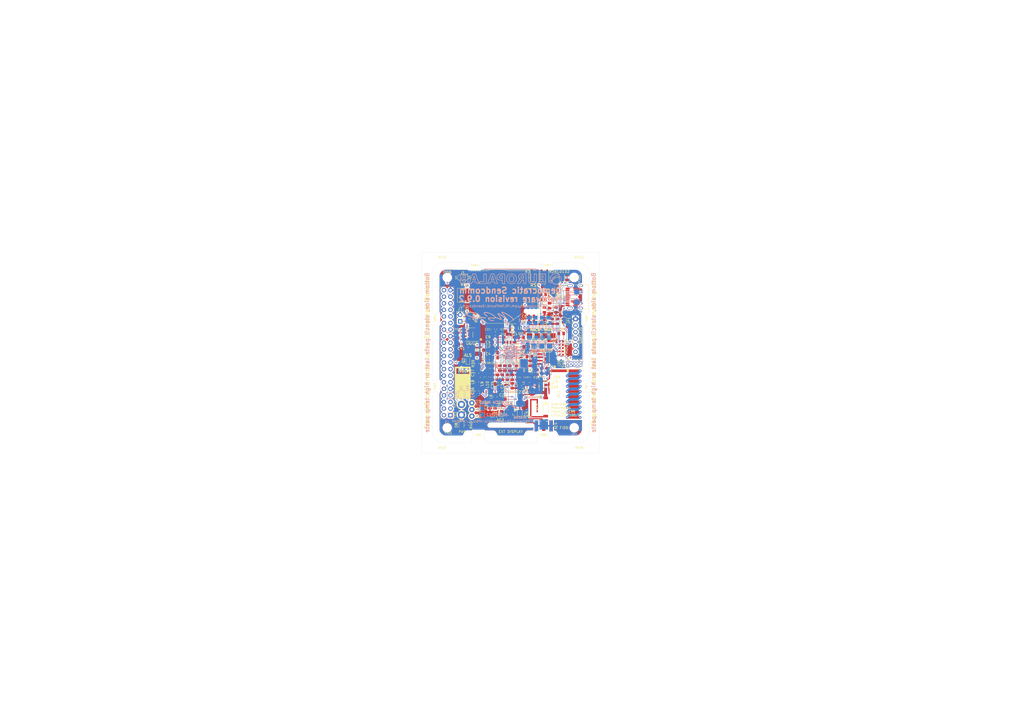
<source format=kicad_pcb>
(kicad_pcb (version 20171130) (host pcbnew 5.1.5+dfsg1-2build2)

  (general
    (thickness 1.6)
    (drawings 187)
    (tracks 1294)
    (zones 0)
    (modules 157)
    (nets 131)
  )

  (page A3)
  (title_block
    (title "Democratic Sendcomm")
    (date 2020-12-26)
    (rev 0.9.2)
    (company "Europalab Devices")
    (comment 1 "Copyright © 2020, Europalab Devices")
    (comment 2 "Fulfilling requirements of 20200210")
    (comment 3 "Pending quality assurance testing")
    (comment 4 "Release revision for manufacturing")
  )

  (layers
    (0 F.Cu signal)
    (1 In1.Cu power)
    (2 In2.Cu power)
    (31 B.Cu signal)
    (34 B.Paste user)
    (35 F.Paste user)
    (36 B.SilkS user)
    (37 F.SilkS user)
    (38 B.Mask user)
    (39 F.Mask user)
    (40 Dwgs.User user)
    (41 Cmts.User user)
    (44 Edge.Cuts user)
    (45 Margin user)
    (46 B.CrtYd user)
    (47 F.CrtYd user)
    (48 B.Fab user)
    (49 F.Fab user)
  )

  (setup
    (last_trace_width 0.127)
    (user_trace_width 0.1016)
    (user_trace_width 0.127)
    (user_trace_width 0.2)
    (user_trace_width 0.4)
    (user_trace_width 1.016)
    (trace_clearance 0.09)
    (zone_clearance 0.508)
    (zone_45_only no)
    (trace_min 0.09)
    (via_size 0.356)
    (via_drill 0.2)
    (via_min_size 0.356)
    (via_min_drill 0.2)
    (user_via 0.45 0.2)
    (user_via 0.6 0.3)
    (uvia_size 0.45)
    (uvia_drill 0.1)
    (uvias_allowed no)
    (uvia_min_size 0.45)
    (uvia_min_drill 0.1)
    (edge_width 0.1)
    (segment_width 0.1)
    (pcb_text_width 0.25)
    (pcb_text_size 1 1)
    (mod_edge_width 0.15)
    (mod_text_size 1 1)
    (mod_text_width 0.15)
    (pad_size 2 2)
    (pad_drill 0)
    (pad_to_mask_clearance 0)
    (aux_axis_origin 0 0)
    (visible_elements 7FFFFFFF)
    (pcbplotparams
      (layerselection 0x313fc_ffffffff)
      (usegerberextensions true)
      (usegerberattributes false)
      (usegerberadvancedattributes false)
      (creategerberjobfile false)
      (excludeedgelayer true)
      (linewidth 0.150000)
      (plotframeref false)
      (viasonmask false)
      (mode 1)
      (useauxorigin false)
      (hpglpennumber 1)
      (hpglpenspeed 20)
      (hpglpendiameter 15.000000)
      (psnegative false)
      (psa4output false)
      (plotreference true)
      (plotvalue true)
      (plotinvisibletext false)
      (padsonsilk false)
      (subtractmaskfromsilk false)
      (outputformat 1)
      (mirror false)
      (drillshape 0)
      (scaleselection 1)
      (outputdirectory "fabsingle"))
  )

  (net 0 "")
  (net 1 GND)
  (net 2 "Net-(AE1-Pad1)")
  (net 3 /Sheet5F53D5B4/RFSWPWR)
  (net 4 "Net-(C8-Pad1)")
  (net 5 /Sheet5F53D5B4/POWAMP)
  (net 6 "Net-(C13-Pad1)")
  (net 7 /Sheet5F53D5B4/HFOUT)
  (net 8 +3V3)
  (net 9 "Net-(C29-Pad1)")
  (net 10 /Sheet5F53D5B4/HPOUT)
  (net 11 /Sheet5F53D5B4/HFIN)
  (net 12 /Sheet5F53D5B4/BANDSEL)
  (net 13 "Net-(BT1-Pad1)")
  (net 14 /Sheet5F53D5B4/USB_BUS)
  (net 15 "Net-(C33-Pad1)")
  (net 16 "Net-(C34-Pad1)")
  (net 17 /Sheet5F53D5B4/CMDRST)
  (net 18 "Net-(D1-Pad2)")
  (net 19 "Net-(D1-Pad1)")
  (net 20 "Net-(D2-Pad1)")
  (net 21 "Net-(D2-Pad2)")
  (net 22 /Sheet5F53D5B4/USB_P)
  (net 23 /Sheet5F53D5B4/USB_N)
  (net 24 /Sheet60040980/ID_SD)
  (net 25 /Sheet60040980/ID_SC)
  (net 26 /Sheet5F53D5B4/SWDCLK)
  (net 27 "Net-(J3-Pad7)")
  (net 28 "Net-(J3-Pad8)")
  (net 29 "Net-(J4-Pad6)")
  (net 30 /Sheet5F53D5B4/CN_VBAT)
  (net 31 /Sheet5F53D5B4/XCEIV)
  (net 32 "Net-(AE5-Pad2)")
  (net 33 "Net-(C1-Pad1)")
  (net 34 "Net-(C7-Pad1)")
  (net 35 "Net-(C14-Pad1)")
  (net 36 "Net-(C17-Pad1)")
  (net 37 "Net-(C18-Pad2)")
  (net 38 "Net-(C19-Pad2)")
  (net 39 "Net-(C23-Pad2)")
  (net 40 "Net-(C23-Pad1)")
  (net 41 "Net-(C24-Pad1)")
  (net 42 "Net-(C24-Pad2)")
  (net 43 "Net-(C29-Pad2)")
  (net 44 "Net-(C33-Pad2)")
  (net 45 "Net-(C35-Pad2)")
  (net 46 "Net-(C40-Pad1)")
  (net 47 "Net-(J2-PadB5)")
  (net 48 "Net-(J2-PadA8)")
  (net 49 "Net-(J2-PadA5)")
  (net 50 "Net-(J2-PadB8)")
  (net 51 "Net-(J3-Pad2)")
  (net 52 "Net-(J3-Pad3)")
  (net 53 "Net-(J3-Pad4)")
  (net 54 "Net-(J3-Pad5)")
  (net 55 "Net-(J3-Pad10)")
  (net 56 "Net-(J3-Pad11)")
  (net 57 "Net-(J3-Pad12)")
  (net 58 "Net-(J3-Pad13)")
  (net 59 "Net-(J3-Pad15)")
  (net 60 "Net-(J3-Pad16)")
  (net 61 "Net-(J3-Pad18)")
  (net 62 "Net-(J3-Pad19)")
  (net 63 "Net-(J3-Pad21)")
  (net 64 "Net-(J3-Pad22)")
  (net 65 "Net-(J3-Pad23)")
  (net 66 "Net-(J3-Pad24)")
  (net 67 "Net-(J3-Pad26)")
  (net 68 "Net-(J3-Pad29)")
  (net 69 "Net-(J3-Pad31)")
  (net 70 "Net-(J3-Pad32)")
  (net 71 "Net-(J3-Pad33)")
  (net 72 "Net-(J3-Pad35)")
  (net 73 "Net-(J3-Pad36)")
  (net 74 "Net-(J3-Pad38)")
  (net 75 "Net-(J3-Pad40)")
  (net 76 "Net-(J4-Pad7)")
  (net 77 "Net-(J4-Pad8)")
  (net 78 "Net-(J5-Pad2)")
  (net 79 "Net-(J5-Pad3)")
  (net 80 "Net-(J5-Pad6)")
  (net 81 "Net-(J6-Pad1)")
  (net 82 "Net-(L1-Pad2)")
  (net 83 "Net-(R3-Pad1)")
  (net 84 "Net-(R4-Pad1)")
  (net 85 "Net-(R4-Pad2)")
  (net 86 "Net-(U2-Pad5)")
  (net 87 "Net-(U3-PadG1)")
  (net 88 "Net-(U3-PadH1)")
  (net 89 "Net-(U3-PadE3)")
  (net 90 "Net-(U3-PadE4)")
  (net 91 "Net-(U3-PadF4)")
  (net 92 "Net-(U3-PadC7)")
  (net 93 "Net-(U3-PadD7)")
  (net 94 "Net-(U3-PadD8)")
  (net 95 "Net-(U5-Pad3)")
  (net 96 "Net-(U5-Pad4)")
  (net 97 "Net-(U8-Pad7)")
  (net 98 "Net-(U8-Pad3)")
  (net 99 "Net-(U8-Pad2)")
  (net 100 "Net-(U8-Pad1)")
  (net 101 "Net-(U9-Pad1)")
  (net 102 "Net-(U9-Pad2)")
  (net 103 "Net-(U9-Pad3)")
  (net 104 "Net-(U9-Pad7)")
  (net 105 /Sheet5F53D5B4/SWDIO)
  (net 106 "Net-(AE2-Pad1)")
  (net 107 "Net-(AE4-Pad1)")
  (net 108 "Net-(AE5-Pad1)")
  (net 109 "Net-(J6-Pad2)")
  (net 110 "Net-(J6-Pad3)")
  (net 111 "Net-(J6-Pad4)")
  (net 112 "Net-(J7-Pad1)")
  (net 113 "Net-(C95-Pad1)")
  (net 114 /TP_SCL)
  (net 115 /TP_SDA)
  (net 116 "Net-(J20-Pad6)")
  (net 117 "Net-(J20-Pad7)")
  (net 118 "Net-(J20-Pad8)")
  (net 119 "Net-(Q2-Pad2)")
  (net 120 EXT_UART_TX)
  (net 121 EXT_UART_RX)
  (net 122 "Net-(D8-Pad2)")
  (net 123 USB_TST)
  (net 124 "Net-(TP13-Pad1)")
  (net 125 "Net-(C94-Pad2)")
  (net 126 "Net-(C96-Pad1)")
  (net 127 /Sheet5F53D5B4/CRY_XIN-RSVD)
  (net 128 /Sheet5F53D5B4/CRY_XOUT-RSVD)
  (net 129 "Net-(C97-Pad1)")
  (net 130 "Net-(C101-Pad1)")

  (net_class Default "This is the default net class."
    (clearance 0.09)
    (trace_width 0.09)
    (via_dia 0.356)
    (via_drill 0.2)
    (uvia_dia 0.45)
    (uvia_drill 0.1)
    (add_net +3V3)
    (add_net /Sheet5F53D5B4/BANDSEL)
    (add_net /Sheet5F53D5B4/CMDRST)
    (add_net /Sheet5F53D5B4/CN_VBAT)
    (add_net /Sheet5F53D5B4/CRY_XIN-RSVD)
    (add_net /Sheet5F53D5B4/CRY_XOUT-RSVD)
    (add_net /Sheet5F53D5B4/HFIN)
    (add_net /Sheet5F53D5B4/HFOUT)
    (add_net /Sheet5F53D5B4/HPOUT)
    (add_net /Sheet5F53D5B4/POWAMP)
    (add_net /Sheet5F53D5B4/RFSWPWR)
    (add_net /Sheet5F53D5B4/SWDCLK)
    (add_net /Sheet5F53D5B4/SWDIO)
    (add_net /Sheet5F53D5B4/USB_BUS)
    (add_net /Sheet5F53D5B4/USB_N)
    (add_net /Sheet5F53D5B4/USB_P)
    (add_net /Sheet5F53D5B4/XCEIV)
    (add_net /Sheet60040980/ID_SC)
    (add_net /Sheet60040980/ID_SD)
    (add_net /TP_SCL)
    (add_net /TP_SDA)
    (add_net EXT_UART_RX)
    (add_net EXT_UART_TX)
    (add_net GND)
    (add_net "Net-(AE1-Pad1)")
    (add_net "Net-(AE2-Pad1)")
    (add_net "Net-(AE4-Pad1)")
    (add_net "Net-(AE5-Pad1)")
    (add_net "Net-(AE5-Pad2)")
    (add_net "Net-(BT1-Pad1)")
    (add_net "Net-(C1-Pad1)")
    (add_net "Net-(C101-Pad1)")
    (add_net "Net-(C13-Pad1)")
    (add_net "Net-(C14-Pad1)")
    (add_net "Net-(C17-Pad1)")
    (add_net "Net-(C18-Pad2)")
    (add_net "Net-(C19-Pad2)")
    (add_net "Net-(C23-Pad1)")
    (add_net "Net-(C23-Pad2)")
    (add_net "Net-(C24-Pad1)")
    (add_net "Net-(C24-Pad2)")
    (add_net "Net-(C29-Pad1)")
    (add_net "Net-(C29-Pad2)")
    (add_net "Net-(C33-Pad1)")
    (add_net "Net-(C33-Pad2)")
    (add_net "Net-(C34-Pad1)")
    (add_net "Net-(C35-Pad2)")
    (add_net "Net-(C40-Pad1)")
    (add_net "Net-(C7-Pad1)")
    (add_net "Net-(C8-Pad1)")
    (add_net "Net-(C94-Pad2)")
    (add_net "Net-(C95-Pad1)")
    (add_net "Net-(C96-Pad1)")
    (add_net "Net-(C97-Pad1)")
    (add_net "Net-(D1-Pad1)")
    (add_net "Net-(D1-Pad2)")
    (add_net "Net-(D2-Pad1)")
    (add_net "Net-(D2-Pad2)")
    (add_net "Net-(D8-Pad2)")
    (add_net "Net-(J2-PadA5)")
    (add_net "Net-(J2-PadA8)")
    (add_net "Net-(J2-PadB5)")
    (add_net "Net-(J2-PadB8)")
    (add_net "Net-(J20-Pad6)")
    (add_net "Net-(J20-Pad7)")
    (add_net "Net-(J20-Pad8)")
    (add_net "Net-(J3-Pad10)")
    (add_net "Net-(J3-Pad11)")
    (add_net "Net-(J3-Pad12)")
    (add_net "Net-(J3-Pad13)")
    (add_net "Net-(J3-Pad15)")
    (add_net "Net-(J3-Pad16)")
    (add_net "Net-(J3-Pad18)")
    (add_net "Net-(J3-Pad19)")
    (add_net "Net-(J3-Pad2)")
    (add_net "Net-(J3-Pad21)")
    (add_net "Net-(J3-Pad22)")
    (add_net "Net-(J3-Pad23)")
    (add_net "Net-(J3-Pad24)")
    (add_net "Net-(J3-Pad26)")
    (add_net "Net-(J3-Pad29)")
    (add_net "Net-(J3-Pad3)")
    (add_net "Net-(J3-Pad31)")
    (add_net "Net-(J3-Pad32)")
    (add_net "Net-(J3-Pad33)")
    (add_net "Net-(J3-Pad35)")
    (add_net "Net-(J3-Pad36)")
    (add_net "Net-(J3-Pad38)")
    (add_net "Net-(J3-Pad4)")
    (add_net "Net-(J3-Pad40)")
    (add_net "Net-(J3-Pad5)")
    (add_net "Net-(J3-Pad7)")
    (add_net "Net-(J3-Pad8)")
    (add_net "Net-(J4-Pad6)")
    (add_net "Net-(J4-Pad7)")
    (add_net "Net-(J4-Pad8)")
    (add_net "Net-(J5-Pad2)")
    (add_net "Net-(J5-Pad3)")
    (add_net "Net-(J5-Pad6)")
    (add_net "Net-(J6-Pad1)")
    (add_net "Net-(J6-Pad2)")
    (add_net "Net-(J6-Pad3)")
    (add_net "Net-(J6-Pad4)")
    (add_net "Net-(J7-Pad1)")
    (add_net "Net-(L1-Pad2)")
    (add_net "Net-(Q2-Pad2)")
    (add_net "Net-(R3-Pad1)")
    (add_net "Net-(R4-Pad1)")
    (add_net "Net-(R4-Pad2)")
    (add_net "Net-(TP13-Pad1)")
    (add_net "Net-(U2-Pad5)")
    (add_net "Net-(U3-PadC7)")
    (add_net "Net-(U3-PadD7)")
    (add_net "Net-(U3-PadD8)")
    (add_net "Net-(U3-PadE3)")
    (add_net "Net-(U3-PadE4)")
    (add_net "Net-(U3-PadF4)")
    (add_net "Net-(U3-PadG1)")
    (add_net "Net-(U3-PadH1)")
    (add_net "Net-(U5-Pad3)")
    (add_net "Net-(U5-Pad4)")
    (add_net "Net-(U8-Pad1)")
    (add_net "Net-(U8-Pad2)")
    (add_net "Net-(U8-Pad3)")
    (add_net "Net-(U8-Pad7)")
    (add_net "Net-(U9-Pad1)")
    (add_net "Net-(U9-Pad2)")
    (add_net "Net-(U9-Pad3)")
    (add_net "Net-(U9-Pad7)")
    (add_net USB_TST)
  )

  (net_class Power ""
    (clearance 0.2)
    (trace_width 0.5)
    (via_dia 1)
    (via_drill 0.7)
    (uvia_dia 0.5)
    (uvia_drill 0.1)
  )

  (module Connector_PinHeader_2.54mm:PinHeader_1x06_P2.54mm_Vertical (layer F.Cu) (tedit 59FED5CC) (tstamp 5FF83409)
    (at 235 135)
    (descr "Through hole straight pin header, 1x06, 2.54mm pitch, single row")
    (tags "Through hole pin header THT 1x06 2.54mm single row")
    (path /60040981/6006812D)
    (fp_text reference J5 (at 2 5 90) (layer F.SilkS)
      (effects (font (size 1 1) (thickness 0.15)) (justify left))
    )
    (fp_text value Conn_01x06_Male (at 4.385 14.97) (layer F.Fab)
      (effects (font (size 1 1) (thickness 0.15)))
    )
    (fp_text user %R (at 2.77 6.35 90) (layer F.Fab)
      (effects (font (size 1 1) (thickness 0.15)))
    )
    (fp_line (start 1.8 -1.8) (end -1.8 -1.8) (layer F.CrtYd) (width 0.05))
    (fp_line (start 1.8 14.5) (end 1.8 -1.8) (layer F.CrtYd) (width 0.05))
    (fp_line (start -1.8 14.5) (end 1.8 14.5) (layer F.CrtYd) (width 0.05))
    (fp_line (start -1.8 -1.8) (end -1.8 14.5) (layer F.CrtYd) (width 0.05))
    (fp_line (start -1.33 -1.33) (end 0 -1.33) (layer F.SilkS) (width 0.12))
    (fp_line (start -1.33 0) (end -1.33 -1.33) (layer F.SilkS) (width 0.12))
    (fp_line (start -1.33 1.27) (end 1.33 1.27) (layer F.SilkS) (width 0.12))
    (fp_line (start 1.33 1.27) (end 1.33 14.03) (layer F.SilkS) (width 0.12))
    (fp_line (start -1.33 1.27) (end -1.33 14.03) (layer F.SilkS) (width 0.12))
    (fp_line (start -1.33 14.03) (end 1.33 14.03) (layer F.SilkS) (width 0.12))
    (fp_line (start -1.27 -0.635) (end -0.635 -1.27) (layer F.Fab) (width 0.1))
    (fp_line (start -1.27 13.97) (end -1.27 -0.635) (layer F.Fab) (width 0.1))
    (fp_line (start 1.27 13.97) (end -1.27 13.97) (layer F.Fab) (width 0.1))
    (fp_line (start 1.27 -1.27) (end 1.27 13.97) (layer F.Fab) (width 0.1))
    (fp_line (start -0.635 -1.27) (end 1.27 -1.27) (layer F.Fab) (width 0.1))
    (pad 6 thru_hole oval (at 0 12.7) (size 1.7 1.7) (drill 1) (layers *.Cu *.Mask)
      (net 80 "Net-(J5-Pad6)"))
    (pad 5 thru_hole oval (at 0 10.16) (size 1.7 1.7) (drill 1) (layers *.Cu *.Mask)
      (net 120 EXT_UART_TX))
    (pad 4 thru_hole oval (at 0 7.62) (size 1.7 1.7) (drill 1) (layers *.Cu *.Mask)
      (net 121 EXT_UART_RX))
    (pad 3 thru_hole oval (at 0 5.08) (size 1.7 1.7) (drill 1) (layers *.Cu *.Mask)
      (net 79 "Net-(J5-Pad3)"))
    (pad 2 thru_hole oval (at 0 2.54) (size 1.7 1.7) (drill 1) (layers *.Cu *.Mask)
      (net 78 "Net-(J5-Pad2)"))
    (pad 1 thru_hole rect (at 0 0) (size 1.7 1.7) (drill 1) (layers *.Cu *.Mask)
      (net 1 GND))
    (model ${KISYS3DMOD}/Connector_PinHeader_2.54mm.3dshapes/PinHeader_1x06_P2.54mm_Vertical.wrl
      (at (xyz 0 0 0))
      (scale (xyz 1 1 1))
      (rotate (xyz 0 0 0))
    )
  )

  (module Fiducial:Fiducial_0.5mm_Mask1mm (layer F.Cu) (tedit 5C18CB26) (tstamp 5FF8C078)
    (at 236.5 117)
    (descr "Circular Fiducial, 0.5mm bare copper, 1mm soldermask opening (Level C)")
    (tags fiducial)
    (path /5F4EEDB8)
    (attr smd)
    (fp_text reference FID3 (at 0 2.5 90) (layer F.SilkS)
      (effects (font (size 0.875 0.875) (thickness 0.125)))
    )
    (fp_text value Fiducial (at 0 1.5) (layer F.Fab)
      (effects (font (size 1 1) (thickness 0.15)))
    )
    (fp_circle (center 0 0) (end 0.5 0) (layer F.Fab) (width 0.1))
    (fp_text user %R (at 0 0) (layer F.Fab)
      (effects (font (size 0.2 0.2) (thickness 0.04)))
    )
    (fp_circle (center 0 0) (end 0.75 0) (layer F.CrtYd) (width 0.05))
    (pad "" smd circle (at 0 0) (size 0.5 0.5) (layers F.Cu F.Mask)
      (solder_mask_margin 0.25) (clearance 0.25))
  )

  (module RF_Antenna:Texas_SWRA416_868MHz_915MHz (layer F.Cu) (tedit 5CF40AFD) (tstamp 5F686F31)
    (at 231 164 270)
    (descr http://www.ti.com/lit/an/swra416/swra416.pdf)
    (tags "PCB antenna")
    (path /5F5C0728/60008187)
    (attr smd)
    (fp_text reference AE1 (at 0 2.5 90) (layer F.SilkS)
      (effects (font (size 1 1) (thickness 0.15)))
    )
    (fp_text value Antenna (at 0.1 -7.6 90) (layer F.Fab)
      (effects (font (size 1 1) (thickness 0.15)))
    )
    (fp_line (start 9.7 2.1) (end 6.2 5.7) (layer Dwgs.User) (width 0.12))
    (fp_line (start 9.7 0.1) (end 4.3 5.7) (layer Dwgs.User) (width 0.12))
    (fp_line (start 9.7 -1.9) (end 2.3 5.7) (layer Dwgs.User) (width 0.12))
    (fp_line (start 9.7 -3.9) (end 0.2 5.7) (layer Dwgs.User) (width 0.12))
    (fp_line (start 9.7 -5.9) (end -1.8 5.7) (layer Dwgs.User) (width 0.12))
    (fp_line (start 8.3 -6.5) (end -3.8 5.7) (layer Dwgs.User) (width 0.12))
    (fp_line (start 6.3 -6.5) (end -5.8 5.7) (layer Dwgs.User) (width 0.12))
    (fp_line (start 4.3 -6.5) (end -7.8 5.7) (layer Dwgs.User) (width 0.12))
    (fp_line (start -9.7 5.5) (end 2.3 -6.5) (layer Dwgs.User) (width 0.12))
    (fp_line (start -9.7 3.5) (end 0.3 -6.5) (layer Dwgs.User) (width 0.12))
    (fp_line (start -9.7 1.5) (end -1.7 -6.5) (layer Dwgs.User) (width 0.12))
    (fp_line (start -9.7 -0.5) (end -3.7 -6.5) (layer Dwgs.User) (width 0.12))
    (fp_line (start -9.7 -2.5) (end -5.7 -6.5) (layer Dwgs.User) (width 0.12))
    (fp_line (start -9.7 -4.5) (end -7.7 -6.5) (layer Dwgs.User) (width 0.12))
    (fp_line (start 9.7 -6.5) (end -9.7 -6.5) (layer Dwgs.User) (width 0.15))
    (fp_line (start 9.7 5.7) (end 9.7 -6.5) (layer Dwgs.User) (width 0.15))
    (fp_line (start -9.7 5.7) (end 9.7 5.7) (layer Dwgs.User) (width 0.15))
    (fp_line (start -9.7 -6.5) (end -9.7 5.7) (layer Dwgs.User) (width 0.15))
    (fp_line (start 7 -5.8) (end 8 -4.8) (layer B.Cu) (width 1))
    (fp_line (start 8 -1.8) (end 9 -0.8) (layer B.Cu) (width 1))
    (fp_line (start 8 -4.8) (end 8 -1.8) (layer B.Cu) (width 1))
    (fp_line (start 9 -5.8) (end 9 -0.8) (layer F.Cu) (width 1))
    (fp_line (start 5 -5.8) (end 6 -4.8) (layer B.Cu) (width 1))
    (fp_line (start 6 -1.8) (end 7 -0.8) (layer B.Cu) (width 1))
    (fp_line (start 6 -4.8) (end 6 -1.8) (layer B.Cu) (width 1))
    (fp_line (start 7 -5.8) (end 7 -0.8) (layer F.Cu) (width 1))
    (fp_line (start 3 -5.8) (end 4 -4.8) (layer B.Cu) (width 1))
    (fp_line (start 4 -1.8) (end 5 -0.8) (layer B.Cu) (width 1))
    (fp_line (start 4 -4.8) (end 4 -1.8) (layer B.Cu) (width 1))
    (fp_line (start 5 -5.8) (end 5 -0.8) (layer F.Cu) (width 1))
    (fp_line (start 1 -5.8) (end 2 -4.8) (layer B.Cu) (width 1))
    (fp_line (start 2 -1.8) (end 3 -0.8) (layer B.Cu) (width 1))
    (fp_line (start 2 -4.8) (end 2 -1.8) (layer B.Cu) (width 1))
    (fp_line (start 3 -5.8) (end 3 -0.8) (layer F.Cu) (width 1))
    (fp_line (start -1 -5.8) (end 0 -4.8) (layer B.Cu) (width 1))
    (fp_line (start 0 -1.8) (end 1 -0.8) (layer B.Cu) (width 1))
    (fp_line (start 0 -4.8) (end 0 -1.8) (layer B.Cu) (width 1))
    (fp_line (start 1 -5.8) (end 1 -0.8) (layer F.Cu) (width 1))
    (fp_line (start -3 -5.8) (end -2 -4.8) (layer B.Cu) (width 1))
    (fp_line (start -2 -1.8) (end -1 -0.8) (layer B.Cu) (width 1))
    (fp_line (start -2 -4.8) (end -2 -1.8) (layer B.Cu) (width 1))
    (fp_line (start -1 -5.8) (end -1 -0.8) (layer F.Cu) (width 1))
    (fp_line (start -4 -4.8) (end -4 -1.8) (layer B.Cu) (width 1))
    (fp_line (start -5 -5.8) (end -4 -4.8) (layer B.Cu) (width 1))
    (fp_line (start -4 -1.8) (end -3 -0.8) (layer B.Cu) (width 1))
    (fp_line (start -3 -5.8) (end -3 -0.8) (layer F.Cu) (width 1))
    (fp_line (start -6 -4.8) (end -6 -1.8) (layer B.Cu) (width 1))
    (fp_line (start -7 -5.8) (end -6 -4.8) (layer B.Cu) (width 1))
    (fp_line (start -6 -1.8) (end -5 -0.8) (layer B.Cu) (width 1))
    (fp_line (start -5 -5.8) (end -5 -0.8) (layer F.Cu) (width 1))
    (fp_line (start -7 -5.8) (end -7 -0.8) (layer F.Cu) (width 1))
    (fp_line (start -9 5.2) (end -9 -5.8) (layer F.Cu) (width 1))
    (fp_line (start -9 -5.8) (end -8 -4.8) (layer B.Cu) (width 1))
    (fp_line (start -8 -4.8) (end -8 -1.8) (layer B.Cu) (width 1))
    (fp_line (start -8 -1.8) (end -7 -0.8) (layer B.Cu) (width 1))
    (fp_line (start 9.7 4.1) (end 8.2 5.7) (layer Dwgs.User) (width 0.12))
    (fp_line (start -9.9 -6.7) (end -9.9 5.9) (layer F.CrtYd) (width 0.05))
    (fp_line (start -9.9 5.9) (end 9.9 5.9) (layer F.CrtYd) (width 0.05))
    (fp_line (start 9.9 5.9) (end 9.9 -6.7) (layer F.CrtYd) (width 0.05))
    (fp_line (start 9.9 -6.7) (end -9.9 -6.7) (layer F.CrtYd) (width 0.05))
    (fp_line (start 9.9 -6.7) (end -9.9 -6.7) (layer B.CrtYd) (width 0.05))
    (fp_line (start 9.9 5.9) (end 9.9 -6.7) (layer B.CrtYd) (width 0.05))
    (fp_line (start -9.9 -6.7) (end -9.9 5.9) (layer B.CrtYd) (width 0.05))
    (fp_line (start -9.9 5.9) (end 9.9 5.9) (layer B.CrtYd) (width 0.05))
    (fp_text user "KEEP-OUT ZONE" (at 1 -2.8 90) (layer Cmts.User)
      (effects (font (size 1 1) (thickness 0.15)))
    )
    (fp_text user "No metal, traces or " (at 1 0.2 90) (layer Cmts.User)
      (effects (font (size 1 1) (thickness 0.15)))
    )
    (fp_text user "any components on" (at 1 2.2 90) (layer Cmts.User)
      (effects (font (size 1 1) (thickness 0.15)))
    )
    (fp_text user " any PCB layer." (at 1 4.2 90) (layer Cmts.User)
      (effects (font (size 1 1) (thickness 0.15)))
    )
    (fp_text user %R (at -0.4 6.6 90) (layer F.Fab)
      (effects (font (size 1 1) (thickness 0.15)))
    )
    (pad "" thru_hole circle (at 9 -0.8 90) (size 1 1) (drill 0.4) (layers *.Cu))
    (pad "" thru_hole circle (at 9 -5.8 90) (size 1 1) (drill 0.4) (layers *.Cu))
    (pad "" thru_hole circle (at 7 -5.8 90) (size 1 1) (drill 0.4) (layers *.Cu))
    (pad "" thru_hole circle (at 7 -0.8 90) (size 1 1) (drill 0.4) (layers *.Cu))
    (pad "" thru_hole circle (at 5 -0.8 90) (size 1 1) (drill 0.4) (layers *.Cu))
    (pad "" thru_hole circle (at 5 -5.8 90) (size 1 1) (drill 0.4) (layers *.Cu))
    (pad "" thru_hole circle (at 3 -0.8 90) (size 1 1) (drill 0.4) (layers *.Cu))
    (pad "" thru_hole circle (at 3 -5.8 90) (size 1 1) (drill 0.4) (layers *.Cu))
    (pad "" thru_hole circle (at 1 -5.8 90) (size 1 1) (drill 0.4) (layers *.Cu))
    (pad "" thru_hole circle (at 1 -0.8 90) (size 1 1) (drill 0.4) (layers *.Cu))
    (pad "" thru_hole circle (at -1 -0.8 90) (size 1 1) (drill 0.4) (layers *.Cu))
    (pad "" thru_hole circle (at -1 -5.8 90) (size 1 1) (drill 0.4) (layers *.Cu))
    (pad "" thru_hole circle (at -3 -5.8 90) (size 1 1) (drill 0.4) (layers *.Cu))
    (pad "" thru_hole circle (at -3 -0.8 90) (size 1 1) (drill 0.4) (layers *.Cu))
    (pad "" thru_hole circle (at -5 -0.8 90) (size 1 1) (drill 0.4) (layers *.Cu))
    (pad "" thru_hole circle (at -5 -5.8 90) (size 1 1) (drill 0.4) (layers *.Cu))
    (pad "" thru_hole circle (at -7 -5.8 90) (size 1 1) (drill 0.4) (layers *.Cu))
    (pad "" thru_hole circle (at -7 -0.8 90) (size 1 1) (drill 0.4) (layers *.Cu))
    (pad "" thru_hole circle (at -9 -5.8 90) (size 1 1) (drill 0.4) (layers *.Cu))
    (pad 1 smd trapezoid (at -9 5.9 90) (size 0.4 0.8) (rect_delta 0 0.3 ) (layers F.Cu)
      (net 2 "Net-(AE1-Pad1)"))
  )

  (module Elabdev:Panel_Mousetab_25mm_Single (layer F.Cu) (tedit 5CD9E502) (tstamp 5FEC726C)
    (at 222.5 179.75 90)
    (path /5CD9EB0D)
    (fp_text reference TAB8 (at 0 0) (layer F.SilkS)
      (effects (font (size 0.8 0.8) (thickness 0.13)))
    )
    (fp_text value Pantab (at -3.25 0 180) (layer F.Fab)
      (effects (font (size 1 1) (thickness 0.15)))
    )
    (fp_line (start 1.25 -2.2) (end 1.25 2.2) (layer F.Fab) (width 0.15))
    (fp_line (start -1.25 -2.2) (end -1.25 2.2) (layer F.Fab) (width 0.15))
    (fp_line (start 2.1 -2.6) (end 2.1 2.6) (layer F.CrtYd) (width 0.15))
    (fp_line (start 2.1 2.6) (end -2.1 2.6) (layer F.CrtYd) (width 0.15))
    (fp_line (start -2.1 2.6) (end -2.1 -2.6) (layer F.CrtYd) (width 0.15))
    (fp_line (start -2.1 -2.6) (end 2.1 -2.6) (layer F.CrtYd) (width 0.15))
    (pad "" np_thru_hole circle (at 1.35 2 90) (size 0.5 0.5) (drill 0.5) (layers *.Cu))
    (pad "" np_thru_hole circle (at 1.35 1.2 90) (size 0.5 0.5) (drill 0.5) (layers *.Cu))
    (pad "" np_thru_hole circle (at 1.35 0.4 90) (size 0.5 0.5) (drill 0.5) (layers *.Cu))
    (pad "" np_thru_hole circle (at 1.35 -0.4 90) (size 0.5 0.5) (drill 0.5) (layers *.Cu))
    (pad "" np_thru_hole circle (at 1.35 -1.2 90) (size 0.5 0.5) (drill 0.5) (layers *.Cu))
    (pad "" np_thru_hole circle (at 1.35 -2 90) (size 0.5 0.5) (drill 0.5) (layers *.Cu))
  )

  (module Capacitor_SMD:C_0805_2012Metric (layer F.Cu) (tedit 5B36C52B) (tstamp 5FEB8111)
    (at 211.5 143.0625 270)
    (descr "Capacitor SMD 0805 (2012 Metric), square (rectangular) end terminal, IPC_7351 nominal, (Body size source: https://docs.google.com/spreadsheets/d/1BsfQQcO9C6DZCsRaXUlFlo91Tg2WpOkGARC1WS5S8t0/edit?usp=sharing), generated with kicad-footprint-generator")
    (tags capacitor)
    (path /5F53D5B5/5F609CF5)
    (attr smd)
    (fp_text reference C19 (at -2.0625 0 180) (layer F.SilkS)
      (effects (font (size 0.7 0.7) (thickness 0.1)))
    )
    (fp_text value 15pF (at 0 1.65 90) (layer F.Fab)
      (effects (font (size 1 1) (thickness 0.15)))
    )
    (fp_line (start -1 0.6) (end -1 -0.6) (layer F.Fab) (width 0.1))
    (fp_line (start -1 -0.6) (end 1 -0.6) (layer F.Fab) (width 0.1))
    (fp_line (start 1 -0.6) (end 1 0.6) (layer F.Fab) (width 0.1))
    (fp_line (start 1 0.6) (end -1 0.6) (layer F.Fab) (width 0.1))
    (fp_line (start -0.258578 -0.71) (end 0.258578 -0.71) (layer F.SilkS) (width 0.12))
    (fp_line (start -0.258578 0.71) (end 0.258578 0.71) (layer F.SilkS) (width 0.12))
    (fp_line (start -1.68 0.95) (end -1.68 -0.95) (layer F.CrtYd) (width 0.05))
    (fp_line (start -1.68 -0.95) (end 1.68 -0.95) (layer F.CrtYd) (width 0.05))
    (fp_line (start 1.68 -0.95) (end 1.68 0.95) (layer F.CrtYd) (width 0.05))
    (fp_line (start 1.68 0.95) (end -1.68 0.95) (layer F.CrtYd) (width 0.05))
    (fp_text user %R (at 0 0 90) (layer F.Fab)
      (effects (font (size 0.5 0.5) (thickness 0.08)))
    )
    (pad 1 smd roundrect (at -0.9375 0 270) (size 0.975 1.4) (layers F.Cu F.Paste F.Mask) (roundrect_rratio 0.25)
      (net 1 GND))
    (pad 2 smd roundrect (at 0.9375 0 270) (size 0.975 1.4) (layers F.Cu F.Paste F.Mask) (roundrect_rratio 0.25)
      (net 38 "Net-(C19-Pad2)"))
    (model ${KISYS3DMOD}/Capacitor_SMD.3dshapes/C_0805_2012Metric.wrl
      (at (xyz 0 0 0))
      (scale (xyz 1 1 1))
      (rotate (xyz 0 0 0))
    )
  )

  (module Elabdev:Meinkuerz_sign_480dpi (layer B.Cu) (tedit 0) (tstamp 5FBE809B)
    (at 202 134 180)
    (fp_text reference G1 (at 0 0) (layer B.SilkS) hide
      (effects (font (size 1.524 1.524) (thickness 0.3)) (justify mirror))
    )
    (fp_text value Meinkuerzel_signature (at 0.75 0) (layer B.SilkS) hide
      (effects (font (size 1.524 1.524) (thickness 0.3)) (justify mirror))
    )
    (fp_poly (pts (xy 7.849084 1.675651) (xy 8.303148 1.632827) (xy 8.685942 1.550363) (xy 8.876057 1.481326)
      (xy 9.07938 1.34976) (xy 9.204465 1.178624) (xy 9.241225 0.986809) (xy 9.210768 0.854557)
      (xy 9.078684 0.643748) (xy 8.864557 0.429964) (xy 8.589687 0.233059) (xy 8.471807 0.165759)
      (xy 8.232808 0.053863) (xy 7.923436 -0.068816) (xy 7.576824 -0.190996) (xy 7.226108 -0.301392)
      (xy 6.904421 -0.388723) (xy 6.731621 -0.426811) (xy 6.398868 -0.490816) (xy 6.556265 -0.586535)
      (xy 6.736632 -0.743549) (xy 6.819572 -0.938245) (xy 6.82625 -1.022915) (xy 6.780462 -1.15416)
      (xy 6.660466 -1.295963) (xy 6.49231 -1.424979) (xy 6.30204 -1.517866) (xy 6.258842 -1.531402)
      (xy 6.0446 -1.569955) (xy 5.805186 -1.581627) (xy 5.582286 -1.566858) (xy 5.417587 -1.526091)
      (xy 5.409578 -1.522402) (xy 5.285381 -1.409276) (xy 5.232727 -1.237525) (xy 5.243042 -1.133742)
      (xy 5.545646 -1.133742) (xy 5.569322 -1.243922) (xy 5.599007 -1.270742) (xy 5.725804 -1.30367)
      (xy 5.911501 -1.301091) (xy 6.117136 -1.267785) (xy 6.303743 -1.20853) (xy 6.368163 -1.176419)
      (xy 6.483421 -1.090411) (xy 6.547775 -1.006994) (xy 6.550669 -0.996984) (xy 6.519163 -0.903747)
      (xy 6.404517 -0.814537) (xy 6.229026 -0.742568) (xy 6.060328 -0.706358) (xy 5.903418 -0.693399)
      (xy 5.806355 -0.717484) (xy 5.726223 -0.79035) (xy 5.718194 -0.79992) (xy 5.596762 -0.979847)
      (xy 5.545646 -1.133742) (xy 5.243042 -1.133742) (xy 5.253531 -1.028227) (xy 5.344918 -0.810631)
      (xy 5.442538 -0.642303) (xy 5.295353 -0.646487) (xy 5.12125 -0.625399) (xy 5.035885 -0.550663)
      (xy 5.027083 -0.501447) (xy 5.075804 -0.410776) (xy 5.222941 -0.351671) (xy 5.469958 -0.32355)
      (xy 5.476875 -0.323261) (xy 5.599677 -0.314345) (xy 5.697993 -0.289875) (xy 5.794712 -0.235966)
      (xy 5.912725 -0.138734) (xy 6.074923 0.015705) (xy 6.138333 0.077935) (xy 6.357426 0.284825)
      (xy 6.520758 0.415811) (xy 6.63982 0.476704) (xy 6.726105 0.473318) (xy 6.791106 0.411464)
      (xy 6.792772 0.408883) (xy 6.813029 0.349999) (xy 6.787897 0.281807) (xy 6.704882 0.184844)
      (xy 6.561666 0.048946) (xy 6.270625 -0.217166) (xy 6.532899 -0.183078) (xy 6.900304 -0.115245)
      (xy 7.289474 -0.008645) (xy 7.678243 0.127507) (xy 8.044445 0.283994) (xy 8.365914 0.451601)
      (xy 8.620483 0.621112) (xy 8.749193 0.738377) (xy 8.856936 0.865956) (xy 8.92727 0.965202)
      (xy 8.942916 1.001728) (xy 8.895983 1.084773) (xy 8.773369 1.176095) (xy 8.602358 1.259484)
      (xy 8.410231 1.318727) (xy 8.408998 1.318992) (xy 8.149682 1.354937) (xy 7.8128 1.371973)
      (xy 7.424917 1.370093) (xy 7.012599 1.349291) (xy 6.686734 1.319437) (xy 6.066773 1.222977)
      (xy 5.517194 1.081213) (xy 5.043989 0.897075) (xy 4.653152 0.673494) (xy 4.350673 0.413401)
      (xy 4.142546 0.119727) (xy 4.114637 0.061443) (xy 4.047094 -0.15251) (xy 4.06025 -0.336634)
      (xy 4.160207 -0.518581) (xy 4.270456 -0.644496) (xy 4.390411 -0.79173) (xy 4.431252 -0.900383)
      (xy 4.427296 -0.922309) (xy 4.357272 -0.99719) (xy 4.242023 -0.977517) (xy 4.082983 -0.863726)
      (xy 4.010682 -0.795217) (xy 3.879838 -0.680755) (xy 3.765594 -0.608691) (xy 3.712637 -0.594925)
      (xy 3.6215 -0.594723) (xy 3.455888 -0.585507) (xy 3.246599 -0.569127) (xy 3.175 -0.562633)
      (xy 2.951086 -0.544014) (xy 2.793821 -0.54282) (xy 2.664643 -0.565021) (xy 2.524987 -0.61659)
      (xy 2.371034 -0.687127) (xy 2.100169 -0.795663) (xy 1.89262 -0.837972) (xy 1.841867 -0.837015)
      (xy 1.72083 -0.812158) (xy 1.663036 -0.745697) (xy 1.637803 -0.635) (xy 1.623821 -0.491701)
      (xy 1.628566 -0.389706) (xy 1.630235 -0.383646) (xy 1.692219 -0.322789) (xy 1.789679 -0.330876)
      (xy 1.885465 -0.399867) (xy 1.916539 -0.445597) (xy 1.984375 -0.573694) (xy 2.371569 -0.384068)
      (xy 2.758764 -0.194442) (xy 3.165319 -0.256321) (xy 3.413597 -0.293214) (xy 3.576071 -0.310583)
      (xy 3.67165 -0.304292) (xy 3.719238 -0.270208) (xy 3.737742 -0.204195) (xy 3.744012 -0.129767)
      (xy 3.817818 0.177969) (xy 3.989413 0.470621) (xy 4.251219 0.74303) (xy 4.595656 0.99004)
      (xy 5.015149 1.206492) (xy 5.502117 1.387229) (xy 6.048984 1.527094) (xy 6.228561 1.561184)
      (xy 6.794861 1.64034) (xy 7.340678 1.678326) (xy 7.849084 1.675651)) (layer B.SilkS) (width 0.01))
    (fp_poly (pts (xy -4.580024 1.756567) (xy -4.544854 1.74305) (xy -4.466016 1.67622) (xy -4.437143 1.580417)
      (xy -4.461964 1.447967) (xy -4.544204 1.271201) (xy -4.68759 1.042447) (xy -4.895848 0.754033)
      (xy -5.172705 0.39829) (xy -5.237349 0.3175) (xy -5.411926 0.098408) (xy -5.577817 -0.112809)
      (xy -5.714811 -0.290245) (xy -5.794689 -0.396875) (xy -5.948296 -0.608542) (xy -5.791961 -0.468507)
      (xy -5.700695 -0.392772) (xy -5.541009 -0.266466) (xy -5.329307 -0.10231) (xy -5.081994 0.086977)
      (xy -4.815472 0.288675) (xy -4.815417 0.288716) (xy -4.345432 0.631252) (xy -3.946225 0.897872)
      (xy -3.615767 1.089474) (xy -3.352032 1.206955) (xy -3.152989 1.251211) (xy -3.016612 1.223138)
      (xy -2.940872 1.123633) (xy -2.939055 1.118116) (xy -2.92791 1.023519) (xy -2.955738 0.908417)
      (xy -3.029742 0.759005) (xy -3.157121 0.561475) (xy -3.345079 0.302021) (xy -3.409058 0.217037)
      (xy -3.654587 -0.113597) (xy -3.860834 -0.404313) (xy -4.022275 -0.646491) (xy -4.133388 -0.831509)
      (xy -4.188652 -0.950744) (xy -4.185335 -0.994958) (xy -4.120655 -0.981486) (xy -3.976478 -0.932768)
      (xy -3.770527 -0.855371) (xy -3.520529 -0.755864) (xy -3.349225 -0.685128) (xy -3.06462 -0.570045)
      (xy -2.797019 -0.469163) (xy -2.569108 -0.390505) (xy -2.403576 -0.342097) (xy -2.349431 -0.331513)
      (xy -2.183877 -0.291941) (xy -2.07811 -0.206425) (xy -2.041672 -0.151915) (xy -1.850086 0.096101)
      (xy -1.567603 0.354844) (xy -1.207453 0.616123) (xy -0.78287 0.87175) (xy -0.307084 1.113536)
      (xy 0.206672 1.333293) (xy 0.574448 1.467145) (xy 0.853452 1.556991) (xy 1.074831 1.61415)
      (xy 1.278935 1.645957) (xy 1.506112 1.659747) (xy 1.647661 1.662241) (xy 1.89537 1.661355)
      (xy 2.061526 1.650821) (xy 2.170245 1.626908) (xy 2.245641 1.585888) (xy 2.269431 1.566069)
      (xy 2.364656 1.413892) (xy 2.378536 1.21834) (xy 2.31231 1.002224) (xy 2.231511 0.867835)
      (xy 2.055394 0.653788) (xy 1.846452 0.444397) (xy 1.622129 0.252501) (xy 1.399873 0.090942)
      (xy 1.19713 -0.02744) (xy 1.031346 -0.089804) (xy 0.931657 -0.088852) (xy 0.853749 -0.025156)
      (xy 0.874571 0.06423) (xy 0.991583 0.174246) (xy 1.09802 0.242886) (xy 1.314624 0.387246)
      (xy 1.527802 0.560014) (xy 1.72429 0.746283) (xy 1.890825 0.931146) (xy 2.014146 1.099697)
      (xy 2.080988 1.237027) (xy 2.078088 1.32823) (xy 2.071165 1.336667) (xy 1.954541 1.387475)
      (xy 1.756832 1.400928) (xy 1.494763 1.380087) (xy 1.185063 1.328013) (xy 0.844457 1.247766)
      (xy 0.489674 1.142406) (xy 0.137439 1.014995) (xy -0.00172 0.957368) (xy -0.385109 0.777304)
      (xy -0.74297 0.581237) (xy -1.065571 0.377182) (xy -1.343179 0.173152) (xy -1.566062 -0.022838)
      (xy -1.724487 -0.202776) (xy -1.808722 -0.358647) (xy -1.809035 -0.482438) (xy -1.789329 -0.514562)
      (xy -1.69188 -0.558953) (xy -1.49842 -0.578536) (xy -1.2158 -0.573404) (xy -0.850872 -0.543648)
      (xy -0.464887 -0.496867) (xy -0.056607 -0.452123) (xy 0.260382 -0.442712) (xy 0.494773 -0.469264)
      (xy 0.655256 -0.532408) (xy 0.714552 -0.58228) (xy 0.776217 -0.725165) (xy 0.746162 -0.908878)
      (xy 0.632079 -1.115352) (xy 0.45893 -1.290216) (xy 0.2117 -1.450188) (xy -0.085638 -1.588107)
      (xy -0.409112 -1.696809) (xy -0.734748 -1.769134) (xy -1.038572 -1.797919) (xy -1.296612 -1.776003)
      (xy -1.42875 -1.731015) (xy -1.546706 -1.617759) (xy -1.577815 -1.519827) (xy -1.560687 -1.389395)
      (xy -1.486335 -1.336349) (xy -1.378138 -1.369493) (xy -1.317893 -1.421952) (xy -1.19986 -1.505637)
      (xy -1.092449 -1.534584) (xy -0.859949 -1.513387) (xy -0.579373 -1.457345) (xy -0.297878 -1.377776)
      (xy -0.068589 -1.288836) (xy 0.116249 -1.181832) (xy 0.284174 -1.050661) (xy 0.411262 -0.917533)
      (xy 0.473586 -0.804658) (xy 0.47625 -0.783054) (xy 0.425256 -0.757675) (xy 0.277287 -0.748743)
      (xy 0.039858 -0.755912) (xy -0.279513 -0.778835) (xy -0.673311 -0.817167) (xy -0.956033 -0.849048)
      (xy -1.308534 -0.882196) (xy -1.57585 -0.8857) (xy -1.774982 -0.85746) (xy -1.922933 -0.795374)
      (xy -2.017888 -0.717835) (xy -2.096716 -0.653738) (xy -2.190635 -0.62131) (xy -2.313833 -0.623423)
      (xy -2.480498 -0.662945) (xy -2.704818 -0.742748) (xy -3.00098 -0.865702) (xy -3.216817 -0.960383)
      (xy -3.585839 -1.11854) (xy -3.874386 -1.227749) (xy -4.094462 -1.290524) (xy -4.258069 -1.309381)
      (xy -4.377212 -1.286836) (xy -4.463891 -1.225404) (xy -4.466704 -1.222337) (xy -4.518051 -1.14061)
      (xy -4.530831 -1.040781) (xy -4.500098 -0.912213) (xy -4.420902 -0.744269) (xy -4.288295 -0.526313)
      (xy -4.097327 -0.247708) (xy -3.863138 0.07498) (xy -3.679345 0.325213) (xy -3.519393 0.545064)
      (xy -3.393108 0.720859) (xy -3.310313 0.838921) (xy -3.280834 0.885525) (xy -3.323557 0.888476)
      (xy -3.399896 0.869711) (xy -3.542096 0.805036) (xy -3.750284 0.678102) (xy -4.027571 0.486762)
      (xy -4.377062 0.228867) (xy -4.801868 -0.097732) (xy -4.81991 -0.111817) (xy -5.187034 -0.396401)
      (xy -5.482932 -0.620081) (xy -5.717862 -0.789492) (xy -5.902078 -0.911266) (xy -6.045837 -0.99204)
      (xy -6.159396 -1.038447) (xy -6.25301 -1.057121) (xy -6.283148 -1.058333) (xy -6.40378 -1.045849)
      (xy -6.450441 -0.994435) (xy -6.455563 -0.939271) (xy -6.445942 -0.865735) (xy -6.412644 -0.776476)
      (xy -6.348546 -0.66103) (xy -6.24652 -0.508935) (xy -6.099443 -0.309727) (xy -5.90019 -0.052942)
      (xy -5.641635 0.271882) (xy -5.570553 0.360397) (xy -5.363566 0.620769) (xy -5.174974 0.863504)
      (xy -5.016826 1.072659) (xy -4.901172 1.23229) (xy -4.84006 1.326453) (xy -4.839117 1.328251)
      (xy -4.786636 1.436383) (xy -4.790145 1.473528) (xy -4.856494 1.462433) (xy -4.877731 1.456477)
      (xy -4.973599 1.420322) (xy -5.140081 1.348706) (xy -5.352621 1.252468) (xy -5.55625 1.156974)
      (xy -6.094525 0.881508) (xy -6.644499 0.565345) (xy -7.182748 0.223911) (xy -7.685848 -0.12737)
      (xy -8.130378 -0.473072) (xy -8.424687 -0.732038) (xy -8.650145 -0.95487) (xy -8.800069 -1.131002)
      (xy -8.884377 -1.276175) (xy -8.912984 -1.406131) (xy -8.905425 -1.495188) (xy -8.906488 -1.61853)
      (xy -8.964006 -1.672137) (xy -9.075823 -1.672519) (xy -9.156792 -1.593028) (xy -9.200558 -1.456755)
      (xy -9.200763 -1.286789) (xy -9.151052 -1.106218) (xy -9.131299 -1.06447) (xy -9.024915 -0.913844)
      (xy -8.843627 -0.718433) (xy -8.601654 -0.490528) (xy -8.313213 -0.242422) (xy -7.992524 0.013592)
      (xy -7.653804 0.265222) (xy -7.3545 0.471681) (xy -6.896098 0.764541) (xy -6.449337 1.028776)
      (xy -6.024338 1.259805) (xy -5.631223 1.453048) (xy -5.280112 1.603926) (xy -4.981128 1.707858)
      (xy -4.744392 1.760265) (xy -4.580024 1.756567)) (layer B.SilkS) (width 0.01))
  )

  (module Elabdev:Panel_Mousetab_25mm_Single (layer F.Cu) (tedit 5CD9E59A) (tstamp 5FBE7343)
    (at 224 114.25 270)
    (path /5CD5C3A7)
    (fp_text reference TAB5 (at 0 0 180) (layer F.SilkS)
      (effects (font (size 0.8 0.8) (thickness 0.13)))
    )
    (fp_text value Pantab (at 0 -3.5 270) (layer F.Fab)
      (effects (font (size 1 1) (thickness 0.15)))
    )
    (fp_line (start -2.1 -2.6) (end 2.1 -2.6) (layer F.CrtYd) (width 0.15))
    (fp_line (start -2.1 2.6) (end -2.1 -2.6) (layer F.CrtYd) (width 0.15))
    (fp_line (start 2.1 2.6) (end -2.1 2.6) (layer F.CrtYd) (width 0.15))
    (fp_line (start 2.1 -2.6) (end 2.1 2.6) (layer F.CrtYd) (width 0.15))
    (fp_line (start -1.25 -2.2) (end -1.25 2.2) (layer F.Fab) (width 0.15))
    (fp_line (start 1.25 -2.2) (end 1.25 2.2) (layer F.Fab) (width 0.15))
    (pad "" np_thru_hole circle (at 1.35 -2 270) (size 0.5 0.5) (drill 0.5) (layers *.Cu))
    (pad "" np_thru_hole circle (at 1.35 -1.2 270) (size 0.5 0.5) (drill 0.5) (layers *.Cu))
    (pad "" np_thru_hole circle (at 1.35 -0.4 270) (size 0.5 0.5) (drill 0.5) (layers *.Cu))
    (pad "" np_thru_hole circle (at 1.35 0.4 270) (size 0.5 0.5) (drill 0.5) (layers *.Cu))
    (pad "" np_thru_hole circle (at 1.35 1.2 270) (size 0.5 0.5) (drill 0.5) (layers *.Cu))
    (pad "" np_thru_hole circle (at 1.35 2 270) (size 0.5 0.5) (drill 0.5) (layers *.Cu))
  )

  (module Elabdev:Elablogoslk-Gfx (layer B.Cu) (tedit 0) (tstamp 5FBDF7AF)
    (at 210 119.5 180)
    (fp_text reference G** (at 0 0) (layer B.SilkS) hide
      (effects (font (size 1.524 1.524) (thickness 0.3)) (justify mirror))
    )
    (fp_text value Elablogoslk (at 0.75 0) (layer B.SilkS) hide
      (effects (font (size 1.524 1.524) (thickness 0.3)) (justify mirror))
    )
    (fp_poly (pts (xy -15.405836 -0.675184) (xy -15.287483 -0.702055) (xy -15.188143 -0.754619) (xy -15.108772 -0.827765)
      (xy -15.050327 -0.916382) (xy -15.013763 -1.015359) (xy -15.000037 -1.119584) (xy -15.010104 -1.223945)
      (xy -15.04492 -1.323332) (xy -15.105441 -1.412633) (xy -15.192623 -1.486737) (xy -15.24833 -1.517344)
      (xy -15.356716 -1.550357) (xy -15.476625 -1.557984) (xy -15.592872 -1.539403) (xy -15.602283 -1.53653)
      (xy -15.678123 -1.497127) (xy -15.752493 -1.432517) (xy -15.815972 -1.352895) (xy -15.859141 -1.268459)
      (xy -15.864155 -1.2531) (xy -15.88425 -1.176683) (xy -15.891257 -1.117668) (xy -15.885212 -1.059627)
      (xy -15.866149 -0.986134) (xy -15.864727 -0.981328) (xy -15.815988 -0.8777) (xy -15.739972 -0.790432)
      (xy -15.643773 -0.72426) (xy -15.534487 -0.683915) (xy -15.419207 -0.674131) (xy -15.405836 -0.675184)) (layer B.Mask) (width 0.01))
    (fp_poly (pts (xy 17.476107 1.827609) (xy 17.687258 1.825899) (xy 17.865618 1.824237) (xy 18.014678 1.822477)
      (xy 18.137934 1.82047) (xy 18.238879 1.818068) (xy 18.321005 1.815122) (xy 18.387806 1.811484)
      (xy 18.442776 1.807007) (xy 18.489407 1.801541) (xy 18.531194 1.794939) (xy 18.57163 1.787052)
      (xy 18.6055 1.779685) (xy 18.771822 1.733432) (xy 18.923911 1.673315) (xy 19.054677 1.602656)
      (xy 19.157033 1.524776) (xy 19.164226 1.5179) (xy 19.246251 1.417951) (xy 19.315464 1.294688)
      (xy 19.365371 1.16053) (xy 19.377923 1.109275) (xy 19.39052 1.010407) (xy 19.393203 0.893754)
      (xy 19.386762 0.771789) (xy 19.371983 0.656983) (xy 19.349655 0.561808) (xy 19.341939 0.539811)
      (xy 19.283862 0.430962) (xy 19.19941 0.326298) (xy 19.097976 0.236127) (xy 19.019624 0.185927)
      (xy 18.914298 0.12941) (xy 18.968542 0.109123) (xy 19.093064 0.054672) (xy 19.194891 -0.009335)
      (xy 19.285933 -0.089714) (xy 19.390804 -0.214403) (xy 19.467199 -0.350129) (xy 19.516977 -0.501894)
      (xy 19.541997 -0.674698) (xy 19.545898 -0.789214) (xy 19.53245 -0.987132) (xy 19.491752 -1.163006)
      (xy 19.423278 -1.317328) (xy 19.326496 -1.450588) (xy 19.200879 -1.563277) (xy 19.045898 -1.655885)
      (xy 18.861023 -1.728905) (xy 18.645726 -1.782826) (xy 18.442214 -1.81358) (xy 18.390712 -1.817354)
      (xy 18.307346 -1.820878) (xy 18.196536 -1.82407) (xy 18.062704 -1.826851) (xy 17.910272 -1.829142)
      (xy 17.743659 -1.830864) (xy 17.567287 -1.831936) (xy 17.403536 -1.83228) (xy 16.528143 -1.832429)
      (xy 16.528143 -1.197429) (xy 17.471571 -1.197429) (xy 17.812474 -1.197429) (xy 17.960507 -1.19621)
      (xy 18.077011 -1.192363) (xy 18.166668 -1.185602) (xy 18.234157 -1.175639) (xy 18.257984 -1.170182)
      (xy 18.384709 -1.1231) (xy 18.482481 -1.054854) (xy 18.552639 -0.964254) (xy 18.589417 -0.8761)
      (xy 18.611394 -0.756961) (xy 18.608994 -0.636283) (xy 18.583832 -0.523232) (xy 18.537525 -0.426977)
      (xy 18.502598 -0.383459) (xy 18.44707 -0.333771) (xy 18.385424 -0.294593) (xy 18.312843 -0.264829)
      (xy 18.22451 -0.243381) (xy 18.115607 -0.229153) (xy 17.981316 -0.221046) (xy 17.816821 -0.217964)
      (xy 17.775464 -0.217851) (xy 17.471571 -0.217714) (xy 17.471571 -1.197429) (xy 16.528143 -1.197429)
      (xy 16.528143 1.197428) (xy 17.471571 1.197428) (xy 17.471571 0.417286) (xy 17.804933 0.417286)
      (xy 17.937918 0.418126) (xy 18.040036 0.420891) (xy 18.116671 0.425945) (xy 18.173209 0.433651)
      (xy 18.215035 0.444376) (xy 18.217426 0.445205) (xy 18.319056 0.498467) (xy 18.395331 0.575146)
      (xy 18.444205 0.67085) (xy 18.463631 0.781188) (xy 18.451564 0.901769) (xy 18.443884 0.931299)
      (xy 18.396902 1.030842) (xy 18.322562 1.110813) (xy 18.227195 1.165118) (xy 18.18819 1.177399)
      (xy 18.143627 1.184049) (xy 18.070672 1.189765) (xy 17.977218 1.19415) (xy 17.871155 1.196808)
      (xy 17.790109 1.197428) (xy 17.471571 1.197428) (xy 16.528143 1.197428) (xy 16.528143 1.835008)
      (xy 17.476107 1.827609)) (layer B.Mask) (width 0.01))
    (fp_poly (pts (xy 14.119941 1.828149) (xy 14.684369 1.823357) (xy 15.359475 0) (xy 16.034582 -1.823357)
      (xy 15.571079 -1.828205) (xy 15.445094 -1.82918) (xy 15.331429 -1.829406) (xy 15.235013 -1.828925)
      (xy 15.160777 -1.827781) (xy 15.11365 -1.826018) (xy 15.098562 -1.824039) (xy 15.090052 -1.80483)
      (xy 15.071782 -1.756797) (xy 15.045759 -1.68544) (xy 15.013987 -1.59626) (xy 14.978473 -1.494759)
      (xy 14.977731 -1.49262) (xy 14.865914 -1.170214) (xy 14.120645 -1.165479) (xy 13.375375 -1.160744)
      (xy 13.306737 -1.355979) (xy 13.272699 -1.452448) (xy 13.236904 -1.553325) (xy 13.204622 -1.643779)
      (xy 13.188986 -1.687286) (xy 13.139873 -1.823357) (xy 12.664678 -1.828197) (xy 12.53823 -1.828961)
      (xy 12.425118 -1.828639) (xy 12.329969 -1.827326) (xy 12.257408 -1.825117) (xy 12.212064 -1.822108)
      (xy 12.19843 -1.818559) (xy 12.205849 -1.799875) (xy 12.225002 -1.749455) (xy 12.255032 -1.669593)
      (xy 12.295087 -1.562586) (xy 12.34431 -1.430729) (xy 12.401847 -1.276318) (xy 12.466842 -1.101648)
      (xy 12.538441 -0.909015) (xy 12.615789 -0.700714) (xy 12.69803 -0.479041) (xy 12.702348 -0.467391)
      (xy 13.614056 -0.467391) (xy 13.61958 -0.47467) (xy 13.636172 -0.480187) (xy 13.66764 -0.484184)
      (xy 13.717795 -0.486904) (xy 13.790447 -0.488587) (xy 13.889405 -0.489478) (xy 14.01848 -0.489817)
      (xy 14.115143 -0.489857) (xy 14.270607 -0.489531) (xy 14.392961 -0.488457) (xy 14.485375 -0.486493)
      (xy 14.551022 -0.483496) (xy 14.59307 -0.479323) (xy 14.614692 -0.473831) (xy 14.619171 -0.467179)
      (xy 14.611769 -0.445613) (xy 14.593892 -0.393441) (xy 14.566814 -0.314385) (xy 14.53181 -0.212168)
      (xy 14.490155 -0.090515) (xy 14.443125 0.046852) (xy 14.391994 0.196209) (xy 14.367839 0.266773)
      (xy 14.315439 0.418794) (xy 14.266379 0.559098) (xy 14.221933 0.684192) (xy 14.183374 0.790582)
      (xy 14.151976 0.874778) (xy 14.129011 0.933285) (xy 14.115754 0.96261) (xy 14.11319 0.965273)
      (xy 14.105039 0.945854) (xy 14.08648 0.895813) (xy 14.058824 0.818867) (xy 14.023386 0.718735)
      (xy 13.981478 0.599134) (xy 13.934414 0.463783) (xy 13.883507 0.316398) (xy 13.865167 0.263071)
      (xy 13.813057 0.111504) (xy 13.764295 -0.030104) (xy 13.720215 -0.157901) (xy 13.682146 -0.268036)
      (xy 13.651421 -0.356659) (xy 13.629372 -0.419918) (xy 13.617329 -0.453964) (xy 13.615787 -0.458107)
      (xy 13.614056 -0.467391) (xy 12.702348 -0.467391) (xy 12.784311 -0.246291) (xy 12.842155 -0.090148)
      (xy 12.931409 0.150825) (xy 13.017702 0.38378) (xy 13.100126 0.606258) (xy 13.177768 0.815802)
      (xy 13.249717 1.009954) (xy 13.315063 1.186256) (xy 13.372895 1.34225) (xy 13.422301 1.47548)
      (xy 13.462371 1.583486) (xy 13.492193 1.663811) (xy 13.510857 1.713998) (xy 13.516223 1.728364)
      (xy 13.555513 1.832942) (xy 14.119941 1.828149)) (layer B.Mask) (width 0.01))
    (fp_poly (pts (xy 10.359571 -1.124857) (xy 12.028714 -1.124857) (xy 12.028714 -1.832429) (xy 9.416143 -1.832429)
      (xy 9.416143 1.832429) (xy 10.359571 1.832429) (xy 10.359571 -1.124857)) (layer B.Mask) (width 0.01))
    (fp_poly (pts (xy 8.199353 0.127) (xy 8.288425 -0.113439) (xy 8.374711 -0.34635) (xy 8.457277 -0.569212)
      (xy 8.535188 -0.7795) (xy 8.607508 -0.974691) (xy 8.673302 -1.152261) (xy 8.731636 -1.309687)
      (xy 8.781574 -1.444447) (xy 8.822182 -1.554015) (xy 8.852524 -1.63587) (xy 8.871666 -1.687486)
      (xy 8.876754 -1.701194) (xy 8.925739 -1.83303) (xy 8.45225 -1.828194) (xy 7.97876 -1.823357)
      (xy 7.866169 -1.496786) (xy 7.753577 -1.170214) (xy 6.263113 -1.160744) (xy 6.215979 -1.292479)
      (xy 6.18957 -1.366538) (xy 6.156119 -1.460694) (xy 6.120643 -1.560816) (xy 6.098384 -1.623786)
      (xy 6.027922 -1.823357) (xy 5.555303 -1.828192) (xy 5.082684 -1.833026) (xy 5.109 -1.764692)
      (xy 5.118841 -1.738485) (xy 5.140399 -1.680606) (xy 5.172801 -1.59341) (xy 5.215173 -1.479255)
      (xy 5.26664 -1.3405) (xy 5.32633 -1.1795) (xy 5.393368 -0.998613) (xy 5.46688 -0.800198)
      (xy 5.545992 -0.586611) (xy 5.590624 -0.466084) (xy 6.500383 -0.466084) (xy 6.503747 -0.473226)
      (xy 6.522197 -0.478851) (xy 6.559117 -0.48312) (xy 6.617891 -0.486194) (xy 6.701902 -0.488231)
      (xy 6.814535 -0.489393) (xy 6.959172 -0.489839) (xy 7.003143 -0.489857) (xy 7.158575 -0.489532)
      (xy 7.280898 -0.488459) (xy 7.373282 -0.486498) (xy 7.438898 -0.483504) (xy 7.480918 -0.479336)
      (xy 7.502511 -0.47385) (xy 7.506956 -0.467179) (xy 7.499509 -0.445611) (xy 7.481591 -0.393437)
      (xy 7.454479 -0.31438) (xy 7.419449 -0.212163) (xy 7.377777 -0.090513) (xy 7.33074 0.046847)
      (xy 7.279613 0.196192) (xy 7.255551 0.266494) (xy 7.203171 0.418497) (xy 7.154136 0.558793)
      (xy 7.109719 0.683886) (xy 7.071192 0.790281) (xy 7.039829 0.874483) (xy 7.016902 0.932996)
      (xy 7.003686 0.962326) (xy 7.001147 0.964994) (xy 6.993017 0.945656) (xy 6.974441 0.89568)
      (xy 6.946726 0.818758) (xy 6.911178 0.718582) (xy 6.869105 0.598844) (xy 6.821814 0.463236)
      (xy 6.770613 0.31545) (xy 6.749793 0.255094) (xy 6.697385 0.103053) (xy 6.648476 -0.038716)
      (xy 6.604368 -0.166446) (xy 6.566363 -0.276369) (xy 6.535764 -0.364717) (xy 6.513876 -0.427723)
      (xy 6.502 -0.461619) (xy 6.500383 -0.466084) (xy 5.590624 -0.466084) (xy 5.629831 -0.36021)
      (xy 5.717523 -0.123352) (xy 5.786688 0.0635) (xy 6.438059 1.823357) (xy 7.570937 1.823357)
      (xy 8.199353 0.127)) (layer B.Mask) (width 0.01))
    (fp_poly (pts (xy 3.261178 1.827277) (xy 3.480979 1.825468) (xy 3.667644 1.823588) (xy 3.824324 1.821528)
      (xy 3.954168 1.819181) (xy 4.060326 1.81644) (xy 4.145949 1.813196) (xy 4.214186 1.809344)
      (xy 4.268189 1.804775) (xy 4.311106 1.799382) (xy 4.346087 1.793058) (xy 4.360384 1.789806)
      (xy 4.57993 1.722356) (xy 4.770202 1.633466) (xy 4.931207 1.523128) (xy 5.062949 1.391336)
      (xy 5.165434 1.238084) (xy 5.238668 1.063365) (xy 5.282655 0.867172) (xy 5.297401 0.6495)
      (xy 5.297399 0.645705) (xy 5.288217 0.449129) (xy 5.259944 0.278882) (xy 5.210498 0.129241)
      (xy 5.137794 -0.005519) (xy 5.039749 -0.131121) (xy 4.999026 -0.174012) (xy 4.895224 -0.267312)
      (xy 4.781879 -0.345945) (xy 4.655594 -0.410816) (xy 4.512975 -0.462831) (xy 4.350626 -0.502892)
      (xy 4.165152 -0.531906) (xy 3.953157 -0.550777) (xy 3.711246 -0.56041) (xy 3.542393 -0.562141)
      (xy 3.229428 -0.562429) (xy 3.229428 -1.832429) (xy 2.286 -1.832429) (xy 2.286 1.161143)
      (xy 3.229428 1.161143) (xy 3.229428 0.124325) (xy 3.596821 0.130257) (xy 3.723136 0.132565)
      (xy 3.819164 0.135281) (xy 3.890902 0.139038) (xy 3.944349 0.144469) (xy 3.985502 0.152208)
      (xy 4.020359 0.16289) (xy 4.054919 0.177147) (xy 4.059313 0.17912) (xy 4.169998 0.247064)
      (xy 4.252769 0.337754) (xy 4.306977 0.449997) (xy 4.331976 0.582598) (xy 4.332071 0.68209)
      (xy 4.311044 0.815987) (xy 4.265746 0.924961) (xy 4.194448 1.012525) (xy 4.152688 1.046406)
      (xy 4.091383 1.0851) (xy 4.025279 1.114474) (xy 3.948479 1.135638) (xy 3.855086 1.149702)
      (xy 3.739205 1.157776) (xy 3.594939 1.16097) (xy 3.543117 1.161143) (xy 3.229428 1.161143)
      (xy 2.286 1.161143) (xy 2.286 1.834702) (xy 3.261178 1.827277)) (layer B.Mask) (width 0.01))
    (fp_poly (pts (xy -5.021036 1.832322) (xy -4.790545 1.831953) (xy -4.592718 1.830742) (xy -4.423936 1.828439)
      (xy -4.280582 1.824796) (xy -4.15904 1.819563) (xy -4.05569 1.812491) (xy -3.966916 1.80333)
      (xy -3.8891 1.791831) (xy -3.818625 1.777744) (xy -3.751873 1.760821) (xy -3.685226 1.740812)
      (xy -3.683 1.7401) (xy -3.505143 1.668202) (xy -3.35675 1.57546) (xy -3.237033 1.461065)
      (xy -3.145204 1.32421) (xy -3.080473 1.164086) (xy -3.065095 1.106714) (xy -3.052126 1.024859)
      (xy -3.044784 0.920167) (xy -3.043076 0.805447) (xy -3.04701 0.693506) (xy -3.056593 0.597152)
      (xy -3.064765 0.553367) (xy -3.122067 0.387982) (xy -3.210124 0.241735) (xy -3.328674 0.114934)
      (xy -3.477456 0.007885) (xy -3.57383 -0.043297) (xy -3.737708 -0.121173) (xy -3.668326 -0.14196)
      (xy -3.581385 -0.180968) (xy -3.486689 -0.24535) (xy -3.393008 -0.328178) (xy -3.309114 -0.42252)
      (xy -3.302741 -0.430815) (xy -3.267184 -0.483895) (xy -3.217707 -0.567269) (xy -3.155723 -0.678343)
      (xy -3.082645 -0.814521) (xy -2.999885 -0.973211) (xy -2.908856 -1.151818) (xy -2.893023 -1.183254)
      (xy -2.82288 -1.322987) (xy -2.758127 -1.452445) (xy -2.700522 -1.56808) (xy -2.651821 -1.666341)
      (xy -2.613784 -1.743682) (xy -2.588166 -1.796552) (xy -2.576727 -1.821403) (xy -2.576286 -1.822789)
      (xy -2.593653 -1.825316) (xy -2.642652 -1.827593) (xy -2.718631 -1.829528) (xy -2.816936 -1.831032)
      (xy -2.932915 -1.832014) (xy -3.061914 -1.832384) (xy -3.070679 -1.832385) (xy -3.565072 -1.832341)
      (xy -3.841286 -1.280998) (xy -3.935266 -1.094993) (xy -4.016708 -0.93913) (xy -4.088439 -0.810677)
      (xy -4.153287 -0.706904) (xy -4.214078 -0.625078) (xy -4.27364 -0.562471) (xy -4.334799 -0.51635)
      (xy -4.400382 -0.483984) (xy -4.473218 -0.462643) (xy -4.556132 -0.449597) (xy -4.651953 -0.442113)
      (xy -4.712607 -0.439322) (xy -4.934857 -0.43053) (xy -4.934857 -1.832429) (xy -5.878286 -1.832429)
      (xy -5.878286 0.194859) (xy -4.934857 0.194859) (xy -4.640036 0.20436) (xy -4.485926 0.211499)
      (xy -4.366408 0.22194) (xy -4.279926 0.23584) (xy -4.249825 0.243746) (xy -4.144318 0.293932)
      (xy -4.063726 0.369853) (xy -4.008771 0.470198) (xy -3.980174 0.593659) (xy -3.978435 0.736049)
      (xy -3.99804 0.857385) (xy -4.035625 0.958384) (xy -4.088688 1.032538) (xy -4.094482 1.037986)
      (xy -4.130735 1.063292) (xy -4.185257 1.093514) (xy -4.218877 1.109665) (xy -4.256325 1.124906)
      (xy -4.295556 1.136159) (xy -4.3433 1.144228) (xy -4.406282 1.149916) (xy -4.491232 1.154025)
      (xy -4.604875 1.15736) (xy -4.621893 1.157773) (xy -4.934857 1.165259) (xy -4.934857 0.194859)
      (xy -5.878286 0.194859) (xy -5.878286 1.832429) (xy -5.021036 1.832322)) (layer B.Mask) (width 0.01))
    (fp_poly (pts (xy -10.867571 1.124857) (xy -12.482286 1.124857) (xy -12.482286 0.435429) (xy -10.976429 0.435429)
      (xy -10.976429 -0.272143) (xy -12.482286 -0.272143) (xy -12.482286 -1.124857) (xy -10.813143 -1.124857)
      (xy -10.813143 -1.832429) (xy -13.425714 -1.832429) (xy -13.425714 1.832429) (xy -10.867571 1.832429)
      (xy -10.867571 1.124857)) (layer B.Mask) (width 0.01))
    (fp_poly (pts (xy -0.228978 1.89448) (xy -0.078724 1.888371) (xy 0.055719 1.876762) (xy 0.151065 1.86234)
      (xy 0.390616 1.801445) (xy 0.605048 1.717288) (xy 0.798897 1.607509) (xy 0.976703 1.469751)
      (xy 1.061357 1.38929) (xy 1.213795 1.212223) (xy 1.337717 1.01768) (xy 1.433707 0.804035)
      (xy 1.502349 0.569664) (xy 1.544225 0.31294) (xy 1.559919 0.032239) (xy 1.560072 0)
      (xy 1.5472 -0.283492) (xy 1.5082 -0.542822) (xy 1.442499 -0.779588) (xy 1.349522 -0.99539)
      (xy 1.228695 -1.191828) (xy 1.079444 -1.370501) (xy 1.061357 -1.389048) (xy 0.896512 -1.53709)
      (xy 0.720815 -1.65755) (xy 0.53061 -1.751843) (xy 0.322238 -1.821386) (xy 0.092042 -1.867598)
      (xy -0.163636 -1.891894) (xy -0.244929 -1.895095) (xy -0.344247 -1.897272) (xy -0.433738 -1.898118)
      (xy -0.505666 -1.897644) (xy -0.552295 -1.895858) (xy -0.562429 -1.894726) (xy -0.602523 -1.888187)
      (xy -0.665462 -1.878473) (xy -0.738175 -1.867598) (xy -0.743857 -1.866762) (xy -0.987164 -1.813977)
      (xy -1.214974 -1.730312) (xy -1.424808 -1.617574) (xy -1.614186 -1.477568) (xy -1.78063 -1.3121)
      (xy -1.92166 -1.122975) (xy -2.025001 -0.933616) (xy -2.105385 -0.721719) (xy -2.162321 -0.489395)
      (xy -2.195876 -0.243481) (xy -2.205744 0) (xy -1.222288 0) (xy -1.221796 -0.128993)
      (xy -1.219948 -0.228802) (xy -1.216185 -0.306517) (xy -1.20995 -0.369231) (xy -1.200684 -0.424036)
      (xy -1.187828 -0.478023) (xy -1.183354 -0.494518) (xy -1.114887 -0.688703) (xy -1.025572 -0.853973)
      (xy -0.916566 -0.989615) (xy -0.789032 -1.09492) (xy -0.644127 -1.169176) (xy -0.483013 -1.211671)
      (xy -0.306849 -1.221694) (xy -0.116795 -1.198534) (xy -0.057367 -1.18504) (xy 0.084118 -1.131346)
      (xy 0.213032 -1.045953) (xy 0.326853 -0.932026) (xy 0.423063 -0.79273) (xy 0.499138 -0.631233)
      (xy 0.55256 -0.450698) (xy 0.56112 -0.408214) (xy 0.584828 -0.229692) (xy 0.593933 -0.038244)
      (xy 0.588859 0.15539) (xy 0.57003 0.340473) (xy 0.537873 0.506266) (xy 0.522796 0.560199)
      (xy 0.450801 0.743853) (xy 0.357363 0.898533) (xy 0.243303 1.023688) (xy 0.109438 1.118771)
      (xy -0.043412 1.183232) (xy -0.214428 1.216521) (xy -0.402793 1.218089) (xy -0.451366 1.213587)
      (xy -0.615554 1.178187) (xy -0.763149 1.110952) (xy -0.893253 1.012766) (xy -1.004968 0.884509)
      (xy -1.097397 0.727063) (xy -1.169644 0.541309) (xy -1.183354 0.494518) (xy -1.197354 0.439443)
      (xy -1.207603 0.385605) (xy -1.214658 0.325911) (xy -1.21908 0.25327) (xy -1.221425 0.160591)
      (xy -1.222252 0.04078) (xy -1.222288 0) (xy -2.205744 0) (xy -2.206117 0.009184)
      (xy -2.193113 0.261761) (xy -2.156929 0.507413) (xy -2.097634 0.739303) (xy -2.015294 0.95059)
      (xy -2.006273 0.969348) (xy -1.884663 1.178429) (xy -1.737221 1.362156) (xy -1.564379 1.520214)
      (xy -1.366569 1.652289) (xy -1.144222 1.758066) (xy -0.897769 1.837229) (xy -0.781432 1.863623)
      (xy -0.671269 1.87966) (xy -0.535583 1.890138) (xy -0.384709 1.895074) (xy -0.228978 1.89448)) (layer B.Mask) (width 0.01))
    (fp_poly (pts (xy -6.826317 0.53975) (xy -6.827566 0.291846) (xy -6.828746 0.077441) (xy -6.829948 -0.106249)
      (xy -6.831263 -0.262012) (xy -6.83278 -0.392631) (xy -6.834591 -0.500893) (xy -6.836785 -0.589584)
      (xy -6.839454 -0.661489) (xy -6.842688 -0.719394) (xy -6.846576 -0.766085) (xy -6.85121 -0.804347)
      (xy -6.856681 -0.836965) (xy -6.863077 -0.866726) (xy -6.870491 -0.896416) (xy -6.8733 -0.907143)
      (xy -6.945951 -1.121606) (xy -7.044066 -1.310445) (xy -7.167245 -1.473259) (xy -7.315092 -1.609643)
      (xy -7.487208 -1.719196) (xy -7.683195 -1.801513) (xy -7.78606 -1.831342) (xy -7.99491 -1.872121)
      (xy -8.223254 -1.895786) (xy -8.458202 -1.901599) (xy -8.686866 -1.888819) (xy -8.721534 -1.885054)
      (xy -8.963638 -1.84308) (xy -9.179163 -1.776508) (xy -9.368393 -1.685132) (xy -9.531612 -1.568747)
      (xy -9.669105 -1.427148) (xy -9.781154 -1.260129) (xy -9.868045 -1.067486) (xy -9.873312 -1.052694)
      (xy -9.89064 -1.002703) (xy -9.90567 -0.956653) (xy -9.918583 -0.911642) (xy -9.929558 -0.86477)
      (xy -9.938774 -0.813136) (xy -9.94641 -0.75384) (xy -9.952646 -0.68398) (xy -9.957661 -0.600657)
      (xy -9.961634 -0.500969) (xy -9.964745 -0.382017) (xy -9.967173 -0.240898) (xy -9.969097 -0.074714)
      (xy -9.970696 0.119438) (xy -9.972151 0.344458) (xy -9.973434 0.566964) (xy -9.980598 1.832428)
      (xy -9.50787 1.832428) (xy -9.035143 1.832429) (xy -9.035006 0.639536) (xy -9.034686 0.395346)
      (xy -9.033808 0.170485) (xy -9.032401 -0.032809) (xy -9.030499 -0.2123) (xy -9.028133 -0.365749)
      (xy -9.025336 -0.490919) (xy -9.022138 -0.585571) (xy -9.018573 -0.647469) (xy -9.01636 -0.667414)
      (xy -8.977519 -0.830688) (xy -8.918726 -0.963883) (xy -8.839697 -1.067414) (xy -8.740148 -1.141696)
      (xy -8.670648 -1.172329) (xy -8.573978 -1.195565) (xy -8.459225 -1.207176) (xy -8.338386 -1.207365)
      (xy -8.223459 -1.196337) (xy -8.126439 -1.174296) (xy -8.095567 -1.162546) (xy -7.993559 -1.101899)
      (xy -7.911492 -1.018493) (xy -7.848023 -0.909845) (xy -7.801809 -0.773475) (xy -7.771504 -0.606899)
      (xy -7.765546 -0.553072) (xy -7.762345 -0.501945) (xy -7.759316 -0.41837) (xy -7.756513 -0.306182)
      (xy -7.75399 -0.169219) (xy -7.7518 -0.011318) (xy -7.749999 0.163684) (xy -7.748639 0.351952)
      (xy -7.747776 0.549647) (xy -7.747468 0.73025) (xy -7.747 1.832429) (xy -6.819926 1.832429)
      (xy -6.826317 0.53975)) (layer B.Mask) (width 0.01))
    (fp_poly (pts (xy -17.270857 2.058311) (xy -17.102743 2.039596) (xy -16.954974 2.011439) (xy -16.938388 2.007237)
      (xy -16.682976 1.922338) (xy -16.444847 1.807365) (xy -16.225908 1.664916) (xy -16.028068 1.497588)
      (xy -15.853234 1.30798) (xy -15.703315 1.098689) (xy -15.580218 0.872311) (xy -15.48585 0.631446)
      (xy -15.422121 0.37869) (xy -15.390938 0.116641) (xy -15.390801 -0.099786) (xy -15.397211 -0.193957)
      (xy -15.406041 -0.286438) (xy -15.415923 -0.364098) (xy -15.4221 -0.39964) (xy -15.442959 -0.499923)
      (xy -15.566749 -0.492929) (xy -15.69629 -0.496243) (xy -15.806108 -0.524692) (xy -15.905682 -0.581873)
      (xy -15.985309 -0.651692) (xy -16.069093 -0.751088) (xy -16.120703 -0.853346) (xy -16.143679 -0.967732)
      (xy -16.144231 -1.067409) (xy -16.120321 -1.203444) (xy -16.066076 -1.323863) (xy -16.008031 -1.399469)
      (xy -15.962886 -1.447295) (xy -16.094134 -1.560257) (xy -16.310437 -1.72361) (xy -16.545788 -1.859063)
      (xy -16.794158 -1.963425) (xy -16.940397 -2.008082) (xy -17.019918 -2.027472) (xy -17.094181 -2.041279)
      (xy -17.17315 -2.05063) (xy -17.266789 -2.056652) (xy -17.385063 -2.060472) (xy -17.408072 -2.060978)
      (xy -17.582144 -2.061629) (xy -17.721649 -2.055588) (xy -17.826043 -2.042881) (xy -17.828434 -2.042434)
      (xy -18.09035 -1.975071) (xy -18.339379 -1.875706) (xy -18.57251 -1.74658) (xy -18.786736 -1.589936)
      (xy -18.979046 -1.408016) (xy -19.14643 -1.203063) (xy -19.285879 -0.977319) (xy -19.303382 -0.943429)
      (xy -19.40388 -0.716746) (xy -19.473153 -0.493719) (xy -19.513584 -0.264321) (xy -19.527555 -0.018526)
      (xy -19.527603 0) (xy -19.523937 0.15642) (xy -19.511711 0.292381) (xy -19.488713 0.423151)
      (xy -19.452732 0.563998) (xy -19.439294 0.609771) (xy -19.395104 0.7569) (xy -19.299659 0.768363)
      (xy -19.217327 0.774864) (xy -19.109125 0.778584) (xy -18.985357 0.77962) (xy -18.856324 0.778069)
      (xy -18.73233 0.774028) (xy -18.623675 0.767594) (xy -18.559667 0.761405) (xy -18.346158 0.726115)
      (xy -18.114459 0.671283) (xy -17.874767 0.599973) (xy -17.637277 0.515246) (xy -17.412186 0.420167)
      (xy -17.391389 0.410506) (xy -17.192189 0.309102) (xy -16.979233 0.186332) (xy -16.762202 0.04853)
      (xy -16.550777 -0.09797) (xy -16.354639 -0.246832) (xy -16.234754 -0.346335) (xy -16.182789 -0.389353)
      (xy -16.140243 -0.420967) (xy -16.115285 -0.435171) (xy -16.113595 -0.435429) (xy -16.098753 -0.418839)
      (xy -16.08788 -0.374973) (xy -16.081591 -0.312682) (xy -16.080498 -0.240821) (xy -16.085215 -0.168243)
      (xy -16.09198 -0.123374) (xy -16.144244 0.049757) (xy -16.231957 0.220297) (xy -16.354341 0.387676)
      (xy -16.510616 0.551322) (xy -16.700002 0.710665) (xy -16.92172 0.865135) (xy -17.17499 1.014159)
      (xy -17.459033 1.157168) (xy -17.773069 1.293591) (xy -18.116318 1.422856) (xy -18.278929 1.47815)
      (xy -18.388878 1.514177) (xy -18.490967 1.547257) (xy -18.578701 1.575313) (xy -18.645583 1.596269)
      (xy -18.68512 1.608052) (xy -18.687143 1.608599) (xy -18.750643 1.625466) (xy -18.659929 1.691696)
      (xy -18.496644 1.795397) (xy -18.30896 1.88838) (xy -18.108236 1.966085) (xy -17.905832 2.023954)
      (xy -17.765054 2.050834) (xy -17.615233 2.064627) (xy -17.446094 2.066887) (xy -17.270857 2.058311)) (layer B.Mask) (width 0.01))
    (fp_poly (pts (xy 17.917836 1.28629) (xy 18.054785 1.279804) (xy 18.165087 1.267294) (xy 18.253486 1.247368)
      (xy 18.324731 1.218633) (xy 18.383566 1.179699) (xy 18.434739 1.129175) (xy 18.476528 1.07498)
      (xy 18.504025 1.031532) (xy 18.521261 0.989192) (xy 18.531376 0.93622) (xy 18.537511 0.86088)
      (xy 18.538464 0.84349) (xy 18.537958 0.720191) (xy 18.520204 0.622334) (xy 18.482677 0.542196)
      (xy 18.422848 0.472055) (xy 18.414344 0.464209) (xy 18.370632 0.426221) (xy 18.330198 0.396654)
      (xy 18.287703 0.374358) (xy 18.237806 0.358182) (xy 18.175166 0.346978) (xy 18.094443 0.339595)
      (xy 17.990296 0.334883) (xy 17.857385 0.331693) (xy 17.793607 0.330563) (xy 17.380857 0.323601)
      (xy 17.380857 0.729383) (xy 17.56512 0.729383) (xy 17.565212 0.64451) (xy 17.566495 0.578701)
      (xy 17.568875 0.538977) (xy 17.570281 0.531476) (xy 17.592055 0.520343) (xy 17.642672 0.512548)
      (xy 17.714852 0.507986) (xy 17.801316 0.506549) (xy 17.894785 0.50813) (xy 17.98798 0.512623)
      (xy 18.073622 0.519919) (xy 18.14443 0.529914) (xy 18.187794 0.540544) (xy 18.272117 0.582877)
      (xy 18.327185 0.643869) (xy 18.355424 0.727116) (xy 18.360543 0.796433) (xy 18.348404 0.904009)
      (xy 18.311217 0.986622) (xy 18.247726 1.046703) (xy 18.2245 1.060112) (xy 18.193142 1.074475)
      (xy 18.159093 1.084668) (xy 18.115636 1.091387) (xy 18.056053 1.095326) (xy 17.973626 1.097179)
      (xy 17.861643 1.097643) (xy 17.571357 1.097643) (xy 17.566315 0.826297) (xy 17.56512 0.729383)
      (xy 17.380857 0.729383) (xy 17.380857 1.288143) (xy 17.749493 1.288143) (xy 17.917836 1.28629)) (layer B.SilkS) (width 0.01))
    (fp_poly (pts (xy 17.68475 -0.127322) (xy 17.877097 -0.129458) (xy 18.03749 -0.136052) (xy 18.170089 -0.14805)
      (xy 18.279056 -0.166399) (xy 18.36855 -0.192045) (xy 18.442734 -0.225937) (xy 18.505768 -0.269019)
      (xy 18.561812 -0.322239) (xy 18.567122 -0.328076) (xy 18.630512 -0.413985) (xy 18.670957 -0.50888)
      (xy 18.691232 -0.621399) (xy 18.694842 -0.725714) (xy 18.677935 -0.871409) (xy 18.630791 -0.9974)
      (xy 18.554075 -1.102703) (xy 18.448456 -1.186334) (xy 18.350027 -1.234497) (xy 18.313242 -1.247952)
      (xy 18.276743 -1.258357) (xy 18.235037 -1.266222) (xy 18.182629 -1.272051) (xy 18.114025 -1.276354)
      (xy 18.023731 -1.279637) (xy 17.906251 -1.282407) (xy 17.81175 -1.284191) (xy 17.380857 -1.291917)
      (xy 17.380857 -0.704548) (xy 17.562286 -0.704548) (xy 17.562912 -0.818333) (xy 17.564662 -0.919775)
      (xy 17.56734 -1.003282) (xy 17.570755 -1.063261) (xy 17.57471 -1.09412) (xy 17.575893 -1.096785)
      (xy 17.599123 -1.10204) (xy 17.651483 -1.104745) (xy 17.725926 -1.10518) (xy 17.815407 -1.103622)
      (xy 17.912878 -1.100348) (xy 18.011294 -1.095636) (xy 18.103609 -1.089763) (xy 18.182776 -1.083008)
      (xy 18.24175 -1.075649) (xy 18.269857 -1.069441) (xy 18.372131 -1.019227) (xy 18.445362 -0.949066)
      (xy 18.490921 -0.856888) (xy 18.510181 -0.740622) (xy 18.51105 -0.705457) (xy 18.497542 -0.583062)
      (xy 18.456802 -0.484556) (xy 18.388504 -0.409483) (xy 18.292323 -0.357388) (xy 18.253848 -0.345005)
      (xy 18.213991 -0.338923) (xy 18.14545 -0.333689) (xy 18.055824 -0.329671) (xy 17.952712 -0.327237)
      (xy 17.87525 -0.326673) (xy 17.562286 -0.326572) (xy 17.562286 -0.704548) (xy 17.380857 -0.704548)
      (xy 17.380857 -0.127) (xy 17.68475 -0.127322)) (layer B.SilkS) (width 0.01))
    (fp_poly (pts (xy 14.121277 1.222939) (xy 14.139569 1.177499) (xy 14.167285 1.103946) (xy 14.203299 1.005403)
      (xy 14.246485 0.884992) (xy 14.29572 0.745835) (xy 14.349877 0.591055) (xy 14.407831 0.423773)
      (xy 14.432643 0.351674) (xy 14.491932 0.179065) (xy 14.547704 0.016714) (xy 14.598838 -0.132122)
      (xy 14.644217 -0.264186) (xy 14.68272 -0.376222) (xy 14.713228 -0.464971) (xy 14.734623 -0.527178)
      (xy 14.745784 -0.559586) (xy 14.747119 -0.563436) (xy 14.731103 -0.568092) (xy 14.681055 -0.572105)
      (xy 14.599223 -0.575414) (xy 14.487856 -0.577957) (xy 14.349204 -0.579674) (xy 14.185514 -0.580502)
      (xy 14.117417 -0.580571) (xy 13.481668 -0.580571) (xy 13.550179 -0.382995) (xy 13.752286 -0.382995)
      (xy 13.769527 -0.387914) (xy 13.817649 -0.392225) (xy 13.891247 -0.39569) (xy 13.984918 -0.398066)
      (xy 14.093258 -0.399114) (xy 14.115143 -0.399143) (xy 14.245154 -0.398608) (xy 14.342499 -0.396854)
      (xy 14.410781 -0.393655) (xy 14.453605 -0.388786) (xy 14.474576 -0.382022) (xy 14.478196 -0.376464)
      (xy 14.472592 -0.350253) (xy 14.456769 -0.296749) (xy 14.432498 -0.220971) (xy 14.401551 -0.127939)
      (xy 14.365696 -0.022673) (xy 14.326704 0.089808) (xy 14.286347 0.204483) (xy 14.246393 0.316334)
      (xy 14.208614 0.42034) (xy 14.174779 0.511481) (xy 14.14666 0.584739) (xy 14.126026 0.635093)
      (xy 14.114648 0.657524) (xy 14.11333 0.658087) (xy 14.104503 0.638312) (xy 14.085886 0.589371)
      (xy 14.059288 0.516479) (xy 14.02652 0.424854) (xy 13.989388 0.31971) (xy 13.949703 0.206264)
      (xy 13.909273 0.089732) (xy 13.869907 -0.02467) (xy 13.833414 -0.131725) (xy 13.801604 -0.226219)
      (xy 13.776283 -0.302935) (xy 13.759263 -0.356657) (xy 13.752351 -0.382169) (xy 13.752286 -0.382995)
      (xy 13.550179 -0.382995) (xy 13.596483 -0.249464) (xy 13.632184 -0.146279) (xy 13.676964 -0.016496)
      (xy 13.72816 0.132149) (xy 13.78311 0.29192) (xy 13.839153 0.455081) (xy 13.893627 0.613895)
      (xy 13.907075 0.653143) (xy 13.954158 0.790045) (xy 13.997809 0.915927) (xy 14.036575 1.026684)
      (xy 14.069005 1.118214) (xy 14.09365 1.186412) (xy 14.109057 1.227174) (xy 14.113533 1.237145)
      (xy 14.121277 1.222939)) (layer B.SilkS) (width 0.01))
    (fp_poly (pts (xy 7.009104 1.222935) (xy 7.027411 1.177482) (xy 7.055126 1.103908) (xy 7.091127 1.005334)
      (xy 7.134289 0.884879) (xy 7.183489 0.745666) (xy 7.237604 0.590814) (xy 7.29551 0.423444)
      (xy 7.320643 0.350304) (xy 7.379884 0.177599) (xy 7.435614 0.015195) (xy 7.486717 -0.133657)
      (xy 7.532076 -0.265709) (xy 7.570575 -0.377713) (xy 7.601097 -0.46642) (xy 7.622526 -0.528581)
      (xy 7.633746 -0.560946) (xy 7.635119 -0.564806) (xy 7.619103 -0.568506) (xy 7.570757 -0.571889)
      (xy 7.494034 -0.574854) (xy 7.392888 -0.577303) (xy 7.271274 -0.579136) (xy 7.133146 -0.580256)
      (xy 7.005309 -0.580571) (xy 6.369451 -0.580571) (xy 6.437761 -0.382739) (xy 6.640286 -0.382739)
      (xy 6.657585 -0.387871) (xy 6.706114 -0.392305) (xy 6.780819 -0.395812) (xy 6.876647 -0.398163)
      (xy 6.988546 -0.399131) (xy 7.003143 -0.399143) (xy 7.133127 -0.398609) (xy 7.230445 -0.396857)
      (xy 7.298702 -0.393662) (xy 7.341504 -0.388798) (xy 7.362457 -0.38204) (xy 7.366067 -0.376464)
      (xy 7.360381 -0.350266) (xy 7.344441 -0.296776) (xy 7.320027 -0.221016) (xy 7.288918 -0.128009)
      (xy 7.252894 -0.022775) (xy 7.213731 0.089663) (xy 7.173211 0.204285) (xy 7.133111 0.316067)
      (xy 7.09521 0.419989) (xy 7.061287 0.511028) (xy 7.033121 0.584164) (xy 7.012492 0.634373)
      (xy 7.001177 0.656636) (xy 6.999915 0.657173) (xy 6.991125 0.637536) (xy 6.972575 0.588723)
      (xy 6.94607 0.515949) (xy 6.913413 0.424431) (xy 6.876408 0.319386) (xy 6.83686 0.206031)
      (xy 6.796572 0.089582) (xy 6.757349 -0.024744) (xy 6.720994 -0.13173) (xy 6.689313 -0.22616)
      (xy 6.664108 -0.302817) (xy 6.647184 -0.356485) (xy 6.640345 -0.381947) (xy 6.640286 -0.382739)
      (xy 6.437761 -0.382739) (xy 6.515103 -0.15875) (xy 6.56389 -0.017316) (xy 6.620546 0.147163)
      (xy 6.681187 0.3234) (xy 6.741931 0.500109) (xy 6.798896 0.666004) (xy 6.825601 0.743857)
      (xy 6.868787 0.869149) (xy 6.908519 0.98316) (xy 6.943194 1.081393) (xy 6.971211 1.159348)
      (xy 6.990966 1.212526) (xy 7.000856 1.236427) (xy 7.001331 1.237146) (xy 7.009104 1.222935)) (layer B.SilkS) (width 0.01))
    (fp_poly (pts (xy 3.469821 1.25172) (xy 3.639453 1.249943) (xy 3.777717 1.244388) (xy 3.889387 1.234487)
      (xy 3.97924 1.219671) (xy 4.05205 1.199373) (xy 4.107012 1.175919) (xy 4.20351 1.119377)
      (xy 4.274558 1.057688) (xy 4.330625 0.980547) (xy 4.358698 0.928143) (xy 4.386927 0.867671)
      (xy 4.404373 0.817864) (xy 4.413558 0.766132) (xy 4.417003 0.699888) (xy 4.417343 0.635381)
      (xy 4.415033 0.54058) (xy 4.40758 0.470903) (xy 4.393344 0.415356) (xy 4.379391 0.381)
      (xy 4.30689 0.260497) (xy 4.21178 0.167276) (xy 4.160013 0.132901) (xy 4.101562 0.102304)
      (xy 4.03976 0.07869) (xy 3.969016 0.061238) (xy 3.883741 0.049123) (xy 3.778344 0.041522)
      (xy 3.647235 0.037612) (xy 3.506107 0.036569) (xy 3.138714 0.036286) (xy 3.138714 0.217714)
      (xy 3.319474 0.217714) (xy 3.588658 0.217714) (xy 3.724055 0.219535) (xy 3.828565 0.225268)
      (xy 3.907418 0.235318) (xy 3.952931 0.245952) (xy 4.064296 0.295777) (xy 4.149888 0.369752)
      (xy 4.207908 0.464789) (xy 4.236555 0.577799) (xy 4.23403 0.705695) (xy 4.231259 0.7236)
      (xy 4.196708 0.839804) (xy 4.13642 0.930844) (xy 4.049545 0.997964) (xy 4.040041 1.003057)
      (xy 3.966856 1.029431) (xy 3.864473 1.049521) (xy 3.739561 1.062525) (xy 3.598793 1.067643)
      (xy 3.510643 1.066628) (xy 3.329214 1.061357) (xy 3.324344 0.639536) (xy 3.319474 0.217714)
      (xy 3.138714 0.217714) (xy 3.138714 1.251857) (xy 3.469821 1.25172)) (layer B.SilkS) (width 0.01))
    (fp_poly (pts (xy -4.748893 1.25172) (xy -4.559352 1.248116) (xy -4.401825 1.236609) (xy -4.272639 1.215848)
      (xy -4.168118 1.184484) (xy -4.08459 1.141166) (xy -4.018379 1.084545) (xy -3.965811 1.013271)
      (xy -3.934517 0.9525) (xy -3.912616 0.894379) (xy -3.899826 0.832542) (xy -3.894092 0.754357)
      (xy -3.893196 0.6985) (xy -3.901781 0.551017) (xy -3.929914 0.430791) (xy -3.97935 0.33346)
      (xy -4.051842 0.254657) (xy -4.080489 0.23243) (xy -4.134998 0.197795) (xy -4.193639 0.171348)
      (xy -4.262099 0.152095) (xy -4.346064 0.139043) (xy -4.451222 0.131199) (xy -4.583258 0.12757)
      (xy -4.68415 0.127) (xy -5.025572 0.127) (xy -5.025572 0.308429) (xy -4.844879 0.308429)
      (xy -4.611947 0.308429) (xy -4.463964 0.311908) (xy -4.351524 0.32235) (xy -4.286369 0.335941)
      (xy -4.200675 0.373113) (xy -4.138882 0.428683) (xy -4.098966 0.506327) (xy -4.078909 0.609718)
      (xy -4.075915 0.718603) (xy -4.09141 0.834003) (xy -4.132387 0.923963) (xy -4.199746 0.989733)
      (xy -4.294387 1.03256) (xy -4.303907 1.035233) (xy -4.350131 1.04304) (xy -4.422652 1.049937)
      (xy -4.511483 1.055172) (xy -4.605431 1.057973) (xy -4.835072 1.061357) (xy -4.839975 0.684893)
      (xy -4.844879 0.308429) (xy -5.025572 0.308429) (xy -5.025572 1.251857) (xy -4.748893 1.25172)) (layer B.SilkS) (width 0.01))
    (fp_poly (pts (xy -0.142398 1.293463) (xy 0.024867 1.254036) (xy 0.172149 1.186568) (xy 0.302524 1.089623)
      (xy 0.41907 0.961765) (xy 0.426631 0.951832) (xy 0.519148 0.804754) (xy 0.58968 0.63735)
      (xy 0.63892 0.446978) (xy 0.667562 0.230994) (xy 0.676323 0) (xy 0.673196 -0.168269)
      (xy 0.662767 -0.310503) (xy 0.643462 -0.436496) (xy 0.613709 -0.556043) (xy 0.571936 -0.67894)
      (xy 0.563982 -0.699699) (xy 0.481161 -0.86925) (xy 0.375 -1.014254) (xy 0.247987 -1.13247)
      (xy 0.102613 -1.221656) (xy -0.058636 -1.279569) (xy -0.087072 -1.286064) (xy -0.181882 -1.299098)
      (xy -0.295056 -1.304288) (xy -0.412669 -1.301865) (xy -0.520799 -1.29206) (xy -0.596816 -1.277574)
      (xy -0.758614 -1.215966) (xy -0.902124 -1.123795) (xy -1.026333 -1.002409) (xy -1.13023 -0.853154)
      (xy -1.212801 -0.677376) (xy -1.273035 -0.476423) (xy -1.297973 -0.344714) (xy -1.317523 -0.157129)
      (xy -1.321776 0.03894) (xy -1.319088 0.089237) (xy -1.138305 0.089237) (xy -1.137369 -0.126739)
      (xy -1.114624 -0.332425) (xy -1.070915 -0.522167) (xy -1.007084 -0.690309) (xy -0.952748 -0.789214)
      (xy -0.856844 -0.910573) (xy -0.740847 -1.00905) (xy -0.611589 -1.079515) (xy -0.53096 -1.106099)
      (xy -0.446071 -1.118252) (xy -0.339824 -1.120426) (xy -0.225476 -1.113529) (xy -0.116285 -1.098471)
      (xy -0.025507 -1.07616) (xy -0.009205 -1.070323) (xy 0.108861 -1.006051) (xy 0.216671 -0.910803)
      (xy 0.310638 -0.789269) (xy 0.387179 -0.646139) (xy 0.442709 -0.486103) (xy 0.445453 -0.475435)
      (xy 0.469064 -0.352468) (xy 0.485322 -0.206355) (xy 0.493409 -0.049644) (xy 0.492509 0.105118)
      (xy 0.48822 0.180613) (xy 0.461955 0.388456) (xy 0.416876 0.567864) (xy 0.351698 0.72217)
      (xy 0.265138 0.85471) (xy 0.200713 0.926871) (xy 0.117737 1.001173) (xy 0.034832 1.054148)
      (xy -0.056426 1.088811) (xy -0.16446 1.108173) (xy -0.297696 1.115247) (xy -0.326571 1.115451)
      (xy -0.420698 1.114782) (xy -0.488437 1.111445) (xy -0.539668 1.103929) (xy -0.584269 1.090725)
      (xy -0.63212 1.070321) (xy -0.637177 1.067961) (xy -0.775729 0.984032) (xy -0.891719 0.872529)
      (xy -0.985388 0.733071) (xy -1.05698 0.565273) (xy -1.106737 0.368752) (xy -1.11659 0.309848)
      (xy -1.138305 0.089237) (xy -1.319088 0.089237) (xy -1.311373 0.233595) (xy -1.286953 0.416943)
      (xy -1.249159 0.579086) (xy -1.2354 0.621852) (xy -1.154666 0.810239) (xy -1.053645 0.96897)
      (xy -0.932844 1.097662) (xy -0.792773 1.195926) (xy -0.633939 1.263379) (xy -0.456853 1.299633)
      (xy -0.332724 1.306286) (xy -0.142398 1.293463)) (layer B.SilkS) (width 0.01))
    (fp_poly (pts (xy 17.376321 1.936112) (xy 17.575843 1.93377) (xy 17.763562 1.930852) (xy 17.935943 1.927453)
      (xy 18.089453 1.923672) (xy 18.220558 1.919605) (xy 18.325725 1.915347) (xy 18.401419 1.910997)
      (xy 18.442214 1.906961) (xy 18.670522 1.862132) (xy 18.866845 1.803284) (xy 19.033238 1.728967)
      (xy 19.171756 1.637729) (xy 19.284455 1.52812) (xy 19.37339 1.398687) (xy 19.440615 1.24798)
      (xy 19.459863 1.188357) (xy 19.480984 1.083762) (xy 19.491611 0.958021) (xy 19.491764 0.824715)
      (xy 19.481464 0.697427) (xy 19.460729 0.58974) (xy 19.458962 0.583541) (xy 19.418042 0.476828)
      (xy 19.360429 0.370567) (xy 19.293466 0.276554) (xy 19.224493 0.206584) (xy 19.224207 0.206356)
      (xy 19.185345 0.173472) (xy 19.161942 0.150046) (xy 19.158858 0.144704) (xy 19.172423 0.130162)
      (xy 19.208156 0.10075) (xy 19.25861 0.062563) (xy 19.263795 0.058775) (xy 19.39463 -0.05863)
      (xy 19.499534 -0.201191) (xy 19.578146 -0.368319) (xy 19.624026 -0.529259) (xy 19.639187 -0.638775)
      (xy 19.644323 -0.767829) (xy 19.639906 -0.902915) (xy 19.626408 -1.030522) (xy 19.6043 -1.137144)
      (xy 19.602584 -1.143) (xy 19.532238 -1.318415) (xy 19.433044 -1.471932) (xy 19.305321 -1.603238)
      (xy 19.149388 -1.71202) (xy 18.965565 -1.797967) (xy 18.915968 -1.81562) (xy 18.848076 -1.837521)
      (xy 18.782367 -1.856262) (xy 18.715456 -1.872085) (xy 18.643952 -1.885232) (xy 18.564469 -1.895946)
      (xy 18.473618 -1.904467) (xy 18.368011 -1.911039) (xy 18.244261 -1.915902) (xy 18.09898 -1.9193)
      (xy 17.92878 -1.921473) (xy 17.730272 -1.922664) (xy 17.500068 -1.923115) (xy 17.410279 -1.923143)
      (xy 16.437429 -1.923143) (xy 16.437429 -1.744294) (xy 16.618857 -1.744294) (xy 17.566821 -1.736325)
      (xy 17.824538 -1.73372) (xy 18.046591 -1.730539) (xy 18.232874 -1.726785) (xy 18.383283 -1.722461)
      (xy 18.497712 -1.71757) (xy 18.576056 -1.712115) (xy 18.614571 -1.706958) (xy 18.808199 -1.65522)
      (xy 18.978908 -1.588644) (xy 19.122995 -1.509047) (xy 19.236758 -1.418246) (xy 19.265852 -1.387464)
      (xy 19.350709 -1.264489) (xy 19.412342 -1.119965) (xy 19.450079 -0.960769) (xy 19.463245 -0.79378)
      (xy 19.451169 -0.625877) (xy 19.413176 -0.463938) (xy 19.367336 -0.350672) (xy 19.299338 -0.235825)
      (xy 19.215789 -0.140697) (xy 19.111879 -0.061808) (xy 18.982799 0.004323) (xy 18.823736 0.061175)
      (xy 18.780629 0.073808) (xy 18.718223 0.091052) (xy 18.676877 0.103954) (xy 18.658558 0.115602)
      (xy 18.665235 0.129083) (xy 18.698876 0.147485) (xy 18.761447 0.173895) (xy 18.854919 0.211401)
      (xy 18.87296 0.218673) (xy 19.012121 0.289833) (xy 19.126957 0.379746) (xy 19.213055 0.484642)
      (xy 19.239234 0.531538) (xy 19.287613 0.669318) (xy 19.309412 0.822107) (xy 19.30552 0.9812)
      (xy 19.276823 1.137895) (xy 19.224209 1.283489) (xy 19.149919 1.40751) (xy 19.084229 1.473537)
      (xy 18.991644 1.538818) (xy 18.881229 1.597746) (xy 18.771379 1.641635) (xy 18.702495 1.663597)
      (xy 18.634955 1.682139) (xy 18.565031 1.697543) (xy 18.489 1.710091) (xy 18.403135 1.720064)
      (xy 18.30371 1.727744) (xy 18.187 1.733412) (xy 18.049278 1.73735) (xy 17.886821 1.73984)
      (xy 17.695901 1.741163) (xy 17.472793 1.741601) (xy 17.448893 1.741607) (xy 16.618857 1.741714)
      (xy 16.618857 -1.744294) (xy 16.437429 -1.744294) (xy 16.437429 1.945407) (xy 17.376321 1.936112)) (layer B.SilkS) (width 0.01))
    (fp_poly (pts (xy 10.454715 0.458107) (xy 10.459357 -1.025071) (xy 11.289393 -1.02979) (xy 12.119428 -1.034509)
      (xy 12.12071 -1.383576) (xy 12.121228 -1.503872) (xy 12.12207 -1.591663) (xy 12.123689 -1.650731)
      (xy 12.126534 -1.684855) (xy 12.131057 -1.697816) (xy 12.13771 -1.693396) (xy 12.146943 -1.675374)
      (xy 12.153705 -1.660071) (xy 12.164282 -1.633274) (xy 12.186537 -1.574796) (xy 12.219591 -1.487001)
      (xy 12.262565 -1.37225) (xy 12.314579 -1.232908) (xy 12.374755 -1.071336) (xy 12.442212 -0.889897)
      (xy 12.516072 -0.690955) (xy 12.595455 -0.476873) (xy 12.679481 -0.250012) (xy 12.767271 -0.012736)
      (xy 12.837317 0.176754) (xy 13.489214 1.941008) (xy 14.116691 1.941147) (xy 14.744167 1.941286)
      (xy 15.454739 0.022679) (xy 15.548293 -0.230044) (xy 15.638246 -0.473272) (xy 15.723803 -0.70484)
      (xy 15.804167 -0.922583) (xy 15.878542 -1.124338) (xy 15.946132 -1.307939) (xy 16.006142 -1.471221)
      (xy 16.057775 -1.612021) (xy 16.100234 -1.728172) (xy 16.132725 -1.817512) (xy 16.154451 -1.877875)
      (xy 16.164616 -1.907096) (xy 16.165298 -1.909536) (xy 16.147875 -1.912871) (xy 16.098501 -1.915909)
      (xy 16.021512 -1.918549) (xy 15.921242 -1.920684) (xy 15.802026 -1.922213) (xy 15.6682 -1.923032)
      (xy 15.595626 -1.923143) (xy 15.025967 -1.923143) (xy 14.978944 -1.791607) (xy 14.952683 -1.717525)
      (xy 14.9196 -1.623298) (xy 14.884658 -1.523097) (xy 14.862962 -1.4605) (xy 14.794004 -1.260929)
      (xy 13.447698 -1.251419) (xy 13.400558 -1.383174) (xy 13.374144 -1.457242) (xy 13.340689 -1.551404)
      (xy 13.305208 -1.651531) (xy 13.282947 -1.7145) (xy 13.212477 -1.914072) (xy 11.268953 -1.918689)
      (xy 9.325428 -1.923306) (xy 9.325428 1.741714) (xy 9.506857 1.741714) (xy 9.506857 -1.741714)
      (xy 11.938 -1.741714) (xy 12.332911 -1.741714) (xy 13.077053 -1.741714) (xy 13.14562 -1.546679)
      (xy 13.17965 -1.450233) (xy 13.215443 -1.349365) (xy 13.247723 -1.258924) (xy 13.263305 -1.215571)
      (xy 13.312424 -1.0795) (xy 14.11893 -1.07478) (xy 14.925436 -1.070059) (xy 15.040853 -1.405887)
      (xy 15.156269 -1.741714) (xy 15.909676 -1.741714) (xy 15.885285 -1.673679) (xy 15.87531 -1.646414)
      (xy 15.853944 -1.588431) (xy 15.822241 -1.502571) (xy 15.78125 -1.391673) (xy 15.732026 -1.258578)
      (xy 15.67562 -1.106126) (xy 15.613084 -0.937156) (xy 15.54547 -0.75451) (xy 15.473831 -0.561026)
      (xy 15.399218 -0.359546) (xy 15.322684 -0.15291) (xy 15.245281 0.056043) (xy 15.168061 0.264473)
      (xy 15.092076 0.469538) (xy 15.018378 0.668399) (xy 14.94802 0.858216) (xy 14.882053 1.036149)
      (xy 14.82153 1.199357) (xy 14.767504 1.345001) (xy 14.721025 1.47024) (xy 14.683146 1.572234)
      (xy 14.654919 1.648143) (xy 14.637397 1.695127) (xy 14.6318 1.709964) (xy 14.625672 1.719356)
      (xy 14.612887 1.726701) (xy 14.589407 1.732247) (xy 14.551193 1.736242) (xy 14.494207 1.738937)
      (xy 14.414409 1.740578) (xy 14.30776 1.741417) (xy 14.170223 1.7417) (xy 14.116367 1.741714)
      (xy 13.613473 1.741714) (xy 12.98366 0.040031) (xy 12.895445 -0.198432) (xy 12.810696 -0.42775)
      (xy 12.730277 -0.645574) (xy 12.655051 -0.849555) (xy 12.585882 -1.037343) (xy 12.523634 -1.206589)
      (xy 12.469169 -1.354944) (xy 12.423353 -1.480059) (xy 12.387048 -1.579585) (xy 12.361118 -1.651173)
      (xy 12.346426 -1.692473) (xy 12.343379 -1.701683) (xy 12.332911 -1.741714) (xy 11.938 -1.741714)
      (xy 11.938 -1.215571) (xy 10.268857 -1.215571) (xy 10.268857 1.741714) (xy 9.506857 1.741714)
      (xy 9.325428 1.741714) (xy 9.325428 1.941286) (xy 10.450074 1.941286) (xy 10.454715 0.458107)) (layer B.SilkS) (width 0.01))
    (fp_poly (pts (xy 8.342452 0.021647) (xy 8.436013 -0.231131) (xy 8.525975 -0.474401) (xy 8.611541 -0.706002)
      (xy 8.691918 -0.92377) (xy 8.766308 -1.125542) (xy 8.833916 -1.309155) (xy 8.893946 -1.472446)
      (xy 8.945603 -1.613253) (xy 8.988092 -1.729411) (xy 9.020616 -1.818759) (xy 9.04238 -1.879132)
      (xy 9.052588 -1.908369) (xy 9.053286 -1.910822) (xy 9.035864 -1.913811) (xy 8.986479 -1.916255)
      (xy 8.90945 -1.918095) (xy 8.809096 -1.919271) (xy 8.689735 -1.91972) (xy 8.555688 -1.919384)
      (xy 8.479625 -1.918862) (xy 7.905965 -1.914072) (xy 7.794095 -1.5875) (xy 7.682226 -1.260929)
      (xy 6.335026 -1.251419) (xy 6.306359 -1.328745) (xy 6.289966 -1.373987) (xy 6.264728 -1.44487)
      (xy 6.233702 -1.532758) (xy 6.199945 -1.629015) (xy 6.189101 -1.660071) (xy 6.100509 -1.914072)
      (xy 5.524715 -1.918865) (xy 5.359581 -1.91997) (xy 5.22763 -1.920176) (xy 5.125771 -1.919385)
      (xy 5.050909 -1.917498) (xy 4.999952 -1.914416) (xy 4.969807 -1.910039) (xy 4.957381 -1.90427)
      (xy 4.956883 -1.900722) (xy 4.964112 -1.880991) (xy 4.983121 -1.829413) (xy 5.013103 -1.748173)
      (xy 5.015488 -1.741714) (xy 5.210541 -1.741714) (xy 5.964912 -1.741714) (xy 6.051638 -1.49225)
      (xy 6.085521 -1.395336) (xy 6.117973 -1.303485) (xy 6.145812 -1.225647) (xy 6.165851 -1.170771)
      (xy 6.169476 -1.161143) (xy 6.200588 -1.0795) (xy 7.813222 -1.07006) (xy 8.041564 -1.741714)
      (xy 8.798373 -1.741714) (xy 8.746266 -1.601107) (xy 8.732295 -1.56342) (xy 8.706701 -1.494393)
      (xy 8.670479 -1.396707) (xy 8.624623 -1.273045) (xy 8.570128 -1.126089) (xy 8.507988 -0.958519)
      (xy 8.439198 -0.773018) (xy 8.364751 -0.572267) (xy 8.285643 -0.358948) (xy 8.202868 -0.135743)
      (xy 8.118886 0.090714) (xy 8.034396 0.318552) (xy 7.953255 0.537389) (xy 7.876384 0.744738)
      (xy 7.804705 0.938109) (xy 7.73914 1.115016) (xy 7.680611 1.272969) (xy 7.630039 1.409481)
      (xy 7.588348 1.522064) (xy 7.556458 1.608229) (xy 7.535292 1.665488) (xy 7.525772 1.691353)
      (xy 7.525603 1.691821) (xy 7.507593 1.741714) (xy 6.501027 1.741714) (xy 5.941841 0.231321)
      (xy 5.856713 0.001399) (xy 5.773565 -0.223154) (xy 5.693483 -0.4394) (xy 5.617556 -0.644403)
      (xy 5.546871 -0.835226) (xy 5.482518 -1.008933) (xy 5.425583 -1.162587) (xy 5.377155 -1.293252)
      (xy 5.338321 -1.39799) (xy 5.31017 -1.473865) (xy 5.296598 -1.510393) (xy 5.210541 -1.741714)
      (xy 5.015488 -1.741714) (xy 5.05325 -1.639457) (xy 5.102755 -1.505448) (xy 5.160811 -1.348333)
      (xy 5.226609 -1.170296) (xy 5.299343 -0.973523) (xy 5.378205 -0.760198) (xy 5.462387 -0.532508)
      (xy 5.551082 -0.292636) (xy 5.643482 -0.042768) (xy 5.67103 0.031723) (xy 6.377214 1.941231)
      (xy 7.004416 1.941258) (xy 7.631618 1.941286) (xy 8.342452 0.021647)) (layer B.SilkS) (width 0.01))
    (fp_poly (pts (xy 3.01625 1.940874) (xy 3.273532 1.940293) (xy 3.497801 1.93864) (xy 3.69232 1.935636)
      (xy 3.860351 1.931003) (xy 4.005159 1.924463) (xy 4.130006 1.915738) (xy 4.238156 1.904548)
      (xy 4.332872 1.890616) (xy 4.417418 1.873663) (xy 4.495056 1.853411) (xy 4.569051 1.829582)
      (xy 4.641912 1.802196) (xy 4.83296 1.707983) (xy 4.99948 1.588044) (xy 5.139894 1.444131)
      (xy 5.252628 1.277999) (xy 5.336106 1.091401) (xy 5.364595 0.997857) (xy 5.381743 0.903857)
      (xy 5.392195 0.785541) (xy 5.395952 0.654256) (xy 5.393017 0.521348) (xy 5.383393 0.398164)
      (xy 5.367082 0.29605) (xy 5.364449 0.284827) (xy 5.299106 0.089679) (xy 5.204644 -0.084037)
      (xy 5.081605 -0.235786) (xy 4.930534 -0.365033) (xy 4.751975 -0.471244) (xy 4.546471 -0.553883)
      (xy 4.495588 -0.56946) (xy 4.379476 -0.599033) (xy 4.257194 -0.621449) (xy 4.122218 -0.637368)
      (xy 3.968024 -0.647451) (xy 3.788088 -0.652357) (xy 3.669393 -0.653092) (xy 3.320143 -0.653143)
      (xy 3.320143 -1.923143) (xy 2.195286 -1.923143) (xy 2.195286 1.741714) (xy 2.376714 1.741714)
      (xy 2.376714 -1.741714) (xy 3.138714 -1.741714) (xy 3.138714 -0.471714) (xy 3.551464 -0.471565)
      (xy 3.750681 -0.470056) (xy 3.919196 -0.465375) (xy 4.062495 -0.457059) (xy 4.18606 -0.444643)
      (xy 4.295375 -0.427666) (xy 4.395924 -0.405662) (xy 4.426857 -0.397561) (xy 4.588037 -0.344679)
      (xy 4.723943 -0.278599) (xy 4.844805 -0.193617) (xy 4.927176 -0.118598) (xy 5.035118 0.0047)
      (xy 5.115454 0.13495) (xy 5.170407 0.278089) (xy 5.202203 0.440055) (xy 5.213069 0.626783)
      (xy 5.213099 0.644071) (xy 5.201054 0.842512) (xy 5.1649 1.017155) (xy 5.103218 1.17252)
      (xy 5.014587 1.313128) (xy 4.995097 1.337915) (xy 4.915652 1.418759) (xy 4.811885 1.499503)
      (xy 4.694959 1.57246) (xy 4.576038 1.629948) (xy 4.563923 1.634761) (xy 4.502246 1.657776)
      (xy 4.442968 1.677258) (xy 4.382504 1.693498) (xy 4.31727 1.706785) (xy 4.243679 1.717411)
      (xy 4.158148 1.725667) (xy 4.057091 1.731843) (xy 3.936922 1.736231) (xy 3.794058 1.73912)
      (xy 3.624913 1.740802) (xy 3.425901 1.741567) (xy 3.245195 1.741714) (xy 2.376714 1.741714)
      (xy 2.195286 1.741714) (xy 2.195286 1.941286) (xy 3.01625 1.940874)) (layer B.SilkS) (width 0.01))
    (fp_poly (pts (xy -5.021036 1.935852) (xy -4.793119 1.933396) (xy -4.597931 1.93078) (xy -4.431914 1.92773)
      (xy -4.291511 1.923976) (xy -4.173166 1.919243) (xy -4.073321 1.913259) (xy -3.988418 1.905752)
      (xy -3.914902 1.896449) (xy -3.849214 1.885076) (xy -3.787798 1.871363) (xy -3.727097 1.855035)
      (xy -3.663553 1.83582) (xy -3.646714 1.830504) (xy -3.460903 1.755335) (xy -3.302861 1.656943)
      (xy -3.172953 1.535885) (xy -3.071538 1.392716) (xy -2.998981 1.227994) (xy -2.955642 1.042274)
      (xy -2.941883 0.836113) (xy -2.944535 0.751664) (xy -2.970788 0.549618) (xy -3.02521 0.369394)
      (xy -3.10744 0.211664) (xy -3.217114 0.077101) (xy -3.35387 -0.033624) (xy -3.375691 -0.047515)
      (xy -3.483201 -0.113874) (xy -3.366217 -0.221069) (xy -3.298153 -0.289678) (xy -3.228775 -0.369677)
      (xy -3.172279 -0.444616) (xy -3.168753 -0.449882) (xy -3.143002 -0.492801) (xy -3.103432 -0.564026)
      (xy -3.052268 -0.659315) (xy -2.991732 -0.774428) (xy -2.924049 -0.905124) (xy -2.851443 -1.047161)
      (xy -2.776138 -1.196299) (xy -2.750589 -1.247321) (xy -2.412905 -1.923143) (xy -3.025274 -1.92205)
      (xy -3.637643 -1.920956) (xy -3.900714 -1.383645) (xy -3.967594 -1.248649) (xy -4.033121 -1.119355)
      (xy -4.094697 -1.000671) (xy -4.149724 -0.897503) (xy -4.195605 -0.814757) (xy -4.229743 -0.75734)
      (xy -4.241768 -0.739427) (xy -4.311228 -0.65759) (xy -4.385523 -0.600761) (xy -4.472559 -0.565391)
      (xy -4.580244 -0.547934) (xy -4.676322 -0.544463) (xy -4.844143 -0.544286) (xy -4.844143 -1.923143)
      (xy -5.969 -1.923143) (xy -5.969 1.741714) (xy -5.787572 1.741714) (xy -5.787572 -1.741714)
      (xy -5.025572 -1.741714) (xy -5.025572 -0.339443) (xy -4.757964 -0.349293) (xy -4.615205 -0.356806)
      (xy -4.501654 -0.369184) (xy -4.41032 -0.388818) (xy -4.33421 -0.418097) (xy -4.266333 -0.459414)
      (xy -4.199696 -0.515158) (xy -4.160212 -0.553672) (xy -4.128038 -0.587342) (xy -4.098819 -0.621326)
      (xy -4.070192 -0.659671) (xy -4.039793 -0.706426) (xy -4.005259 -0.765639) (xy -3.964226 -0.84136)
      (xy -3.914332 -0.937635) (xy -3.853212 -1.058514) (xy -3.78022 -1.204601) (xy -3.512659 -1.741714)
      (xy -3.117044 -1.741714) (xy -3.001632 -1.741413) (xy -2.899484 -1.74057) (xy -2.815804 -1.739275)
      (xy -2.755791 -1.737619) (xy -2.724649 -1.735693) (xy -2.721429 -1.734814) (xy -2.729312 -1.714735)
      (xy -2.751416 -1.666979) (xy -2.785428 -1.596169) (xy -2.829029 -1.506927) (xy -2.879906 -1.403874)
      (xy -2.935743 -1.291632) (xy -2.994223 -1.174823) (xy -3.053031 -1.058069) (xy -3.109852 -0.945991)
      (xy -3.16237 -0.843212) (xy -3.20827 -0.754353) (xy -3.245234 -0.684036) (xy -3.270949 -0.636883)
      (xy -3.275267 -0.629395) (xy -3.328852 -0.547567) (xy -3.393496 -0.462195) (xy -3.456371 -0.390068)
      (xy -3.464272 -0.382014) (xy -3.52968 -0.322374) (xy -3.59628 -0.276035) (xy -3.672386 -0.239122)
      (xy -3.766312 -0.207756) (xy -3.88637 -0.178064) (xy -3.915147 -0.171793) (xy -3.981172 -0.15591)
      (xy -4.028904 -0.141053) (xy -4.05115 -0.129617) (xy -4.051219 -0.126459) (xy -4.029411 -0.116167)
      (xy -3.979986 -0.097286) (xy -3.909871 -0.07234) (xy -3.82599 -0.043852) (xy -3.809547 -0.038405)
      (xy -3.624817 0.032779) (xy -3.473046 0.114728) (xy -3.351849 0.209977) (xy -3.258843 0.321064)
      (xy -3.191644 0.450527) (xy -3.147871 0.600903) (xy -3.134627 0.680158) (xy -3.123922 0.86667)
      (xy -3.142164 1.040976) (xy -3.187999 1.19989) (xy -3.260074 1.340225) (xy -3.357033 1.458799)
      (xy -3.477523 1.552423) (xy -3.514224 1.573174) (xy -3.584489 1.608523) (xy -3.652391 1.638616)
      (xy -3.721475 1.663869) (xy -3.795287 1.684694) (xy -3.877373 1.701508) (xy -3.971278 1.714725)
      (xy -4.080549 1.724759) (xy -4.208732 1.732026) (xy -4.359372 1.73694) (xy -4.536016 1.739916)
      (xy -4.74221 1.741367) (xy -4.955377 1.741714) (xy -5.787572 1.741714) (xy -5.969 1.741714)
      (xy -5.969 1.94538) (xy -5.021036 1.935852)) (layer B.SilkS) (width 0.01))
    (fp_poly (pts (xy -10.776857 1.034143) (xy -12.391572 1.034143) (xy -12.391572 0.526143) (xy -10.867571 0.526143)
      (xy -10.867571 -0.362459) (xy -11.625036 -0.367194) (xy -12.3825 -0.371929) (xy -12.3825 -1.025071)
      (xy -11.552464 -1.02979) (xy -10.722429 -1.034509) (xy -10.722429 -1.923143) (xy -13.516429 -1.923143)
      (xy -13.516429 1.741714) (xy -13.335 1.741714) (xy -13.335 -1.741714) (xy -10.903857 -1.741714)
      (xy -10.903857 -1.215571) (xy -12.573 -1.215571) (xy -12.573 -0.181429) (xy -11.067143 -0.181429)
      (xy -11.067143 0.344714) (xy -12.573 0.344714) (xy -12.573 1.215571) (xy -10.958286 1.215571)
      (xy -10.958286 1.741714) (xy -13.335 1.741714) (xy -13.516429 1.741714) (xy -13.516429 1.941286)
      (xy -10.776857 1.941286) (xy -10.776857 1.034143)) (layer B.SilkS) (width 0.01))
    (fp_poly (pts (xy -0.046283 1.984082) (xy 0.206367 1.948594) (xy 0.438248 1.888182) (xy 0.653008 1.801885)
      (xy 0.854296 1.688741) (xy 0.863269 1.68289) (xy 1.060133 1.532969) (xy 1.229056 1.359949)
      (xy 1.369982 1.163952) (xy 1.482853 0.945099) (xy 1.567611 0.703512) (xy 1.624201 0.439313)
      (xy 1.652563 0.152623) (xy 1.656141 0) (xy 1.650921 -0.206425) (xy 1.634193 -0.389393)
      (xy 1.60436 -0.560355) (xy 1.559824 -0.730762) (xy 1.549429 -0.764462) (xy 1.457142 -0.999911)
      (xy 1.336272 -1.213596) (xy 1.188095 -1.40437) (xy 1.013888 -1.571083) (xy 0.81493 -1.712588)
      (xy 0.592497 -1.827734) (xy 0.347866 -1.915375) (xy 0.237793 -1.943941) (xy 0.138714 -1.961261)
      (xy 0.012862 -1.974747) (xy -0.130428 -1.984159) (xy -0.281823 -1.989257) (xy -0.431987 -1.989801)
      (xy -0.571587 -1.985551) (xy -0.691288 -1.976269) (xy -0.743857 -1.969163) (xy -1.007432 -1.90967)
      (xy -1.249849 -1.821488) (xy -1.470339 -1.705094) (xy -1.668133 -1.560968) (xy -1.842461 -1.389587)
      (xy -1.991658 -1.192804) (xy -2.102886 -0.99137) (xy -2.190391 -0.766757) (xy -2.253579 -0.523747)
      (xy -2.291856 -0.267119) (xy -2.304115 -0.012316) (xy -2.120384 -0.012316) (xy -2.10703 -0.264384)
      (xy -2.068583 -0.509321) (xy -2.005038 -0.74061) (xy -1.923837 -0.936898) (xy -1.804176 -1.139844)
      (xy -1.658886 -1.317388) (xy -1.488809 -1.468943) (xy -1.294788 -1.593923) (xy -1.077667 -1.691741)
      (xy -0.838287 -1.761812) (xy -0.700337 -1.787863) (xy -0.580115 -1.801343) (xy -0.43776 -1.809191)
      (xy -0.287005 -1.811256) (xy -0.141586 -1.807386) (xy -0.015238 -1.797433) (xy 0 -1.795564)
      (xy 0.255898 -1.746905) (xy 0.489644 -1.670102) (xy 0.70078 -1.565372) (xy 0.888852 -1.432931)
      (xy 1.016957 -1.312949) (xy 1.150303 -1.153665) (xy 1.258198 -0.982405) (xy 1.344639 -0.791805)
      (xy 1.409617 -0.589489) (xy 1.425642 -0.528394) (xy 1.437741 -0.475056) (xy 1.446463 -0.422873)
      (xy 1.452357 -0.365243) (xy 1.455973 -0.295562) (xy 1.45786 -0.20723) (xy 1.458566 -0.093645)
      (xy 1.458653 0) (xy 1.45843 0.134227) (xy 1.457396 0.238771) (xy 1.455001 0.320235)
      (xy 1.450695 0.38522) (xy 1.443931 0.440328) (xy 1.434158 0.492163) (xy 1.420828 0.547325)
      (xy 1.409617 0.589488) (xy 1.330888 0.824444) (xy 1.228367 1.033318) (xy 1.10063 1.218603)
      (xy 0.96659 1.363777) (xy 0.796652 1.50436) (xy 0.610401 1.617267) (xy 0.405269 1.703477)
      (xy 0.178686 1.763968) (xy -0.071918 1.799717) (xy -0.201375 1.808371) (xy -0.485139 1.807121)
      (xy -0.749468 1.777341) (xy -0.993452 1.719492) (xy -1.216179 1.634035) (xy -1.416738 1.521431)
      (xy -1.594219 1.382141) (xy -1.747709 1.216626) (xy -1.876299 1.025348) (xy -1.922927 0.936897)
      (xy -2.009916 0.721489) (xy -2.071824 0.487139) (xy -2.108647 0.240364) (xy -2.120384 -0.012316)
      (xy -2.304115 -0.012316) (xy -2.304629 -0.001654) (xy -2.291303 0.267869) (xy -2.251285 0.536669)
      (xy -2.222335 0.664371) (xy -2.143763 0.906369) (xy -2.03683 1.126522) (xy -1.902794 1.32395)
      (xy -1.742912 1.49777) (xy -1.558442 1.647103) (xy -1.35064 1.771065) (xy -1.120765 1.868776)
      (xy -0.870073 1.939355) (xy -0.599822 1.981919) (xy -0.323349 1.995607) (xy -0.046283 1.984082)) (layer B.SilkS) (width 0.01))
    (fp_poly (pts (xy -8.944429 0.736098) (xy -8.944112 0.469691) (xy -8.943175 0.22854) (xy -8.941642 0.014178)
      (xy -8.939534 -0.171866) (xy -8.936874 -0.32806) (xy -8.933683 -0.452872) (xy -8.929984 -0.544772)
      (xy -8.925799 -0.602229) (xy -8.9249 -0.609497) (xy -8.894127 -0.764874) (xy -8.848 -0.888581)
      (xy -8.784047 -0.982869) (xy -8.699797 -1.049988) (xy -8.592782 -1.09219) (xy -8.460531 -1.111725)
      (xy -8.3717 -1.113562) (xy -8.230369 -1.099565) (xy -8.114949 -1.061226) (xy -8.023084 -0.996955)
      (xy -7.95242 -0.905164) (xy -7.905397 -0.798877) (xy -7.897745 -0.775735) (xy -7.891118 -0.752839)
      (xy -7.885433 -0.727499) (xy -7.880603 -0.697025) (xy -7.876541 -0.658725) (xy -7.873164 -0.609909)
      (xy -7.870384 -0.547887) (xy -7.868116 -0.469968) (xy -7.866275 -0.373462) (xy -7.864774 -0.255677)
      (xy -7.863528 -0.113923) (xy -7.862452 0.05449) (xy -7.861459 0.252253) (xy -7.860463 0.482057)
      (xy -7.859853 0.630464) (xy -7.854505 1.941286) (xy -6.71032 1.941286) (xy -6.717671 0.630464)
      (xy -6.719101 0.380417) (xy -6.720449 0.163838) (xy -6.721804 -0.022093) (xy -6.723258 -0.180193)
      (xy -6.7249 -0.313281) (xy -6.726822 -0.424175) (xy -6.729113 -0.515692) (xy -6.731864 -0.590652)
      (xy -6.735166 -0.651872) (xy -6.739108 -0.702172) (xy -6.743782 -0.744368) (xy -6.749277 -0.781279)
      (xy -6.755685 -0.815723) (xy -6.763094 -0.850519) (xy -6.765534 -0.861484) (xy -6.831907 -1.092178)
      (xy -6.922 -1.295665) (xy -7.036305 -1.472392) (xy -7.175311 -1.622807) (xy -7.33951 -1.747357)
      (xy -7.529392 -1.846491) (xy -7.745446 -1.920656) (xy -7.978294 -1.968833) (xy -8.080355 -1.980171)
      (xy -8.205972 -1.987973) (xy -8.344559 -1.992153) (xy -8.485529 -1.992624) (xy -8.6183 -1.989298)
      (xy -8.732284 -1.982089) (xy -8.789849 -1.975491) (xy -8.998041 -1.933704) (xy -9.197776 -1.871663)
      (xy -9.343571 -1.809514) (xy -9.426175 -1.765523) (xy -9.497696 -1.718116) (xy -9.569306 -1.658969)
      (xy -9.652177 -1.579757) (xy -9.652888 -1.579047) (xy -9.763125 -1.459018) (xy -9.847845 -1.341565)
      (xy -9.914735 -1.214624) (xy -9.962166 -1.093566) (xy -9.979549 -1.04346) (xy -9.994677 -0.998219)
      (xy -10.007717 -0.955029) (xy -10.018841 -0.911078) (xy -10.028218 -0.863551) (xy -10.036019 -0.809638)
      (xy -10.042413 -0.746523) (xy -10.04757 -0.671395) (xy -10.051661 -0.58144) (xy -10.054855 -0.473846)
      (xy -10.057322 -0.345799) (xy -10.059233 -0.194487) (xy -10.060758 -0.017096) (xy -10.062066 0.189187)
      (xy -10.063328 0.427174) (xy -10.064173 0.594179) (xy -10.069997 1.741714) (xy -9.887857 1.741714)
      (xy -9.887498 0.594179) (xy -9.887252 0.330067) (xy -9.886506 0.099291) (xy -9.884988 -0.101098)
      (xy -9.882422 -0.274051) (xy -9.878534 -0.422515) (xy -9.87305 -0.549441) (xy -9.865696 -0.657778)
      (xy -9.856197 -0.750475) (xy -9.84428 -0.830481) (xy -9.829669 -0.900746) (xy -9.812091 -0.96422)
      (xy -9.791271 -1.02385) (xy -9.766935 -1.082587) (xy -9.738809 -1.14338) (xy -9.722857 -1.17625)
      (xy -9.622798 -1.340714) (xy -9.496 -1.480897) (xy -9.343029 -1.596417) (xy -9.16445 -1.68689)
      (xy -8.960829 -1.751935) (xy -8.834548 -1.77736) (xy -8.76535 -1.788773) (xy -8.708167 -1.798409)
      (xy -8.674236 -1.804371) (xy -8.672286 -1.804745) (xy -8.621839 -1.809934) (xy -8.543992 -1.812402)
      (xy -8.447511 -1.812375) (xy -8.341161 -1.810082) (xy -8.233709 -1.805752) (xy -8.133921 -1.799613)
      (xy -8.050561 -1.791894) (xy -8.019143 -1.787723) (xy -7.825211 -1.750306) (xy -7.659695 -1.700352)
      (xy -7.515997 -1.634843) (xy -7.387517 -1.550762) (xy -7.267657 -1.44509) (xy -7.265663 -1.443097)
      (xy -7.172119 -1.339238) (xy -7.097465 -1.231086) (xy -7.035893 -1.108541) (xy -6.981594 -0.961502)
      (xy -6.972832 -0.933869) (xy -6.922192 -0.771071) (xy -6.916499 0.485321) (xy -6.910807 1.741714)
      (xy -7.674429 1.741714) (xy -7.674429 0.570735) (xy -7.674536 0.328702) (xy -7.674898 0.120105)
      (xy -7.675579 -0.057905) (xy -7.67664 -0.208177) (xy -7.678144 -0.33356) (xy -7.680153 -0.436904)
      (xy -7.68273 -0.521057) (xy -7.685936 -0.588868) (xy -7.689834 -0.643187) (xy -7.694487 -0.686863)
      (xy -7.699957 -0.722745) (xy -7.703092 -0.739014) (xy -7.74847 -0.900361) (xy -7.812822 -1.031644)
      (xy -7.898198 -1.134895) (xy -8.006645 -1.212145) (xy -8.14021 -1.265426) (xy -8.259536 -1.291101)
      (xy -8.425952 -1.302754) (xy -8.581471 -1.286201) (xy -8.722266 -1.243122) (xy -8.844506 -1.175194)
      (xy -8.944364 -1.084096) (xy -9.01801 -0.971509) (xy -9.025519 -0.955246) (xy -9.042376 -0.916514)
      (xy -9.056941 -0.880311) (xy -9.069398 -0.843761) (xy -9.079932 -0.803987) (xy -9.088726 -0.758115)
      (xy -9.095964 -0.703267) (xy -9.101833 -0.636568) (xy -9.106515 -0.555142) (xy -9.110194 -0.456113)
      (xy -9.113057 -0.336606) (xy -9.115285 -0.193743) (xy -9.117065 -0.02465) (xy -9.11858 0.173549)
      (xy -9.120014 0.403732) (xy -9.120753 0.530679) (xy -9.127749 1.741714) (xy -9.887857 1.741714)
      (xy -10.069997 1.741714) (xy -10.07101 1.941286) (xy -8.944429 1.941286) (xy -8.944429 0.736098)) (layer B.SilkS) (width 0.01))
    (fp_poly (pts (xy -17.296013 2.160559) (xy -17.146955 2.147625) (xy -17.01788 2.127067) (xy -17.011837 2.125773)
      (xy -16.745147 2.049925) (xy -16.492279 1.942406) (xy -16.256146 1.805414) (xy -16.039659 1.641144)
      (xy -15.84573 1.451794) (xy -15.677272 1.23956) (xy -15.542936 1.0177) (xy -15.432149 0.7745)
      (xy -15.354991 0.53052) (xy -15.309681 0.278492) (xy -15.29444 0.01115) (xy -15.294429 0.003282)
      (xy -15.298471 -0.139348) (xy -15.3098 -0.280217) (xy -15.32722 -0.409001) (xy -15.349537 -0.515371)
      (xy -15.357739 -0.543688) (xy -15.355416 -0.564047) (xy -15.329992 -0.582366) (xy -15.275454 -0.602783)
      (xy -15.268804 -0.604899) (xy -15.162741 -0.655064) (xy -15.06468 -0.732155) (xy -14.984955 -0.826886)
      (xy -14.948096 -0.893002) (xy -14.915202 -1.001259) (xy -14.903988 -1.121411) (xy -14.914464 -1.239923)
      (xy -14.946639 -1.343257) (xy -14.947804 -1.345701) (xy -15.022979 -1.461189) (xy -15.124166 -1.554603)
      (xy -15.246006 -1.622102) (xy -15.38314 -1.659847) (xy -15.387074 -1.660428) (xy -15.491406 -1.659995)
      (xy -15.604795 -1.633404) (xy -15.715456 -1.5842) (xy -15.779665 -1.542285) (xy -15.870979 -1.473172)
      (xy -15.950097 -1.555302) (xy -16.081266 -1.674272) (xy -16.23939 -1.789717) (xy -16.415182 -1.896314)
      (xy -16.599354 -1.98874) (xy -16.78262 -2.061672) (xy -16.891 -2.094578) (xy -17.047658 -2.129727)
      (xy -17.209836 -2.155371) (xy -17.367777 -2.17058) (xy -17.511725 -2.174422) (xy -17.631925 -2.165967)
      (xy -17.634857 -2.165544) (xy -17.674946 -2.159671) (xy -17.737875 -2.150465) (xy -17.81058 -2.139838)
      (xy -17.816286 -2.139004) (xy -18.064866 -2.084852) (xy -18.308663 -1.997087) (xy -18.54328 -1.878379)
      (xy -18.764318 -1.7314) (xy -18.967378 -1.558819) (xy -19.148062 -1.363308) (xy -19.197318 -1.300487)
      (xy -19.279292 -1.179057) (xy -19.361727 -1.034591) (xy -19.438347 -0.879707) (xy -19.502877 -0.727026)
      (xy -19.546388 -0.598593) (xy -19.596363 -0.372839) (xy -19.622134 -0.135568) (xy -19.623294 0.015294)
      (xy -19.438684 0.015294) (xy -19.435462 -0.11985) (xy -19.426996 -0.248532) (xy -19.413417 -0.360178)
      (xy -19.406283 -0.399143) (xy -19.335194 -0.653214) (xy -19.23167 -0.893807) (xy -19.098013 -1.11793)
      (xy -18.936525 -1.322597) (xy -18.749507 -1.504818) (xy -18.53926 -1.661604) (xy -18.3515 -1.768912)
      (xy -18.102407 -1.87556) (xy -17.852172 -1.946261) (xy -17.598514 -1.981337) (xy -17.339147 -1.981111)
      (xy -17.0815 -1.94776) (xy -16.85852 -1.892837) (xy -16.65007 -1.81372) (xy -16.448808 -1.706971)
      (xy -16.24739 -1.569152) (xy -16.207859 -1.53867) (xy -16.096218 -1.451093) (xy -16.160605 -1.325598)
      (xy -16.213366 -1.187745) (xy -16.234458 -1.048571) (xy -16.052281 -1.048571) (xy -16.031838 -1.168768)
      (xy -16.00986 -1.224633) (xy -15.989545 -1.265059) (xy -15.97637 -1.286894) (xy -15.974808 -1.288143)
      (xy -15.9736 -1.271673) (xy -15.975278 -1.228665) (xy -15.9791 -1.17344) (xy -15.976769 -1.114912)
      (xy -15.798888 -1.114912) (xy -15.782507 -1.219803) (xy -15.733025 -1.319033) (xy -15.69601 -1.364734)
      (xy -15.609118 -1.433166) (xy -15.508967 -1.469377) (xy -15.40059 -1.472484) (xy -15.289022 -1.441604)
      (xy -15.280192 -1.437677) (xy -15.201936 -1.383432) (xy -15.139246 -1.304623) (xy -15.097557 -1.211528)
      (xy -15.082299 -1.114425) (xy -15.085859 -1.069994) (xy -15.119357 -0.965711) (xy -15.177402 -0.881608)
      (xy -15.254047 -0.819151) (xy -15.343345 -0.779808) (xy -15.439348 -0.765044) (xy -15.536107 -0.776325)
      (xy -15.627675 -0.815118) (xy -15.708105 -0.882888) (xy -15.7306 -0.911048) (xy -15.781731 -1.010086)
      (xy -15.798888 -1.114912) (xy -15.976769 -1.114912) (xy -15.973468 -1.032067) (xy -15.935024 -0.901205)
      (xy -15.866385 -0.785474) (xy -15.770167 -0.689499) (xy -15.670136 -0.62762) (xy -15.620299 -0.602204)
      (xy -15.600929 -0.587963) (xy -15.609046 -0.582006) (xy -15.622304 -0.581234) (xy -15.707408 -0.594049)
      (xy -15.799509 -0.630575) (xy -15.885003 -0.684656) (xy -15.921248 -0.716578) (xy -15.995745 -0.815363)
      (xy -16.039837 -0.928398) (xy -16.052281 -1.048571) (xy -16.234458 -1.048571) (xy -16.234934 -1.045431)
      (xy -16.225692 -0.905079) (xy -16.186024 -0.773113) (xy -16.120934 -0.66192) (xy -16.07517 -0.60192)
      (xy -16.197335 -0.494486) (xy -16.495715 -0.249344) (xy -16.806412 -0.026992) (xy -17.123796 0.168963)
      (xy -17.44224 0.334918) (xy -17.607894 0.408797) (xy -17.925188 0.527413) (xy -18.235479 0.613419)
      (xy -18.544775 0.668075) (xy -18.859088 0.692643) (xy -18.968731 0.694366) (xy -19.0705 0.693682)
      (xy -19.161697 0.691696) (xy -19.235145 0.688669) (xy -19.283667 0.684863) (xy -19.297591 0.682391)
      (xy -19.318647 0.668168) (xy -19.338512 0.636698) (xy -19.358733 0.583669) (xy -19.380857 0.504772)
      (xy -19.406432 0.395695) (xy -19.415582 0.353786) (xy -19.428875 0.262684) (xy -19.436532 0.146329)
      (xy -19.438684 0.015294) (xy -19.623294 0.015294) (xy -19.623985 0.105038) (xy -19.602197 0.340797)
      (xy -19.557055 0.563525) (xy -19.500205 0.737314) (xy -19.476014 0.795271) (xy -19.455127 0.828398)
      (xy -19.427735 0.8457) (xy -19.384028 0.856181) (xy -19.367489 0.859127) (xy -19.318903 0.8645)
      (xy -19.242269 0.869218) (xy -19.145823 0.872939) (xy -19.037803 0.875323) (xy -18.959286 0.876015)
      (xy -18.816862 0.875149) (xy -18.699029 0.871032) (xy -18.594173 0.862823) (xy -18.490677 0.849678)
      (xy -18.405929 0.835895) (xy -18.051516 0.756421) (xy -17.697254 0.64199) (xy -17.34584 0.493844)
      (xy -16.999974 0.313221) (xy -16.662353 0.101362) (xy -16.412386 -0.080203) (xy -16.345574 -0.131743)
      (xy -16.284702 -0.178695) (xy -16.23877 -0.214119) (xy -16.223508 -0.225886) (xy -16.177602 -0.261271)
      (xy -16.18817 -0.158877) (xy -16.220167 -0.017945) (xy -16.286538 0.12666) (xy -16.385758 0.273345)
      (xy -16.516299 0.420513) (xy -16.676635 0.56657) (xy -16.865239 0.709919) (xy -17.080585 0.848966)
      (xy -17.238136 0.938422) (xy -17.429229 1.035044) (xy -17.646671 1.133785) (xy -17.880988 1.230988)
      (xy -18.122704 1.322994) (xy -18.362346 1.406146) (xy -18.59044 1.476785) (xy -18.7325 1.515397)
      (xy -18.813249 1.536528) (xy -18.880746 1.555404) (xy -18.927359 1.569812) (xy -18.945054 1.577045)
      (xy -18.937656 1.592075) (xy -18.905115 1.622661) (xy -18.853973 1.663963) (xy -18.548229 1.663963)
      (xy -18.195864 1.542899) (xy -17.818042 1.404312) (xy -17.475922 1.260402) (xy -17.169295 1.111041)
      (xy -16.89795 0.956099) (xy -16.661679 0.795448) (xy -16.460271 0.628959) (xy -16.293516 0.456502)
      (xy -16.177146 0.30254) (xy -16.095717 0.157981) (xy -16.037163 0.007634) (xy -16.002429 -0.142528)
      (xy -15.992458 -0.28653) (xy -16.008192 -0.418399) (xy -16.04657 -0.52462) (xy -16.064244 -0.563339)
      (xy -16.062768 -0.577274) (xy -16.039718 -0.566483) (xy -15.992667 -0.531025) (xy -15.986472 -0.526063)
      (xy -15.893478 -0.468732) (xy -15.780852 -0.425622) (xy -15.664129 -0.402007) (xy -15.612728 -0.399143)
      (xy -15.554885 -0.397723) (xy -15.523059 -0.39047) (xy -15.507008 -0.372895) (xy -15.498881 -0.34925)
      (xy -15.494292 -0.314813) (xy -15.490482 -0.251324) (xy -15.48771 -0.166011) (xy -15.486234 -0.066104)
      (xy -15.486111 0.009071) (xy -15.487144 0.128679) (xy -15.489794 0.220872) (xy -15.494959 0.294516)
      (xy -15.503535 0.358476) (xy -15.516419 0.421616) (xy -15.534507 0.492801) (xy -15.53536 0.495975)
      (xy -15.620774 0.748075) (xy -15.734233 0.980107) (xy -15.873059 1.190961) (xy -16.034572 1.379529)
      (xy -16.216093 1.544699) (xy -16.414942 1.685361) (xy -16.62844 1.800407) (xy -16.853908 1.888725)
      (xy -17.088666 1.949206) (xy -17.330035 1.980741) (xy -17.575336 1.982218) (xy -17.821889 1.952528)
      (xy -18.067015 1.890561) (xy -18.308035 1.795208) (xy -18.468007 1.710853) (xy -18.548229 1.663963)
      (xy -18.853973 1.663963) (xy -18.852879 1.664846) (xy -18.7864 1.714674) (xy -18.711126 1.768191)
      (xy -18.632507 1.821439) (xy -18.555994 1.870464) (xy -18.487035 1.911309) (xy -18.476607 1.917072)
      (xy -18.332118 1.986283) (xy -18.164027 2.050685) (xy -17.985016 2.105739) (xy -17.870714 2.133941)
      (xy -17.752406 2.152558) (xy -17.609807 2.16313) (xy -17.453987 2.165762) (xy -17.296013 2.160559)) (layer B.SilkS) (width 0.01))
  )

  (module Elabdev:TFBGA-64_8x8_6.0x6.0mm_P0.65mm (layer F.Cu) (tedit 5F6BA77A) (tstamp 5F68786E)
    (at 210 148)
    (path /5F53D5B5/6052EF69)
    (solder_mask_margin 0.025)
    (clearance 0.0508)
    (attr smd)
    (fp_text reference U3 (at 4.25 0) (layer F.SilkS)
      (effects (font (size 1 1) (thickness 0.15)))
    )
    (fp_text value ATSAMR34 (at 0 4) (layer F.Fab)
      (effects (font (size 1 1) (thickness 0.15)))
    )
    (fp_line (start -2 -3) (end -3 -2) (layer F.Fab) (width 0.1))
    (fp_line (start -3 -2) (end -3 3) (layer F.Fab) (width 0.1))
    (fp_line (start -3 3) (end 3 3) (layer F.Fab) (width 0.1))
    (fp_line (start 3 3) (end 3 -3) (layer F.Fab) (width 0.1))
    (fp_line (start 3 -3) (end -2 -3) (layer F.Fab) (width 0.1))
    (fp_line (start 1.62 -3.12) (end 3.12 -3.12) (layer F.SilkS) (width 0.12))
    (fp_line (start 3.12 -3.12) (end 3.12 -1.62) (layer F.SilkS) (width 0.12))
    (fp_line (start 1.62 -3.12) (end 3.12 -3.12) (layer F.SilkS) (width 0.12))
    (fp_line (start 3.12 -3.12) (end 3.12 -1.62) (layer F.SilkS) (width 0.12))
    (fp_line (start 1.62 3.12) (end 3.12 3.12) (layer F.SilkS) (width 0.12))
    (fp_line (start 3.12 3.12) (end 3.12 1.62) (layer F.SilkS) (width 0.12))
    (fp_line (start 1.62 -3.12) (end 3.12 -3.12) (layer F.SilkS) (width 0.12))
    (fp_line (start 3.12 -3.12) (end 3.12 -1.62) (layer F.SilkS) (width 0.12))
    (fp_line (start -1.62 3.12) (end -3.12 3.12) (layer F.SilkS) (width 0.12))
    (fp_line (start -3.12 3.12) (end -3.12 1.62) (layer F.SilkS) (width 0.12))
    (fp_line (start -1.62 -3.12) (end -2 -3.12) (layer F.SilkS) (width 0.12))
    (fp_line (start -2 -3.12) (end -3.12 -2) (layer F.SilkS) (width 0.12))
    (fp_line (start -3.12 -2) (end -3.12 -1.62) (layer F.SilkS) (width 0.12))
    (fp_circle (center -3 -3) (end -3 -2.9) (layer F.SilkS) (width 0.2))
    (fp_line (start -4 -4) (end 4 -4) (layer F.CrtYd) (width 0.05))
    (fp_line (start 4 -4) (end 4 4) (layer F.CrtYd) (width 0.05))
    (fp_line (start 4 4) (end -4 4) (layer F.CrtYd) (width 0.05))
    (fp_line (start -4 4) (end -4 -4) (layer F.CrtYd) (width 0.05))
    (pad A1 smd circle (at -2.275 -2.275) (size 0.32 0.32) (layers F.Cu F.Paste F.Mask)
      (net 11 /Sheet5F53D5B4/HFIN))
    (pad B1 smd circle (at -2.275 -1.625) (size 0.32 0.32) (layers F.Cu F.Paste F.Mask)
      (net 7 /Sheet5F53D5B4/HFOUT))
    (pad C1 smd circle (at -2.275 -0.975) (size 0.32 0.32) (layers F.Cu F.Paste F.Mask)
      (net 33 "Net-(C1-Pad1)"))
    (pad D1 smd circle (at -2.275 -0.325) (size 0.32 0.32) (layers F.Cu F.Paste F.Mask)
      (net 5 /Sheet5F53D5B4/POWAMP))
    (pad E1 smd circle (at -2.275 0.325) (size 0.32 0.32) (layers F.Cu F.Paste F.Mask)
      (net 1 GND))
    (pad F1 smd circle (at -2.275 0.975) (size 0.32 0.32) (layers F.Cu F.Paste F.Mask)
      (net 10 /Sheet5F53D5B4/HPOUT))
    (pad G1 smd circle (at -2.275 1.625) (size 0.32 0.32) (layers F.Cu F.Paste F.Mask)
      (net 87 "Net-(U3-PadG1)"))
    (pad H1 smd circle (at -2.275 2.275) (size 0.32 0.32) (layers F.Cu F.Paste F.Mask)
      (net 88 "Net-(U3-PadH1)"))
    (pad A2 smd circle (at -1.625 -2.275) (size 0.32 0.32) (layers F.Cu F.Paste F.Mask)
      (net 1 GND))
    (pad B2 smd circle (at -1.625 -1.625) (size 0.32 0.32) (layers F.Cu F.Paste F.Mask)
      (net 1 GND))
    (pad C2 smd circle (at -1.625 -0.975) (size 0.32 0.32) (layers F.Cu F.Paste F.Mask)
      (net 33 "Net-(C1-Pad1)"))
    (pad D2 smd circle (at -1.625 -0.325) (size 0.32 0.32) (layers F.Cu F.Paste F.Mask)
      (net 31 /Sheet5F53D5B4/XCEIV))
    (pad E2 smd circle (at -1.625 0.325) (size 0.32 0.32) (layers F.Cu F.Paste F.Mask)
      (net 1 GND))
    (pad F2 smd circle (at -1.625 0.975) (size 0.32 0.32) (layers F.Cu F.Paste F.Mask)
      (net 1 GND))
    (pad G2 smd circle (at -1.625 1.625) (size 0.32 0.32) (layers F.Cu F.Paste F.Mask)
      (net 1 GND))
    (pad H2 smd circle (at -1.625 2.275) (size 0.32 0.32) (layers F.Cu F.Paste F.Mask)
      (net 35 "Net-(C14-Pad1)"))
    (pad A3 smd circle (at -0.975 -2.275) (size 0.32 0.32) (layers F.Cu F.Paste F.Mask)
      (net 37 "Net-(C18-Pad2)"))
    (pad B3 smd circle (at -0.975 -1.625) (size 0.32 0.32) (layers F.Cu F.Paste F.Mask)
      (net 1 GND))
    (pad C3 smd circle (at -0.975 -0.975) (size 0.32 0.32) (layers F.Cu F.Paste F.Mask)
      (net 30 /Sheet5F53D5B4/CN_VBAT))
    (pad D3 smd circle (at -0.975 -0.325) (size 0.32 0.32) (layers F.Cu F.Paste F.Mask)
      (net 120 EXT_UART_TX))
    (pad E3 smd circle (at -0.975 0.325) (size 0.32 0.32) (layers F.Cu F.Paste F.Mask)
      (net 89 "Net-(U3-PadE3)"))
    (pad F3 smd circle (at -0.975 0.975) (size 0.32 0.32) (layers F.Cu F.Paste F.Mask)
      (net 123 USB_TST))
    (pad G3 smd circle (at -0.975 1.625) (size 0.32 0.32) (layers F.Cu F.Paste F.Mask)
      (net 1 GND))
    (pad H3 smd circle (at -0.975 2.275) (size 0.32 0.32) (layers F.Cu F.Paste F.Mask)
      (net 33 "Net-(C1-Pad1)"))
    (pad A4 smd circle (at -0.325 -2.275) (size 0.32 0.32) (layers F.Cu F.Paste F.Mask)
      (net 38 "Net-(C19-Pad2)"))
    (pad B4 smd circle (at -0.325 -1.625) (size 0.32 0.32) (layers F.Cu F.Paste F.Mask)
      (net 119 "Net-(Q2-Pad2)"))
    (pad C4 smd circle (at -0.325 -0.975) (size 0.32 0.32) (layers F.Cu F.Paste F.Mask)
      (net 121 EXT_UART_RX))
    (pad D4 smd circle (at -0.325 -0.325) (size 0.32 0.32) (layers F.Cu F.Paste F.Mask)
      (net 1 GND))
    (pad E4 smd circle (at -0.325 0.325) (size 0.32 0.32) (layers F.Cu F.Paste F.Mask)
      (net 90 "Net-(U3-PadE4)"))
    (pad F4 smd circle (at -0.325 0.975) (size 0.32 0.32) (layers F.Cu F.Paste F.Mask)
      (net 91 "Net-(U3-PadF4)"))
    (pad G4 smd circle (at -0.325 1.625) (size 0.32 0.32) (layers F.Cu F.Paste F.Mask)
      (net 8 +3V3))
    (pad H4 smd circle (at -0.325 2.275) (size 0.32 0.32) (layers F.Cu F.Paste F.Mask)
      (net 6 "Net-(C13-Pad1)"))
    (pad A5 smd circle (at 0.325 -2.275) (size 0.32 0.32) (layers F.Cu F.Paste F.Mask)
      (net 36 "Net-(C17-Pad1)"))
    (pad B5 smd circle (at 0.325 -1.625) (size 0.32 0.32) (layers F.Cu F.Paste F.Mask)
      (net 1 GND))
    (pad C5 smd circle (at 0.325 -0.975) (size 0.32 0.32) (layers F.Cu F.Paste F.Mask)
      (net 26 /Sheet5F53D5B4/SWDCLK))
    (pad D5 smd circle (at 0.325 -0.325) (size 0.32 0.32) (layers F.Cu F.Paste F.Mask)
      (net 105 /Sheet5F53D5B4/SWDIO))
    (pad E5 smd circle (at 0.325 0.325) (size 0.32 0.32) (layers F.Cu F.Paste F.Mask)
      (net 124 "Net-(TP13-Pad1)"))
    (pad F5 smd circle (at 0.325 0.975) (size 0.32 0.32) (layers F.Cu F.Paste F.Mask)
      (net 3 /Sheet5F53D5B4/RFSWPWR))
    (pad G5 smd circle (at 0.325 1.625) (size 0.32 0.32) (layers F.Cu F.Paste F.Mask)
      (net 1 GND))
    (pad H5 smd circle (at 0.325 2.275) (size 0.32 0.32) (layers F.Cu F.Paste F.Mask)
      (net 1 GND))
    (pad A6 smd circle (at 0.975 -2.275) (size 0.32 0.32) (layers F.Cu F.Paste F.Mask)
      (net 82 "Net-(L1-Pad2)"))
    (pad B6 smd circle (at 0.975 -1.625) (size 0.32 0.32) (layers F.Cu F.Paste F.Mask)
      (net 17 /Sheet5F53D5B4/CMDRST))
    (pad C6 smd circle (at 0.975 -0.975) (size 0.32 0.32) (layers F.Cu F.Paste F.Mask)
      (net 84 "Net-(R4-Pad1)"))
    (pad D6 smd circle (at 0.975 -0.325) (size 0.32 0.32) (layers F.Cu F.Paste F.Mask)
      (net 1 GND))
    (pad E6 smd circle (at 0.975 0.325) (size 0.32 0.32) (layers F.Cu F.Paste F.Mask)
      (net 114 /TP_SCL))
    (pad F6 smd circle (at 0.975 0.975) (size 0.32 0.32) (layers F.Cu F.Paste F.Mask)
      (net 12 /Sheet5F53D5B4/BANDSEL))
    (pad G6 smd circle (at 0.975 1.625) (size 0.32 0.32) (layers F.Cu F.Paste F.Mask)
      (net 1 GND))
    (pad H6 smd circle (at 0.975 2.275) (size 0.32 0.32) (layers F.Cu F.Paste F.Mask)
      (net 125 "Net-(C94-Pad2)"))
    (pad A7 smd circle (at 1.625 -2.275) (size 0.32 0.32) (layers F.Cu F.Paste F.Mask)
      (net 8 +3V3))
    (pad B7 smd circle (at 1.625 -1.625) (size 0.32 0.32) (layers F.Cu F.Paste F.Mask)
      (net 1 GND))
    (pad C7 smd circle (at 1.625 -0.975) (size 0.32 0.32) (layers F.Cu F.Paste F.Mask)
      (net 92 "Net-(U3-PadC7)"))
    (pad D7 smd circle (at 1.625 -0.325) (size 0.32 0.32) (layers F.Cu F.Paste F.Mask)
      (net 93 "Net-(U3-PadD7)"))
    (pad E7 smd circle (at 1.625 0.325) (size 0.32 0.32) (layers F.Cu F.Paste F.Mask)
      (net 19 "Net-(D1-Pad1)"))
    (pad F7 smd circle (at 1.625 0.975) (size 0.32 0.32) (layers F.Cu F.Paste F.Mask)
      (net 115 /TP_SDA))
    (pad G7 smd circle (at 1.625 1.625) (size 0.32 0.32) (layers F.Cu F.Paste F.Mask)
      (net 1 GND))
    (pad H7 smd circle (at 1.625 2.275) (size 0.32 0.32) (layers F.Cu F.Paste F.Mask)
      (net 113 "Net-(C95-Pad1)"))
    (pad A8 smd circle (at 2.275 -2.275) (size 0.32 0.32) (layers F.Cu F.Paste F.Mask)
      (net 8 +3V3))
    (pad B8 smd circle (at 2.275 -1.625) (size 0.32 0.32) (layers F.Cu F.Paste F.Mask)
      (net 23 /Sheet5F53D5B4/USB_N))
    (pad C8 smd circle (at 2.275 -0.975) (size 0.32 0.32) (layers F.Cu F.Paste F.Mask)
      (net 22 /Sheet5F53D5B4/USB_P))
    (pad D8 smd circle (at 2.275 -0.325) (size 0.32 0.32) (layers F.Cu F.Paste F.Mask)
      (net 94 "Net-(U3-PadD8)"))
    (pad E8 smd circle (at 2.275 0.325) (size 0.32 0.32) (layers F.Cu F.Paste F.Mask)
      (net 20 "Net-(D2-Pad1)"))
    (pad F8 smd circle (at 2.275 0.975) (size 0.32 0.32) (layers F.Cu F.Paste F.Mask)
      (net 127 /Sheet5F53D5B4/CRY_XIN-RSVD))
    (pad G8 smd circle (at 2.275 1.625) (size 0.32 0.32) (layers F.Cu F.Paste F.Mask)
      (net 128 /Sheet5F53D5B4/CRY_XOUT-RSVD))
    (pad H8 smd circle (at 2.275 2.275) (size 0.32 0.32) (layers F.Cu F.Paste F.Mask)
      (net 8 +3V3))
    (model ${KISYS3DMOD}/Package_BGA.3dshapes/TFBGA-64_5x5mm_Layout8x8_P0.5mm.wrl
      (at (xyz 0 0 0))
      (scale (xyz 1.2 1.2 1.2))
      (rotate (xyz 0 0 0))
    )
  )

  (module TestPoint:TestPoint_THTPad_D2.0mm_Drill1.0mm (layer F.Cu) (tedit 5A0F774F) (tstamp 5FBA0BE2)
    (at 195 172.5)
    (descr "THT pad as test Point, diameter 2.0mm, hole diameter 1.0mm")
    (tags "test point THT pad")
    (path /5F97637F)
    (attr virtual)
    (fp_text reference TP5 (at 2 0 90) (layer F.SilkS)
      (effects (font (size 0.7 0.7) (thickness 0.1)))
    )
    (fp_text value Probe (at 0 2.25) (layer F.Fab)
      (effects (font (size 1 1) (thickness 0.15)))
    )
    (fp_circle (center 0 0) (end 0 1.2) (layer F.SilkS) (width 0.12))
    (fp_circle (center 0 0) (end 1.5 0) (layer F.CrtYd) (width 0.05))
    (fp_text user %R (at 0 -2.15) (layer F.Fab)
      (effects (font (size 1 1) (thickness 0.15)))
    )
    (pad 1 thru_hole circle (at 0 0) (size 2 2) (drill 1) (layers *.Cu *.Mask)
      (net 114 /TP_SCL))
  )

  (module TestPoint:TestPoint_THTPad_D2.0mm_Drill1.0mm (layer F.Cu) (tedit 5A0F774F) (tstamp 5FBA0BEA)
    (at 195 169.96)
    (descr "THT pad as test Point, diameter 2.0mm, hole diameter 1.0mm")
    (tags "test point THT pad")
    (path /5F97786E)
    (attr virtual)
    (fp_text reference TP6 (at 2 0.04 90) (layer F.SilkS)
      (effects (font (size 0.7 0.7) (thickness 0.1)))
    )
    (fp_text value Probe (at 0 2.25) (layer F.Fab)
      (effects (font (size 1 1) (thickness 0.15)))
    )
    (fp_circle (center 0 0) (end 0 1.2) (layer F.SilkS) (width 0.12))
    (fp_circle (center 0 0) (end 1.5 0) (layer F.CrtYd) (width 0.05))
    (fp_text user %R (at 0 -2.15) (layer F.Fab)
      (effects (font (size 1 1) (thickness 0.15)))
    )
    (pad 1 thru_hole circle (at 0 0) (size 2 2) (drill 1) (layers *.Cu *.Mask)
      (net 115 /TP_SDA))
  )

  (module Inductor_SMD:L_0603_1608Metric (layer F.Cu) (tedit 5B301BBE) (tstamp 5F687507)
    (at 201 157.35 270)
    (descr "Inductor SMD 0603 (1608 Metric), square (rectangular) end terminal, IPC_7351 nominal, (Body size source: http://www.tortai-tech.com/upload/download/2011102023233369053.pdf), generated with kicad-footprint-generator")
    (tags inductor)
    (path /5F5C0728/5F5D6DC7)
    (attr smd)
    (fp_text reference L10 (at 3 0 90) (layer F.SilkS)
      (effects (font (size 1 1) (thickness 0.15)))
    )
    (fp_text value 11nH (at 0 1.65 90) (layer F.Fab)
      (effects (font (size 1 1) (thickness 0.15)))
    )
    (fp_text user %R (at 0 0 90) (layer F.Fab)
      (effects (font (size 0.5 0.5) (thickness 0.08)))
    )
    (fp_line (start 1.48 0.73) (end -1.48 0.73) (layer F.CrtYd) (width 0.05))
    (fp_line (start 1.48 -0.73) (end 1.48 0.73) (layer F.CrtYd) (width 0.05))
    (fp_line (start -1.48 -0.73) (end 1.48 -0.73) (layer F.CrtYd) (width 0.05))
    (fp_line (start -1.48 0.73) (end -1.48 -0.73) (layer F.CrtYd) (width 0.05))
    (fp_line (start -0.162779 0.51) (end 0.162779 0.51) (layer F.SilkS) (width 0.12))
    (fp_line (start -0.162779 -0.51) (end 0.162779 -0.51) (layer F.SilkS) (width 0.12))
    (fp_line (start 0.8 0.4) (end -0.8 0.4) (layer F.Fab) (width 0.1))
    (fp_line (start 0.8 -0.4) (end 0.8 0.4) (layer F.Fab) (width 0.1))
    (fp_line (start -0.8 -0.4) (end 0.8 -0.4) (layer F.Fab) (width 0.1))
    (fp_line (start -0.8 0.4) (end -0.8 -0.4) (layer F.Fab) (width 0.1))
    (pad 2 smd roundrect (at 0.7875 0 270) (size 0.875 0.95) (layers F.Cu F.Paste F.Mask) (roundrect_rratio 0.25)
      (net 45 "Net-(C35-Pad2)"))
    (pad 1 smd roundrect (at -0.7875 0 270) (size 0.875 0.95) (layers F.Cu F.Paste F.Mask) (roundrect_rratio 0.25)
      (net 16 "Net-(C34-Pad1)"))
    (model ${KISYS3DMOD}/Inductor_SMD.3dshapes/L_0603_1608Metric.wrl
      (at (xyz 0 0 0))
      (scale (xyz 1 1 1))
      (rotate (xyz 0 0 0))
    )
  )

  (module Elabdev:L_Murata_LQH3NPN (layer F.Cu) (tedit 5FE7612F) (tstamp 5F68751C)
    (at 210.75 138.5)
    (descr https://www.murata.com/~/media/webrenewal/products/inductor/chip/tokoproducts/wirewoundferritetypeforpl/m_dem3518c.ashx)
    (tags "Inductor SMD DEM35xxC")
    (path /5F53D5B5/5F643B51)
    (attr smd)
    (fp_text reference L1 (at 2.75 0) (layer F.SilkS)
      (effects (font (size 1 1) (thickness 0.15)))
    )
    (fp_text value LQH3NPN100MJRL (at 0 3.024) (layer F.Fab)
      (effects (font (size 1 1) (thickness 0.15)))
    )
    (fp_line (start -1.75 -1.6) (end -1.75 1.6) (layer F.CrtYd) (width 0.05))
    (fp_line (start -1.75 1.6) (end 1.75 1.6) (layer F.CrtYd) (width 0.05))
    (fp_line (start 1.75 1.6) (end 1.75 -1.6) (layer F.CrtYd) (width 0.05))
    (fp_line (start 1.75 -1.6) (end -1.75 -1.6) (layer F.CrtYd) (width 0.05))
    (fp_line (start -1.5 -1.35) (end 1.5 -1.35) (layer F.Fab) (width 0.1))
    (fp_line (start 1.5 -1.35) (end 1.5 1.35) (layer F.Fab) (width 0.1))
    (fp_line (start 1.5 1.35) (end -1.5 1.35) (layer F.Fab) (width 0.1))
    (fp_line (start -1.5 1.35) (end -1.5 -1.35) (layer F.Fab) (width 0.1))
    (fp_line (start -1.5 -1.6) (end 1.5 -1.6) (layer F.SilkS) (width 0.12))
    (fp_line (start -1.5 1.6) (end 1.5 1.6) (layer F.SilkS) (width 0.12))
    (fp_text user %R (at 0 0) (layer F.Fab)
      (effects (font (size 0.7 0.7) (thickness 0.105)))
    )
    (pad 1 smd rect (at -1.1 0) (size 0.8 2.7) (layers F.Cu F.Mask)
      (net 36 "Net-(C17-Pad1)"))
    (pad 2 smd rect (at 1.1 0) (size 0.8 2.7) (layers F.Cu F.Mask)
      (net 82 "Net-(L1-Pad2)"))
    (model ${KISYS3DMOD}/Inductor_SMD.3dshapes/L_Murata_DEM35xxC.wrl
      (at (xyz 0 0 0))
      (scale (xyz 1 1 1))
      (rotate (xyz 0 0 0))
    )
  )

  (module Elabdev:Panel_Mousetab_25mm_Single (layer F.Cu) (tedit 5CD9E59A) (tstamp 5F4C0A71)
    (at 196 114.25 270)
    (path /5CD5C3A7)
    (fp_text reference TAB4 (at 0 0 180) (layer F.SilkS)
      (effects (font (size 0.8 0.8) (thickness 0.13)))
    )
    (fp_text value Pantab (at 0 -3.5 270) (layer F.Fab)
      (effects (font (size 1 1) (thickness 0.15)))
    )
    (fp_line (start 1.25 -2.2) (end 1.25 2.2) (layer F.Fab) (width 0.15))
    (fp_line (start -1.25 -2.2) (end -1.25 2.2) (layer F.Fab) (width 0.15))
    (fp_line (start 2.1 -2.6) (end 2.1 2.6) (layer F.CrtYd) (width 0.15))
    (fp_line (start 2.1 2.6) (end -2.1 2.6) (layer F.CrtYd) (width 0.15))
    (fp_line (start -2.1 2.6) (end -2.1 -2.6) (layer F.CrtYd) (width 0.15))
    (fp_line (start -2.1 -2.6) (end 2.1 -2.6) (layer F.CrtYd) (width 0.15))
    (pad "" np_thru_hole circle (at 1.35 2 270) (size 0.5 0.5) (drill 0.5) (layers *.Cu))
    (pad "" np_thru_hole circle (at 1.35 1.2 270) (size 0.5 0.5) (drill 0.5) (layers *.Cu))
    (pad "" np_thru_hole circle (at 1.35 0.4 270) (size 0.5 0.5) (drill 0.5) (layers *.Cu))
    (pad "" np_thru_hole circle (at 1.35 -0.4 270) (size 0.5 0.5) (drill 0.5) (layers *.Cu))
    (pad "" np_thru_hole circle (at 1.35 -1.2 270) (size 0.5 0.5) (drill 0.5) (layers *.Cu))
    (pad "" np_thru_hole circle (at 1.35 -2 270) (size 0.5 0.5) (drill 0.5) (layers *.Cu))
  )

  (module Elabdev:Panel_Mousetab_25mm_Single (layer F.Cu) (tedit 5CD9E502) (tstamp 5CE1C45C)
    (at 197.5 179.75 90)
    (path /5CD9EB0D)
    (fp_text reference TAB1 (at 0 0) (layer F.SilkS)
      (effects (font (size 0.8 0.8) (thickness 0.13)))
    )
    (fp_text value Pantab (at -3.25 0 180) (layer F.Fab)
      (effects (font (size 1 1) (thickness 0.15)))
    )
    (fp_line (start -2.1 -2.6) (end 2.1 -2.6) (layer F.CrtYd) (width 0.15))
    (fp_line (start -2.1 2.6) (end -2.1 -2.6) (layer F.CrtYd) (width 0.15))
    (fp_line (start 2.1 2.6) (end -2.1 2.6) (layer F.CrtYd) (width 0.15))
    (fp_line (start 2.1 -2.6) (end 2.1 2.6) (layer F.CrtYd) (width 0.15))
    (fp_line (start -1.25 -2.2) (end -1.25 2.2) (layer F.Fab) (width 0.15))
    (fp_line (start 1.25 -2.2) (end 1.25 2.2) (layer F.Fab) (width 0.15))
    (pad "" np_thru_hole circle (at 1.35 -2 90) (size 0.5 0.5) (drill 0.5) (layers *.Cu))
    (pad "" np_thru_hole circle (at 1.35 -1.2 90) (size 0.5 0.5) (drill 0.5) (layers *.Cu))
    (pad "" np_thru_hole circle (at 1.35 -0.4 90) (size 0.5 0.5) (drill 0.5) (layers *.Cu))
    (pad "" np_thru_hole circle (at 1.35 0.4 90) (size 0.5 0.5) (drill 0.5) (layers *.Cu))
    (pad "" np_thru_hole circle (at 1.35 1.2 90) (size 0.5 0.5) (drill 0.5) (layers *.Cu))
    (pad "" np_thru_hole circle (at 1.35 2 90) (size 0.5 0.5) (drill 0.5) (layers *.Cu))
  )

  (module Elabdev:Panel_Mousetab_25mm_Single (layer F.Cu) (tedit 5CD5AA6C) (tstamp 5F4C1007)
    (at 180.75 161)
    (path /5CD5C074)
    (fp_text reference TAB2 (at 0 0 90) (layer F.SilkS)
      (effects (font (size 0.8 0.8) (thickness 0.13)))
    )
    (fp_text value Pantab (at -2.5 0 -270) (layer F.Fab)
      (effects (font (size 1 1) (thickness 0.15)))
    )
    (fp_line (start -2.1 -2.6) (end 2.1 -2.6) (layer F.CrtYd) (width 0.15))
    (fp_line (start -2.1 2.6) (end -2.1 -2.6) (layer F.CrtYd) (width 0.15))
    (fp_line (start 2.1 2.6) (end -2.1 2.6) (layer F.CrtYd) (width 0.15))
    (fp_line (start 2.1 -2.6) (end 2.1 2.6) (layer F.CrtYd) (width 0.15))
    (fp_line (start -1.25 -2.2) (end -1.25 2.2) (layer F.Fab) (width 0.15))
    (fp_line (start 1.25 -2.2) (end 1.25 2.2) (layer F.Fab) (width 0.15))
    (pad "" np_thru_hole circle (at 1.35 -2) (size 0.5 0.5) (drill 0.5) (layers *.Cu))
    (pad "" np_thru_hole circle (at 1.35 -1.2) (size 0.5 0.5) (drill 0.5) (layers *.Cu))
    (pad "" np_thru_hole circle (at 1.35 -0.4) (size 0.5 0.5) (drill 0.5) (layers *.Cu))
    (pad "" np_thru_hole circle (at 1.35 0.4) (size 0.5 0.5) (drill 0.5) (layers *.Cu))
    (pad "" np_thru_hole circle (at 1.35 1.2) (size 0.5 0.5) (drill 0.5) (layers *.Cu))
    (pad "" np_thru_hole circle (at 1.35 2) (size 0.5 0.5) (drill 0.5) (layers *.Cu))
  )

  (module Elabdev:Panel_Mousetab_25mm_Single (layer F.Cu) (tedit 5CD5AA6C) (tstamp 5F4C1047)
    (at 180.75 135)
    (path /5CD5C074)
    (fp_text reference TAB3 (at 0 0 90) (layer F.SilkS)
      (effects (font (size 0.8 0.8) (thickness 0.13)))
    )
    (fp_text value Pantab (at -2.5 0 -270) (layer F.Fab)
      (effects (font (size 1 1) (thickness 0.15)))
    )
    (fp_line (start 1.25 -2.2) (end 1.25 2.2) (layer F.Fab) (width 0.15))
    (fp_line (start -1.25 -2.2) (end -1.25 2.2) (layer F.Fab) (width 0.15))
    (fp_line (start 2.1 -2.6) (end 2.1 2.6) (layer F.CrtYd) (width 0.15))
    (fp_line (start 2.1 2.6) (end -2.1 2.6) (layer F.CrtYd) (width 0.15))
    (fp_line (start -2.1 2.6) (end -2.1 -2.6) (layer F.CrtYd) (width 0.15))
    (fp_line (start -2.1 -2.6) (end 2.1 -2.6) (layer F.CrtYd) (width 0.15))
    (pad "" np_thru_hole circle (at 1.35 2) (size 0.5 0.5) (drill 0.5) (layers *.Cu))
    (pad "" np_thru_hole circle (at 1.35 1.2) (size 0.5 0.5) (drill 0.5) (layers *.Cu))
    (pad "" np_thru_hole circle (at 1.35 0.4) (size 0.5 0.5) (drill 0.5) (layers *.Cu))
    (pad "" np_thru_hole circle (at 1.35 -0.4) (size 0.5 0.5) (drill 0.5) (layers *.Cu))
    (pad "" np_thru_hole circle (at 1.35 -1.2) (size 0.5 0.5) (drill 0.5) (layers *.Cu))
    (pad "" np_thru_hole circle (at 1.35 -2) (size 0.5 0.5) (drill 0.5) (layers *.Cu))
  )

  (module Elabdev:Panel_Mousetab_25mm_Single (layer F.Cu) (tedit 5CD5AA6C) (tstamp 5F4C108A)
    (at 239.25 135 180)
    (path /5CD5C074)
    (fp_text reference TAB6 (at 0 0 90) (layer F.SilkS)
      (effects (font (size 0.8 0.8) (thickness 0.13)))
    )
    (fp_text value Pantab (at -2.5 0 90) (layer F.Fab)
      (effects (font (size 1 1) (thickness 0.15)))
    )
    (fp_line (start 1.25 -2.2) (end 1.25 2.2) (layer F.Fab) (width 0.15))
    (fp_line (start -1.25 -2.2) (end -1.25 2.2) (layer F.Fab) (width 0.15))
    (fp_line (start 2.1 -2.6) (end 2.1 2.6) (layer F.CrtYd) (width 0.15))
    (fp_line (start 2.1 2.6) (end -2.1 2.6) (layer F.CrtYd) (width 0.15))
    (fp_line (start -2.1 2.6) (end -2.1 -2.6) (layer F.CrtYd) (width 0.15))
    (fp_line (start -2.1 -2.6) (end 2.1 -2.6) (layer F.CrtYd) (width 0.15))
    (pad "" np_thru_hole circle (at 1.35 2 180) (size 0.5 0.5) (drill 0.5) (layers *.Cu))
    (pad "" np_thru_hole circle (at 1.35 1.2 180) (size 0.5 0.5) (drill 0.5) (layers *.Cu))
    (pad "" np_thru_hole circle (at 1.35 0.4 180) (size 0.5 0.5) (drill 0.5) (layers *.Cu))
    (pad "" np_thru_hole circle (at 1.35 -0.4 180) (size 0.5 0.5) (drill 0.5) (layers *.Cu))
    (pad "" np_thru_hole circle (at 1.35 -1.2 180) (size 0.5 0.5) (drill 0.5) (layers *.Cu))
    (pad "" np_thru_hole circle (at 1.35 -2 180) (size 0.5 0.5) (drill 0.5) (layers *.Cu))
  )

  (module Elabdev:Panel_Mousetab_25mm_Single (layer F.Cu) (tedit 5CD5AA6C) (tstamp 5F4C1067)
    (at 239.25 161 180)
    (path /5CD5C074)
    (fp_text reference TAB7 (at 0 0 90) (layer F.SilkS)
      (effects (font (size 0.8 0.8) (thickness 0.13)))
    )
    (fp_text value Pantab (at -2.5 0 90) (layer F.Fab)
      (effects (font (size 1 1) (thickness 0.15)))
    )
    (fp_line (start -2.1 -2.6) (end 2.1 -2.6) (layer F.CrtYd) (width 0.15))
    (fp_line (start -2.1 2.6) (end -2.1 -2.6) (layer F.CrtYd) (width 0.15))
    (fp_line (start 2.1 2.6) (end -2.1 2.6) (layer F.CrtYd) (width 0.15))
    (fp_line (start 2.1 -2.6) (end 2.1 2.6) (layer F.CrtYd) (width 0.15))
    (fp_line (start -1.25 -2.2) (end -1.25 2.2) (layer F.Fab) (width 0.15))
    (fp_line (start 1.25 -2.2) (end 1.25 2.2) (layer F.Fab) (width 0.15))
    (pad "" np_thru_hole circle (at 1.35 -2 180) (size 0.5 0.5) (drill 0.5) (layers *.Cu))
    (pad "" np_thru_hole circle (at 1.35 -1.2 180) (size 0.5 0.5) (drill 0.5) (layers *.Cu))
    (pad "" np_thru_hole circle (at 1.35 -0.4 180) (size 0.5 0.5) (drill 0.5) (layers *.Cu))
    (pad "" np_thru_hole circle (at 1.35 0.4 180) (size 0.5 0.5) (drill 0.5) (layers *.Cu))
    (pad "" np_thru_hole circle (at 1.35 1.2 180) (size 0.5 0.5) (drill 0.5) (layers *.Cu))
    (pad "" np_thru_hole circle (at 1.35 2 180) (size 0.5 0.5) (drill 0.5) (layers *.Cu))
  )

  (module Connector_PinSocket_2.54mm:PinSocket_2x20_P2.54mm_Vertical (layer B.Cu) (tedit 5A19A433) (tstamp 5F683F15)
    (at 186.77 172.13)
    (descr "Through hole straight socket strip, 2x20, 2.54mm pitch, double cols (from Kicad 4.0.7), script generated")
    (tags "Through hole socket strip THT 2x20 2.54mm double row")
    (path /60040981/5F6A7FD9)
    (fp_text reference J3 (at -1.27 2.77) (layer B.SilkS)
      (effects (font (size 1 1) (thickness 0.15)) (justify mirror))
    )
    (fp_text value RPIHAT-40W (at -1.27 -51.03) (layer B.Fab)
      (effects (font (size 1 1) (thickness 0.15)) (justify mirror))
    )
    (fp_line (start -3.81 1.27) (end 0.27 1.27) (layer B.Fab) (width 0.1))
    (fp_line (start 0.27 1.27) (end 1.27 0.27) (layer B.Fab) (width 0.1))
    (fp_line (start 1.27 0.27) (end 1.27 -49.53) (layer B.Fab) (width 0.1))
    (fp_line (start 1.27 -49.53) (end -3.81 -49.53) (layer B.Fab) (width 0.1))
    (fp_line (start -3.81 -49.53) (end -3.81 1.27) (layer B.Fab) (width 0.1))
    (fp_line (start -3.87 1.33) (end -1.27 1.33) (layer B.SilkS) (width 0.12))
    (fp_line (start -3.87 1.33) (end -3.87 -49.59) (layer B.SilkS) (width 0.12))
    (fp_line (start -3.87 -49.59) (end 1.33 -49.59) (layer B.SilkS) (width 0.12))
    (fp_line (start 1.33 -1.27) (end 1.33 -49.59) (layer B.SilkS) (width 0.12))
    (fp_line (start -1.27 -1.27) (end 1.33 -1.27) (layer B.SilkS) (width 0.12))
    (fp_line (start -1.27 1.33) (end -1.27 -1.27) (layer B.SilkS) (width 0.12))
    (fp_line (start 1.33 1.33) (end 1.33 0) (layer B.SilkS) (width 0.12))
    (fp_line (start 0 1.33) (end 1.33 1.33) (layer B.SilkS) (width 0.12))
    (fp_line (start -4.34 1.8) (end 1.76 1.8) (layer B.CrtYd) (width 0.05))
    (fp_line (start 1.76 1.8) (end 1.76 -50) (layer B.CrtYd) (width 0.05))
    (fp_line (start 1.76 -50) (end -4.34 -50) (layer B.CrtYd) (width 0.05))
    (fp_line (start -4.34 -50) (end -4.34 1.8) (layer B.CrtYd) (width 0.05))
    (fp_text user %R (at -1.27 -24.13 -90) (layer B.Fab)
      (effects (font (size 1 1) (thickness 0.15)) (justify mirror))
    )
    (pad 1 thru_hole rect (at 0 0) (size 1.7 1.7) (drill 1) (layers *.Cu *.Mask)
      (net 8 +3V3))
    (pad 2 thru_hole oval (at -2.54 0) (size 1.7 1.7) (drill 1) (layers *.Cu *.Mask)
      (net 51 "Net-(J3-Pad2)"))
    (pad 3 thru_hole oval (at 0 -2.54) (size 1.7 1.7) (drill 1) (layers *.Cu *.Mask)
      (net 52 "Net-(J3-Pad3)"))
    (pad 4 thru_hole oval (at -2.54 -2.54) (size 1.7 1.7) (drill 1) (layers *.Cu *.Mask)
      (net 53 "Net-(J3-Pad4)"))
    (pad 5 thru_hole oval (at 0 -5.08) (size 1.7 1.7) (drill 1) (layers *.Cu *.Mask)
      (net 54 "Net-(J3-Pad5)"))
    (pad 6 thru_hole oval (at -2.54 -5.08) (size 1.7 1.7) (drill 1) (layers *.Cu *.Mask)
      (net 1 GND))
    (pad 7 thru_hole oval (at 0 -7.62) (size 1.7 1.7) (drill 1) (layers *.Cu *.Mask)
      (net 27 "Net-(J3-Pad7)"))
    (pad 8 thru_hole oval (at -2.54 -7.62) (size 1.7 1.7) (drill 1) (layers *.Cu *.Mask)
      (net 28 "Net-(J3-Pad8)"))
    (pad 9 thru_hole oval (at 0 -10.16) (size 1.7 1.7) (drill 1) (layers *.Cu *.Mask)
      (net 1 GND))
    (pad 10 thru_hole oval (at -2.54 -10.16) (size 1.7 1.7) (drill 1) (layers *.Cu *.Mask)
      (net 55 "Net-(J3-Pad10)"))
    (pad 11 thru_hole oval (at 0 -12.7) (size 1.7 1.7) (drill 1) (layers *.Cu *.Mask)
      (net 56 "Net-(J3-Pad11)"))
    (pad 12 thru_hole oval (at -2.54 -12.7) (size 1.7 1.7) (drill 1) (layers *.Cu *.Mask)
      (net 57 "Net-(J3-Pad12)"))
    (pad 13 thru_hole oval (at 0 -15.24) (size 1.7 1.7) (drill 1) (layers *.Cu *.Mask)
      (net 58 "Net-(J3-Pad13)"))
    (pad 14 thru_hole oval (at -2.54 -15.24) (size 1.7 1.7) (drill 1) (layers *.Cu *.Mask)
      (net 1 GND))
    (pad 15 thru_hole oval (at 0 -17.78) (size 1.7 1.7) (drill 1) (layers *.Cu *.Mask)
      (net 59 "Net-(J3-Pad15)"))
    (pad 16 thru_hole oval (at -2.54 -17.78) (size 1.7 1.7) (drill 1) (layers *.Cu *.Mask)
      (net 60 "Net-(J3-Pad16)"))
    (pad 17 thru_hole oval (at 0 -20.32) (size 1.7 1.7) (drill 1) (layers *.Cu *.Mask)
      (net 8 +3V3))
    (pad 18 thru_hole oval (at -2.54 -20.32) (size 1.7 1.7) (drill 1) (layers *.Cu *.Mask)
      (net 61 "Net-(J3-Pad18)"))
    (pad 19 thru_hole oval (at 0 -22.86) (size 1.7 1.7) (drill 1) (layers *.Cu *.Mask)
      (net 62 "Net-(J3-Pad19)"))
    (pad 20 thru_hole oval (at -2.54 -22.86) (size 1.7 1.7) (drill 1) (layers *.Cu *.Mask)
      (net 1 GND))
    (pad 21 thru_hole oval (at 0 -25.4) (size 1.7 1.7) (drill 1) (layers *.Cu *.Mask)
      (net 63 "Net-(J3-Pad21)"))
    (pad 22 thru_hole oval (at -2.54 -25.4) (size 1.7 1.7) (drill 1) (layers *.Cu *.Mask)
      (net 64 "Net-(J3-Pad22)"))
    (pad 23 thru_hole oval (at 0 -27.94) (size 1.7 1.7) (drill 1) (layers *.Cu *.Mask)
      (net 65 "Net-(J3-Pad23)"))
    (pad 24 thru_hole oval (at -2.54 -27.94) (size 1.7 1.7) (drill 1) (layers *.Cu *.Mask)
      (net 66 "Net-(J3-Pad24)"))
    (pad 25 thru_hole oval (at 0 -30.48) (size 1.7 1.7) (drill 1) (layers *.Cu *.Mask)
      (net 1 GND))
    (pad 26 thru_hole oval (at -2.54 -30.48) (size 1.7 1.7) (drill 1) (layers *.Cu *.Mask)
      (net 67 "Net-(J3-Pad26)"))
    (pad 27 thru_hole oval (at 0 -33.02) (size 1.7 1.7) (drill 1) (layers *.Cu *.Mask)
      (net 24 /Sheet60040980/ID_SD))
    (pad 28 thru_hole oval (at -2.54 -33.02) (size 1.7 1.7) (drill 1) (layers *.Cu *.Mask)
      (net 25 /Sheet60040980/ID_SC))
    (pad 29 thru_hole oval (at 0 -35.56) (size 1.7 1.7) (drill 1) (layers *.Cu *.Mask)
      (net 68 "Net-(J3-Pad29)"))
    (pad 30 thru_hole oval (at -2.54 -35.56) (size 1.7 1.7) (drill 1) (layers *.Cu *.Mask)
      (net 1 GND))
    (pad 31 thru_hole oval (at 0 -38.1) (size 1.7 1.7) (drill 1) (layers *.Cu *.Mask)
      (net 69 "Net-(J3-Pad31)"))
    (pad 32 thru_hole oval (at -2.54 -38.1) (size 1.7 1.7) (drill 1) (layers *.Cu *.Mask)
      (net 70 "Net-(J3-Pad32)"))
    (pad 33 thru_hole oval (at 0 -40.64) (size 1.7 1.7) (drill 1) (layers *.Cu *.Mask)
      (net 71 "Net-(J3-Pad33)"))
    (pad 34 thru_hole oval (at -2.54 -40.64) (size 1.7 1.7) (drill 1) (layers *.Cu *.Mask)
      (net 1 GND))
    (pad 35 thru_hole oval (at 0 -43.18) (size 1.7 1.7) (drill 1) (layers *.Cu *.Mask)
      (net 72 "Net-(J3-Pad35)"))
    (pad 36 thru_hole oval (at -2.54 -43.18) (size 1.7 1.7) (drill 1) (layers *.Cu *.Mask)
      (net 73 "Net-(J3-Pad36)"))
    (pad 37 thru_hole oval (at 0 -45.72) (size 1.7 1.7) (drill 1) (layers *.Cu *.Mask)
      (net 17 /Sheet5F53D5B4/CMDRST))
    (pad 38 thru_hole oval (at -2.54 -45.72) (size 1.7 1.7) (drill 1) (layers *.Cu *.Mask)
      (net 74 "Net-(J3-Pad38)"))
    (pad 39 thru_hole oval (at 0 -48.26) (size 1.7 1.7) (drill 1) (layers *.Cu *.Mask)
      (net 1 GND))
    (pad 40 thru_hole oval (at -2.54 -48.26) (size 1.7 1.7) (drill 1) (layers *.Cu *.Mask)
      (net 75 "Net-(J3-Pad40)"))
    (model ${KISYS3DMOD}/Connector_PinSocket_2.54mm.3dshapes/PinSocket_2x20_P2.54mm_Vertical.wrl
      (at (xyz 0 0 0))
      (scale (xyz 1 1 1))
      (rotate (xyz 0 0 0))
    )
  )

  (module Connector_Coaxial:U.FL_Hirose_U.FL-R-SMT-1_Vertical (layer F.Cu) (tedit 5A1DBFC3) (tstamp 5F686F5E)
    (at 210 173 270)
    (descr "Hirose U.FL Coaxial https://www.hirose.com/product/en/products/U.FL/U.FL-R-SMT-1%2810%29/")
    (tags "Hirose U.FL Coaxial")
    (path /5F5C0728/5F5D6D7C)
    (attr smd)
    (fp_text reference AE2 (at 1 4 180) (layer F.SilkS)
      (effects (font (size 1 1) (thickness 0.15)))
    )
    (fp_text value Antenna_Shield (at 0.475 3.2 90) (layer F.Fab)
      (effects (font (size 1 1) (thickness 0.15)))
    )
    (fp_text user %R (at 0.475 0) (layer F.Fab)
      (effects (font (size 0.6 0.6) (thickness 0.09)))
    )
    (fp_line (start -2.02 1) (end -2.02 -1) (layer F.CrtYd) (width 0.05))
    (fp_line (start -1.32 1) (end -2.02 1) (layer F.CrtYd) (width 0.05))
    (fp_line (start 2.08 1.8) (end 2.28 1.8) (layer F.CrtYd) (width 0.05))
    (fp_line (start 2.08 2.5) (end 2.08 1.8) (layer F.CrtYd) (width 0.05))
    (fp_line (start 2.28 1.8) (end 2.28 -1.8) (layer F.CrtYd) (width 0.05))
    (fp_line (start -1.32 1.8) (end -1.12 1.8) (layer F.CrtYd) (width 0.05))
    (fp_line (start -1.12 2.5) (end -1.12 1.8) (layer F.CrtYd) (width 0.05))
    (fp_line (start 2.08 2.5) (end -1.12 2.5) (layer F.CrtYd) (width 0.05))
    (fp_line (start 1.835 -1.35) (end 1.835 1.35) (layer F.SilkS) (width 0.12))
    (fp_line (start -0.885 -0.76) (end -1.515 -0.76) (layer F.SilkS) (width 0.12))
    (fp_line (start -0.885 1.4) (end -0.885 0.76) (layer F.SilkS) (width 0.12))
    (fp_line (start -0.925 -0.3) (end -1.075 -0.15) (layer F.Fab) (width 0.1))
    (fp_line (start 1.775 -1.3) (end 1.375 -1.3) (layer F.Fab) (width 0.1))
    (fp_line (start 1.375 -1.5) (end 1.375 -1.3) (layer F.Fab) (width 0.1))
    (fp_line (start -0.425 -1.5) (end 1.375 -1.5) (layer F.Fab) (width 0.1))
    (fp_line (start 1.775 -1.3) (end 1.775 1.3) (layer F.Fab) (width 0.1))
    (fp_line (start 1.775 1.3) (end 1.375 1.3) (layer F.Fab) (width 0.1))
    (fp_line (start 1.375 1.5) (end 1.375 1.3) (layer F.Fab) (width 0.1))
    (fp_line (start -0.425 1.5) (end 1.375 1.5) (layer F.Fab) (width 0.1))
    (fp_line (start -0.425 -1.3) (end -0.825 -1.3) (layer F.Fab) (width 0.1))
    (fp_line (start -0.425 -1.5) (end -0.425 -1.3) (layer F.Fab) (width 0.1))
    (fp_line (start -0.825 -0.3) (end -0.825 -1.3) (layer F.Fab) (width 0.1))
    (fp_line (start -0.925 -0.3) (end -0.825 -0.3) (layer F.Fab) (width 0.1))
    (fp_line (start -1.075 0.3) (end -1.075 -0.15) (layer F.Fab) (width 0.1))
    (fp_line (start -1.075 0.3) (end -0.825 0.3) (layer F.Fab) (width 0.1))
    (fp_line (start -0.825 0.3) (end -0.825 1.3) (layer F.Fab) (width 0.1))
    (fp_line (start -0.425 1.3) (end -0.825 1.3) (layer F.Fab) (width 0.1))
    (fp_line (start -0.425 1.5) (end -0.425 1.3) (layer F.Fab) (width 0.1))
    (fp_line (start -0.885 -1.4) (end -0.885 -0.76) (layer F.SilkS) (width 0.12))
    (fp_line (start 2.08 -1.8) (end 2.28 -1.8) (layer F.CrtYd) (width 0.05))
    (fp_line (start 2.08 -1.8) (end 2.08 -2.5) (layer F.CrtYd) (width 0.05))
    (fp_line (start -1.32 -1) (end -1.32 -1.8) (layer F.CrtYd) (width 0.05))
    (fp_line (start 2.08 -2.5) (end -1.12 -2.5) (layer F.CrtYd) (width 0.05))
    (fp_line (start -1.12 -1.8) (end -1.12 -2.5) (layer F.CrtYd) (width 0.05))
    (fp_line (start -1.32 -1.8) (end -1.12 -1.8) (layer F.CrtYd) (width 0.05))
    (fp_line (start -1.32 1.8) (end -1.32 1) (layer F.CrtYd) (width 0.05))
    (fp_line (start -1.32 -1) (end -2.02 -1) (layer F.CrtYd) (width 0.05))
    (pad 2 smd rect (at 0.475 1.475 270) (size 2.2 1.05) (layers F.Cu F.Paste F.Mask)
      (net 1 GND))
    (pad 1 smd rect (at -1.05 0 270) (size 1.05 1) (layers F.Cu F.Paste F.Mask)
      (net 106 "Net-(AE2-Pad1)"))
    (pad 2 smd rect (at 0.475 -1.475 270) (size 2.2 1.05) (layers F.Cu F.Paste F.Mask)
      (net 1 GND))
    (model ${KISYS3DMOD}/Connector_Coaxial.3dshapes/U.FL_Hirose_U.FL-R-SMT-1_Vertical.wrl
      (offset (xyz 0.4749999928262157 0 0))
      (scale (xyz 1 1 1))
      (rotate (xyz 0 0 0))
    )
  )

  (module Connector_Coaxial:SMA_Samtec_SMA-J-P-X-ST-EM1_EdgeMount (layer F.Cu) (tedit 5FE90BFC) (tstamp 5F686FA8)
    (at 222.75 176.25)
    (descr "Connector SMA, 0Hz to 20GHz, 50Ohm, Edge Mount (http://suddendocs.samtec.com/prints/sma-j-p-x-st-em1-mkt.pdf)")
    (tags "SMA Straight Samtec Edge Mount")
    (path /5F5C0728/6000659E)
    (attr smd)
    (fp_text reference AE4 (at 4.75 0 90 unlocked) (layer F.SilkS)
      (effects (font (size 1 1) (thickness 0.15)))
    )
    (fp_text value Antenna_Shield (at 0 13) (layer F.Fab)
      (effects (font (size 1 1) (thickness 0.15)))
    )
    (fp_text user "Board Thickness: 1.57mm" (at 0 -5.45) (layer Cmts.User)
      (effects (font (size 1 1) (thickness 0.15)))
    )
    (fp_line (start 0.84 -1.71) (end 1.95 -1.71) (layer F.SilkS) (width 0.12))
    (fp_line (start -1.95 -1.71) (end -0.84 -1.71) (layer F.SilkS) (width 0.12))
    (fp_line (start 0.84 2) (end 1.95 2) (layer F.SilkS) (width 0.12))
    (fp_line (start -1.95 2) (end -0.84 2) (layer F.SilkS) (width 0.12))
    (fp_line (start 3.68 2.6) (end 3.68 12.12) (layer B.CrtYd) (width 0.05))
    (fp_line (start 4 2.6) (end 3.68 2.6) (layer B.CrtYd) (width 0.05))
    (fp_line (start -3.68 12.12) (end -3.68 2.6) (layer B.CrtYd) (width 0.05))
    (fp_line (start -3.68 2.6) (end -4 2.6) (layer B.CrtYd) (width 0.05))
    (fp_line (start 3.68 2.6) (end 3.68 12.12) (layer F.CrtYd) (width 0.05))
    (fp_line (start 3.68 2.6) (end 4 2.6) (layer F.CrtYd) (width 0.05))
    (fp_line (start -3.68 12.12) (end -3.68 2.6) (layer F.CrtYd) (width 0.05))
    (fp_line (start -3.68 2.6) (end -4 2.6) (layer F.CrtYd) (width 0.05))
    (fp_text user "PCB Edge" (at 0 2.6) (layer Dwgs.User)
      (effects (font (size 0.5 0.5) (thickness 0.1)))
    )
    (fp_line (start 4.1 2.1) (end -4.1 2.1) (layer Dwgs.User) (width 0.1))
    (fp_line (start -3.175 -1.71) (end -3.175 11.62) (layer F.Fab) (width 0.1))
    (fp_line (start -2.365 -1.71) (end -3.175 -1.71) (layer F.Fab) (width 0.1))
    (fp_line (start -2.365 2.1) (end -2.365 -1.71) (layer F.Fab) (width 0.1))
    (fp_line (start 2.365 2.1) (end -2.365 2.1) (layer F.Fab) (width 0.1))
    (fp_line (start 2.365 -1.71) (end 2.365 2.1) (layer F.Fab) (width 0.1))
    (fp_line (start 3.175 -1.71) (end 2.365 -1.71) (layer F.Fab) (width 0.1))
    (fp_line (start 3.175 -1.71) (end 3.175 11.62) (layer F.Fab) (width 0.1))
    (fp_line (start 3.165 11.62) (end -3.165 11.62) (layer F.Fab) (width 0.1))
    (fp_line (start -4 -2.6) (end 4 -2.6) (layer B.CrtYd) (width 0.05))
    (fp_line (start -4 2.6) (end -4 -2.6) (layer B.CrtYd) (width 0.05))
    (fp_line (start 3.68 12.12) (end -3.68 12.12) (layer B.CrtYd) (width 0.05))
    (fp_line (start 4 2.6) (end 4 -2.6) (layer B.CrtYd) (width 0.05))
    (fp_line (start -4 -2.6) (end 4 -2.6) (layer F.CrtYd) (width 0.05))
    (fp_line (start -4 2.6) (end -4 -2.6) (layer F.CrtYd) (width 0.05))
    (fp_line (start 3.68 12.12) (end -3.68 12.12) (layer F.CrtYd) (width 0.05))
    (fp_line (start 4 2.6) (end 4 -2.6) (layer F.CrtYd) (width 0.05))
    (fp_text user %R (at 0 4.79 180) (layer F.Fab)
      (effects (font (size 1 1) (thickness 0.15)))
    )
    (fp_line (start 0.64 2.1) (end 0 3.1) (layer F.Fab) (width 0.1))
    (fp_line (start 0 3.1) (end -0.64 2.1) (layer F.Fab) (width 0.1))
    (fp_line (start 0 -2.26) (end 0.25 -2.76) (layer F.SilkS) (width 0.12))
    (fp_line (start 0.25 -2.76) (end -0.25 -2.76) (layer F.SilkS) (width 0.12))
    (fp_line (start -0.25 -2.76) (end 0 -2.26) (layer F.SilkS) (width 0.12))
    (pad 1 smd rect (at 0 0.2) (size 1.27 3.6) (layers F.Cu F.Mask)
      (net 107 "Net-(AE4-Pad1)"))
    (pad 2 smd rect (at 2.825 0) (size 1.35 4.2) (layers F.Cu F.Mask)
      (net 1 GND))
    (pad 2 smd rect (at -2.825 0) (size 1.35 4.2) (layers F.Cu F.Mask)
      (net 1 GND))
    (pad 2 smd rect (at 2.825 0) (size 1.35 4.2) (layers B.Cu B.Mask)
      (net 1 GND))
    (pad 2 smd rect (at -2.825 0) (size 1.35 4.2) (layers B.Cu B.Mask)
      (net 1 GND))
    (model ${KISYS3DMOD}/Connector_Coaxial.3dshapes/SMA_Samtec_SMA-J-P-X-ST-EM1_EdgeMount.wrl
      (at (xyz 0 0 0))
      (scale (xyz 1 1 1))
      (rotate (xyz 0 0 0))
    )
    (model ${KIPRJMOD}/modules/packages3d/RF_Antenna.3dshapes/SMA-J-P-H-ST-EM1.wrl
      (offset (xyz 0 -4 0.5))
      (scale (xyz 0.4 0.4 0.4))
      (rotate (xyz 180 -90 0))
    )
  )

  (module Battery:BatteryHolder_Keystone_3002_1x2032 (layer F.Cu) (tedit 5FE90C8F) (tstamp 5F68703C)
    (at 205 125.875)
    (descr https://www.tme.eu/it/Document/a823211ec201a9e209042d155fe22d2b/KEYS2996.pdf)
    (tags "BR2016 CR2016 DL2016 BR2020 CL2020 BR2025 CR2025 DL2025 DR2032 CR2032 DL2032")
    (path /5F53D5B5/5FA3E7CA)
    (attr smd)
    (fp_text reference BT1 (at -13 -4.125) (layer F.SilkS)
      (effects (font (size 1 1) (thickness 0.15)))
    )
    (fp_text value Battery_Cell (at 0 -11) (layer F.Fab)
      (effects (font (size 1 1) (thickness 0.15)))
    )
    (fp_text user %R (at -9.15 9.7) (layer F.Fab)
      (effects (font (size 1 1) (thickness 0.15)))
    )
    (fp_line (start 15.55 -2.75) (end 10.75 -2.75) (layer F.SilkS) (width 0.12))
    (fp_line (start 15.55 2.75) (end 15.55 -2.75) (layer F.SilkS) (width 0.12))
    (fp_line (start 10.75 2.75) (end 15.55 2.75) (layer F.SilkS) (width 0.12))
    (fp_line (start -15.55 2.75) (end -10.75 2.75) (layer F.SilkS) (width 0.12))
    (fp_line (start -15.55 -2.75) (end -15.55 2.75) (layer F.SilkS) (width 0.12))
    (fp_line (start -10.75 -2.75) (end -15.55 -2.75) (layer F.SilkS) (width 0.12))
    (fp_line (start -15.85 3.05) (end -15.85 -3.05) (layer F.CrtYd) (width 0.05))
    (fp_line (start -11.05 3.05) (end -15.85 3.05) (layer F.CrtYd) (width 0.05))
    (fp_line (start -11.05 6.35) (end -11.05 3.05) (layer F.CrtYd) (width 0.05))
    (fp_line (start -4.3 11.1) (end -11.05 6.35) (layer F.CrtYd) (width 0.05))
    (fp_line (start 4.3 11.1) (end -4.3 11.1) (layer F.CrtYd) (width 0.05))
    (fp_line (start 11.05 6.35) (end 4.3 11.1) (layer F.CrtYd) (width 0.05))
    (fp_line (start 11.05 3.05) (end 11.05 6.35) (layer F.CrtYd) (width 0.05))
    (fp_line (start 15.85 3.05) (end 11.05 3.05) (layer F.CrtYd) (width 0.05))
    (fp_line (start 15.85 -3.05) (end 15.85 3.05) (layer F.CrtYd) (width 0.05))
    (fp_line (start 11.05 -3.05) (end 15.85 -3.05) (layer F.CrtYd) (width 0.05))
    (fp_line (start 11.05 -9.8) (end 11.05 -3.05) (layer F.CrtYd) (width 0.05))
    (fp_line (start 11.05 -9.8) (end 3.9 -9.8) (layer F.CrtYd) (width 0.05))
    (fp_arc (start 0 0) (end 3.9 -9.8) (angle -43.40107348) (layer F.CrtYd) (width 0.05))
    (fp_line (start -11.05 -9.8) (end -3.9 -9.8) (layer F.CrtYd) (width 0.05))
    (fp_line (start -11.05 -3.05) (end -11.05 -9.8) (layer F.CrtYd) (width 0.05))
    (fp_line (start -15.85 -3.05) (end -11.05 -3.05) (layer F.CrtYd) (width 0.05))
    (fp_line (start 10.55 -9.5) (end 3.85 -9.5) (layer F.SilkS) (width 0.12))
    (fp_arc (start 0 0) (end 3.85 -9.5) (angle -44.1) (layer F.SilkS) (width 0.12))
    (fp_line (start -10.55 -9.5) (end -3.85 -9.5) (layer F.SilkS) (width 0.12))
    (fp_circle (center 0 0) (end 10 0) (layer Dwgs.User) (width 0.2))
    (fp_line (start 10.55 5.9) (end 3.8 10.6) (layer F.Fab) (width 0.1))
    (fp_line (start 3.95 10.85) (end 10.75 6.05) (layer F.SilkS) (width 0.12))
    (fp_line (start -3.95 10.85) (end 3.95 10.85) (layer F.SilkS) (width 0.12))
    (fp_line (start -10.8 6.05) (end -3.95 10.85) (layer F.SilkS) (width 0.12))
    (fp_line (start -10.55 5.85) (end -3.8 10.6) (layer F.Fab) (width 0.1))
    (fp_line (start -10.55 -2.55) (end -10.55 -9.3) (layer F.Fab) (width 0.1))
    (fp_line (start 10.55 -9.3) (end -10.55 -9.3) (layer F.Fab) (width 0.1))
    (fp_line (start 10.55 -2.55) (end 10.55 -9.3) (layer F.Fab) (width 0.1))
    (fp_line (start 15.35 -2.55) (end 10.55 -2.55) (layer F.Fab) (width 0.1))
    (fp_line (start 15.35 2.55) (end 15.35 -2.55) (layer F.Fab) (width 0.1))
    (fp_line (start 10.55 2.55) (end 15.35 2.55) (layer F.Fab) (width 0.1))
    (fp_line (start -3.8 10.6) (end 3.8 10.6) (layer F.Fab) (width 0.1))
    (fp_line (start 10.55 2.55) (end 10.55 5.9) (layer F.Fab) (width 0.1))
    (fp_line (start -10.55 2.55) (end -10.55 5.85) (layer F.Fab) (width 0.1))
    (fp_line (start -15.35 -2.55) (end -10.55 -2.55) (layer F.Fab) (width 0.1))
    (fp_line (start -15.35 2.55) (end -10.55 2.55) (layer F.Fab) (width 0.1))
    (fp_line (start -15.35 -2.55) (end -15.35 2.55) (layer F.Fab) (width 0.1))
    (pad 1 smd rect (at 12.8 0) (size 5.1 5.1) (layers F.Cu F.Mask)
      (net 13 "Net-(BT1-Pad1)"))
    (pad 1 smd rect (at -12.8 0) (size 5.1 5.1) (layers F.Cu F.Mask)
      (net 13 "Net-(BT1-Pad1)"))
    (pad 2 smd circle (at 0 0) (size 17.8 17.8) (layers F.Cu F.Mask)
      (net 1 GND))
    (model ${KISYS3DMOD}/Battery.3dshapes/BatteryHolder_Keystone_3002_1x2032.wrl
      (at (xyz 0 0 0))
      (scale (xyz 1 1 1))
      (rotate (xyz 0 0 0))
    )
    (model ${KIPRJMOD}/modules/packages3d/Battery.3dshapes/Keystone-3002.wrl
      (offset (xyz 0 -10.25 3.5))
      (scale (xyz 0.4 0.4 0.4))
      (rotate (xyz -90 0 0))
    )
  )

  (module Capacitor_SMD:C_0805_2012Metric (layer F.Cu) (tedit 5B36C52B) (tstamp 5F68704D)
    (at 207 166)
    (descr "Capacitor SMD 0805 (2012 Metric), square (rectangular) end terminal, IPC_7351 nominal, (Body size source: https://docs.google.com/spreadsheets/d/1BsfQQcO9C6DZCsRaXUlFlo91Tg2WpOkGARC1WS5S8t0/edit?usp=sharing), generated with kicad-footprint-generator")
    (tags capacitor)
    (path /5F5C0728/5F5D6D8A)
    (attr smd)
    (fp_text reference C22 (at 0 -1.65) (layer F.SilkS)
      (effects (font (size 1 1) (thickness 0.15)))
    )
    (fp_text value 1nF (at 0 1.65) (layer F.Fab)
      (effects (font (size 1 1) (thickness 0.15)))
    )
    (fp_text user %R (at 0 0) (layer F.Fab)
      (effects (font (size 0.5 0.5) (thickness 0.08)))
    )
    (fp_line (start 1.68 0.95) (end -1.68 0.95) (layer F.CrtYd) (width 0.05))
    (fp_line (start 1.68 -0.95) (end 1.68 0.95) (layer F.CrtYd) (width 0.05))
    (fp_line (start -1.68 -0.95) (end 1.68 -0.95) (layer F.CrtYd) (width 0.05))
    (fp_line (start -1.68 0.95) (end -1.68 -0.95) (layer F.CrtYd) (width 0.05))
    (fp_line (start -0.258578 0.71) (end 0.258578 0.71) (layer F.SilkS) (width 0.12))
    (fp_line (start -0.258578 -0.71) (end 0.258578 -0.71) (layer F.SilkS) (width 0.12))
    (fp_line (start 1 0.6) (end -1 0.6) (layer F.Fab) (width 0.1))
    (fp_line (start 1 -0.6) (end 1 0.6) (layer F.Fab) (width 0.1))
    (fp_line (start -1 -0.6) (end 1 -0.6) (layer F.Fab) (width 0.1))
    (fp_line (start -1 0.6) (end -1 -0.6) (layer F.Fab) (width 0.1))
    (pad 2 smd roundrect (at 0.9375 0) (size 0.975 1.4) (layers F.Cu F.Paste F.Mask) (roundrect_rratio 0.25)
      (net 3 /Sheet5F53D5B4/RFSWPWR))
    (pad 1 smd roundrect (at -0.9375 0) (size 0.975 1.4) (layers F.Cu F.Paste F.Mask) (roundrect_rratio 0.25)
      (net 1 GND))
    (model ${KISYS3DMOD}/Capacitor_SMD.3dshapes/C_0805_2012Metric.wrl
      (at (xyz 0 0 0))
      (scale (xyz 1 1 1))
      (rotate (xyz 0 0 0))
    )
  )

  (module Capacitor_SMD:C_0805_2012Metric (layer F.Cu) (tedit 5B36C52B) (tstamp 5F68706F)
    (at 212.5 157.5 270)
    (descr "Capacitor SMD 0805 (2012 Metric), square (rectangular) end terminal, IPC_7351 nominal, (Body size source: https://docs.google.com/spreadsheets/d/1BsfQQcO9C6DZCsRaXUlFlo91Tg2WpOkGARC1WS5S8t0/edit?usp=sharing), generated with kicad-footprint-generator")
    (tags capacitor)
    (path /5F5C0728/5F5D6E33)
    (attr smd)
    (fp_text reference C24 (at 2.75 0.25 90) (layer F.SilkS)
      (effects (font (size 0.7 0.7) (thickness 0.1)))
    )
    (fp_text value 18pF (at 0 1.65 90) (layer F.Fab)
      (effects (font (size 1 1) (thickness 0.15)))
    )
    (fp_line (start -1 0.6) (end -1 -0.6) (layer F.Fab) (width 0.1))
    (fp_line (start -1 -0.6) (end 1 -0.6) (layer F.Fab) (width 0.1))
    (fp_line (start 1 -0.6) (end 1 0.6) (layer F.Fab) (width 0.1))
    (fp_line (start 1 0.6) (end -1 0.6) (layer F.Fab) (width 0.1))
    (fp_line (start -0.258578 -0.71) (end 0.258578 -0.71) (layer F.SilkS) (width 0.12))
    (fp_line (start -0.258578 0.71) (end 0.258578 0.71) (layer F.SilkS) (width 0.12))
    (fp_line (start -1.68 0.95) (end -1.68 -0.95) (layer F.CrtYd) (width 0.05))
    (fp_line (start -1.68 -0.95) (end 1.68 -0.95) (layer F.CrtYd) (width 0.05))
    (fp_line (start 1.68 -0.95) (end 1.68 0.95) (layer F.CrtYd) (width 0.05))
    (fp_line (start 1.68 0.95) (end -1.68 0.95) (layer F.CrtYd) (width 0.05))
    (fp_text user %R (at 0 0 90) (layer F.Fab)
      (effects (font (size 0.5 0.5) (thickness 0.08)))
    )
    (pad 1 smd roundrect (at -0.9375 0 270) (size 0.975 1.4) (layers F.Cu F.Paste F.Mask) (roundrect_rratio 0.25)
      (net 41 "Net-(C24-Pad1)"))
    (pad 2 smd roundrect (at 0.9375 0 270) (size 0.975 1.4) (layers F.Cu F.Paste F.Mask) (roundrect_rratio 0.25)
      (net 42 "Net-(C24-Pad2)"))
    (model ${KISYS3DMOD}/Capacitor_SMD.3dshapes/C_0805_2012Metric.wrl
      (at (xyz 0 0 0))
      (scale (xyz 1 1 1))
      (rotate (xyz 0 0 0))
    )
  )

  (module Capacitor_SMD:C_0805_2012Metric (layer F.Cu) (tedit 5B36C52B) (tstamp 5F687080)
    (at 217.2375 160.25)
    (descr "Capacitor SMD 0805 (2012 Metric), square (rectangular) end terminal, IPC_7351 nominal, (Body size source: https://docs.google.com/spreadsheets/d/1BsfQQcO9C6DZCsRaXUlFlo91Tg2WpOkGARC1WS5S8t0/edit?usp=sharing), generated with kicad-footprint-generator")
    (tags capacitor)
    (path /5F5C0728/5F5D6E48)
    (attr smd)
    (fp_text reference C25 (at -1.4875 1.75) (layer F.SilkS)
      (effects (font (size 0.7 0.7) (thickness 0.1)))
    )
    (fp_text value 3,3pF (at 0 1.65) (layer F.Fab)
      (effects (font (size 1 1) (thickness 0.15)))
    )
    (fp_line (start -1 0.6) (end -1 -0.6) (layer F.Fab) (width 0.1))
    (fp_line (start -1 -0.6) (end 1 -0.6) (layer F.Fab) (width 0.1))
    (fp_line (start 1 -0.6) (end 1 0.6) (layer F.Fab) (width 0.1))
    (fp_line (start 1 0.6) (end -1 0.6) (layer F.Fab) (width 0.1))
    (fp_line (start -0.258578 -0.71) (end 0.258578 -0.71) (layer F.SilkS) (width 0.12))
    (fp_line (start -0.258578 0.71) (end 0.258578 0.71) (layer F.SilkS) (width 0.12))
    (fp_line (start -1.68 0.95) (end -1.68 -0.95) (layer F.CrtYd) (width 0.05))
    (fp_line (start -1.68 -0.95) (end 1.68 -0.95) (layer F.CrtYd) (width 0.05))
    (fp_line (start 1.68 -0.95) (end 1.68 0.95) (layer F.CrtYd) (width 0.05))
    (fp_line (start 1.68 0.95) (end -1.68 0.95) (layer F.CrtYd) (width 0.05))
    (fp_text user %R (at 0 0) (layer F.Fab)
      (effects (font (size 0.5 0.5) (thickness 0.08)))
    )
    (pad 1 smd roundrect (at -0.9375 0) (size 0.975 1.4) (layers F.Cu F.Paste F.Mask) (roundrect_rratio 0.25)
      (net 39 "Net-(C23-Pad2)"))
    (pad 2 smd roundrect (at 0.9375 0) (size 0.975 1.4) (layers F.Cu F.Paste F.Mask) (roundrect_rratio 0.25)
      (net 1 GND))
    (model ${KISYS3DMOD}/Capacitor_SMD.3dshapes/C_0805_2012Metric.wrl
      (at (xyz 0 0 0))
      (scale (xyz 1 1 1))
      (rotate (xyz 0 0 0))
    )
  )

  (module Capacitor_SMD:C_0805_2012Metric (layer F.Cu) (tedit 5B36C52B) (tstamp 5F687091)
    (at 218.2 157.5 270)
    (descr "Capacitor SMD 0805 (2012 Metric), square (rectangular) end terminal, IPC_7351 nominal, (Body size source: https://docs.google.com/spreadsheets/d/1BsfQQcO9C6DZCsRaXUlFlo91Tg2WpOkGARC1WS5S8t0/edit?usp=sharing), generated with kicad-footprint-generator")
    (tags capacitor)
    (path /5F5C0728/5F5D6E50)
    (attr smd)
    (fp_text reference C26 (at -2.5 -0.05 90) (layer F.SilkS)
      (effects (font (size 0.7 0.7) (thickness 0.1)))
    )
    (fp_text value 5,6pF (at 0 1.65 90) (layer F.Fab)
      (effects (font (size 1 1) (thickness 0.15)))
    )
    (fp_line (start -1 0.6) (end -1 -0.6) (layer F.Fab) (width 0.1))
    (fp_line (start -1 -0.6) (end 1 -0.6) (layer F.Fab) (width 0.1))
    (fp_line (start 1 -0.6) (end 1 0.6) (layer F.Fab) (width 0.1))
    (fp_line (start 1 0.6) (end -1 0.6) (layer F.Fab) (width 0.1))
    (fp_line (start -0.258578 -0.71) (end 0.258578 -0.71) (layer F.SilkS) (width 0.12))
    (fp_line (start -0.258578 0.71) (end 0.258578 0.71) (layer F.SilkS) (width 0.12))
    (fp_line (start -1.68 0.95) (end -1.68 -0.95) (layer F.CrtYd) (width 0.05))
    (fp_line (start -1.68 -0.95) (end 1.68 -0.95) (layer F.CrtYd) (width 0.05))
    (fp_line (start 1.68 -0.95) (end 1.68 0.95) (layer F.CrtYd) (width 0.05))
    (fp_line (start 1.68 0.95) (end -1.68 0.95) (layer F.CrtYd) (width 0.05))
    (fp_text user %R (at 0 0 90) (layer F.Fab)
      (effects (font (size 0.5 0.5) (thickness 0.08)))
    )
    (pad 1 smd roundrect (at -0.9375 0 270) (size 0.975 1.4) (layers F.Cu F.Paste F.Mask) (roundrect_rratio 0.25)
      (net 40 "Net-(C23-Pad1)"))
    (pad 2 smd roundrect (at 0.9375 0 270) (size 0.975 1.4) (layers F.Cu F.Paste F.Mask) (roundrect_rratio 0.25)
      (net 1 GND))
    (model ${KISYS3DMOD}/Capacitor_SMD.3dshapes/C_0805_2012Metric.wrl
      (at (xyz 0 0 0))
      (scale (xyz 1 1 1))
      (rotate (xyz 0 0 0))
    )
  )

  (module Capacitor_SMD:C_0805_2012Metric (layer F.Cu) (tedit 5B36C52B) (tstamp 5FBFA7A0)
    (at 213.45 160.8 270)
    (descr "Capacitor SMD 0805 (2012 Metric), square (rectangular) end terminal, IPC_7351 nominal, (Body size source: https://docs.google.com/spreadsheets/d/1BsfQQcO9C6DZCsRaXUlFlo91Tg2WpOkGARC1WS5S8t0/edit?usp=sharing), generated with kicad-footprint-generator")
    (tags capacitor)
    (path /5F5C0728/5F5D6E57)
    (attr smd)
    (fp_text reference C27 (at 2.45 0 180) (layer F.SilkS)
      (effects (font (size 1 1) (thickness 0.15)))
    )
    (fp_text value 3,3pF (at 0 1.65 90) (layer F.Fab)
      (effects (font (size 1 1) (thickness 0.15)))
    )
    (fp_line (start -1 0.6) (end -1 -0.6) (layer F.Fab) (width 0.1))
    (fp_line (start -1 -0.6) (end 1 -0.6) (layer F.Fab) (width 0.1))
    (fp_line (start 1 -0.6) (end 1 0.6) (layer F.Fab) (width 0.1))
    (fp_line (start 1 0.6) (end -1 0.6) (layer F.Fab) (width 0.1))
    (fp_line (start -0.258578 -0.71) (end 0.258578 -0.71) (layer F.SilkS) (width 0.12))
    (fp_line (start -0.258578 0.71) (end 0.258578 0.71) (layer F.SilkS) (width 0.12))
    (fp_line (start -1.68 0.95) (end -1.68 -0.95) (layer F.CrtYd) (width 0.05))
    (fp_line (start -1.68 -0.95) (end 1.68 -0.95) (layer F.CrtYd) (width 0.05))
    (fp_line (start 1.68 -0.95) (end 1.68 0.95) (layer F.CrtYd) (width 0.05))
    (fp_line (start 1.68 0.95) (end -1.68 0.95) (layer F.CrtYd) (width 0.05))
    (fp_text user %R (at 0 0 90) (layer F.Fab)
      (effects (font (size 0.5 0.5) (thickness 0.08)))
    )
    (pad 1 smd roundrect (at -0.9375 0 270) (size 0.975 1.4) (layers F.Cu F.Paste F.Mask) (roundrect_rratio 0.25)
      (net 42 "Net-(C24-Pad2)"))
    (pad 2 smd roundrect (at 0.9375 0 270) (size 0.975 1.4) (layers F.Cu F.Paste F.Mask) (roundrect_rratio 0.25)
      (net 1 GND))
    (model ${KISYS3DMOD}/Capacitor_SMD.3dshapes/C_0805_2012Metric.wrl
      (at (xyz 0 0 0))
      (scale (xyz 1 1 1))
      (rotate (xyz 0 0 0))
    )
  )

  (module Capacitor_SMD:C_0805_2012Metric (layer F.Cu) (tedit 5B36C52B) (tstamp 5FB9423D)
    (at 210.6 160.8 270)
    (descr "Capacitor SMD 0805 (2012 Metric), square (rectangular) end terminal, IPC_7351 nominal, (Body size source: https://docs.google.com/spreadsheets/d/1BsfQQcO9C6DZCsRaXUlFlo91Tg2WpOkGARC1WS5S8t0/edit?usp=sharing), generated with kicad-footprint-generator")
    (tags capacitor)
    (path /5F5C0728/5F5D6E5F)
    (attr smd)
    (fp_text reference C28 (at 2.45 0.5 180) (layer F.SilkS)
      (effects (font (size 1 1) (thickness 0.15)))
    )
    (fp_text value 3,9pF (at 0 1.65 90) (layer F.Fab)
      (effects (font (size 1 1) (thickness 0.15)))
    )
    (fp_text user %R (at 0 0 90) (layer F.Fab)
      (effects (font (size 0.5 0.5) (thickness 0.08)))
    )
    (fp_line (start 1.68 0.95) (end -1.68 0.95) (layer F.CrtYd) (width 0.05))
    (fp_line (start 1.68 -0.95) (end 1.68 0.95) (layer F.CrtYd) (width 0.05))
    (fp_line (start -1.68 -0.95) (end 1.68 -0.95) (layer F.CrtYd) (width 0.05))
    (fp_line (start -1.68 0.95) (end -1.68 -0.95) (layer F.CrtYd) (width 0.05))
    (fp_line (start -0.258578 0.71) (end 0.258578 0.71) (layer F.SilkS) (width 0.12))
    (fp_line (start -0.258578 -0.71) (end 0.258578 -0.71) (layer F.SilkS) (width 0.12))
    (fp_line (start 1 0.6) (end -1 0.6) (layer F.Fab) (width 0.1))
    (fp_line (start 1 -0.6) (end 1 0.6) (layer F.Fab) (width 0.1))
    (fp_line (start -1 -0.6) (end 1 -0.6) (layer F.Fab) (width 0.1))
    (fp_line (start -1 0.6) (end -1 -0.6) (layer F.Fab) (width 0.1))
    (pad 2 smd roundrect (at 0.9375 0 270) (size 0.975 1.4) (layers F.Cu F.Paste F.Mask) (roundrect_rratio 0.25)
      (net 1 GND))
    (pad 1 smd roundrect (at -0.9375 0 270) (size 0.975 1.4) (layers F.Cu F.Paste F.Mask) (roundrect_rratio 0.25)
      (net 41 "Net-(C24-Pad1)"))
    (model ${KISYS3DMOD}/Capacitor_SMD.3dshapes/C_0805_2012Metric.wrl
      (at (xyz 0 0 0))
      (scale (xyz 1 1 1))
      (rotate (xyz 0 0 0))
    )
  )

  (module Capacitor_SMD:C_0805_2012Metric (layer F.Cu) (tedit 5B36C52B) (tstamp 5F6870C4)
    (at 204 168.5625 270)
    (descr "Capacitor SMD 0805 (2012 Metric), square (rectangular) end terminal, IPC_7351 nominal, (Body size source: https://docs.google.com/spreadsheets/d/1BsfQQcO9C6DZCsRaXUlFlo91Tg2WpOkGARC1WS5S8t0/edit?usp=sharing), generated with kicad-footprint-generator")
    (tags capacitor)
    (path /5F5C0728/5F5D6D9A)
    (attr smd)
    (fp_text reference C29 (at 0 -1.65 90) (layer F.SilkS)
      (effects (font (size 0.875 0.875) (thickness 0.125)))
    )
    (fp_text value 47pF (at 0 1.65 90) (layer F.Fab)
      (effects (font (size 1 1) (thickness 0.15)))
    )
    (fp_line (start -1 0.6) (end -1 -0.6) (layer F.Fab) (width 0.1))
    (fp_line (start -1 -0.6) (end 1 -0.6) (layer F.Fab) (width 0.1))
    (fp_line (start 1 -0.6) (end 1 0.6) (layer F.Fab) (width 0.1))
    (fp_line (start 1 0.6) (end -1 0.6) (layer F.Fab) (width 0.1))
    (fp_line (start -0.258578 -0.71) (end 0.258578 -0.71) (layer F.SilkS) (width 0.12))
    (fp_line (start -0.258578 0.71) (end 0.258578 0.71) (layer F.SilkS) (width 0.12))
    (fp_line (start -1.68 0.95) (end -1.68 -0.95) (layer F.CrtYd) (width 0.05))
    (fp_line (start -1.68 -0.95) (end 1.68 -0.95) (layer F.CrtYd) (width 0.05))
    (fp_line (start 1.68 -0.95) (end 1.68 0.95) (layer F.CrtYd) (width 0.05))
    (fp_line (start 1.68 0.95) (end -1.68 0.95) (layer F.CrtYd) (width 0.05))
    (fp_text user %R (at 0 0 90) (layer F.Fab)
      (effects (font (size 0.5 0.5) (thickness 0.08)))
    )
    (pad 1 smd roundrect (at -0.9375 0 270) (size 0.975 1.4) (layers F.Cu F.Paste F.Mask) (roundrect_rratio 0.25)
      (net 9 "Net-(C29-Pad1)"))
    (pad 2 smd roundrect (at 0.9375 0 270) (size 0.975 1.4) (layers F.Cu F.Paste F.Mask) (roundrect_rratio 0.25)
      (net 43 "Net-(C29-Pad2)"))
    (model ${KISYS3DMOD}/Capacitor_SMD.3dshapes/C_0805_2012Metric.wrl
      (at (xyz 0 0 0))
      (scale (xyz 1 1 1))
      (rotate (xyz 0 0 0))
    )
  )

  (module Capacitor_SMD:C_0805_2012Metric (layer F.Cu) (tedit 5B36C52B) (tstamp 5F6870D5)
    (at 202 168.5625 270)
    (descr "Capacitor SMD 0805 (2012 Metric), square (rectangular) end terminal, IPC_7351 nominal, (Body size source: https://docs.google.com/spreadsheets/d/1BsfQQcO9C6DZCsRaXUlFlo91Tg2WpOkGARC1WS5S8t0/edit?usp=sharing), generated with kicad-footprint-generator")
    (tags capacitor)
    (path /5F5C0728/5F5D6DA0)
    (attr smd)
    (fp_text reference C30 (at 0 1.5 90) (layer F.SilkS)
      (effects (font (size 1 1) (thickness 0.15)))
    )
    (fp_text value 2,7pF (at 0 1.65 90) (layer F.Fab)
      (effects (font (size 1 1) (thickness 0.15)))
    )
    (fp_text user %R (at 0 0 90) (layer F.Fab)
      (effects (font (size 0.5 0.5) (thickness 0.08)))
    )
    (fp_line (start 1.68 0.95) (end -1.68 0.95) (layer F.CrtYd) (width 0.05))
    (fp_line (start 1.68 -0.95) (end 1.68 0.95) (layer F.CrtYd) (width 0.05))
    (fp_line (start -1.68 -0.95) (end 1.68 -0.95) (layer F.CrtYd) (width 0.05))
    (fp_line (start -1.68 0.95) (end -1.68 -0.95) (layer F.CrtYd) (width 0.05))
    (fp_line (start -0.258578 0.71) (end 0.258578 0.71) (layer F.SilkS) (width 0.12))
    (fp_line (start -0.258578 -0.71) (end 0.258578 -0.71) (layer F.SilkS) (width 0.12))
    (fp_line (start 1 0.6) (end -1 0.6) (layer F.Fab) (width 0.1))
    (fp_line (start 1 -0.6) (end 1 0.6) (layer F.Fab) (width 0.1))
    (fp_line (start -1 -0.6) (end 1 -0.6) (layer F.Fab) (width 0.1))
    (fp_line (start -1 0.6) (end -1 -0.6) (layer F.Fab) (width 0.1))
    (pad 2 smd roundrect (at 0.9375 0 270) (size 0.975 1.4) (layers F.Cu F.Paste F.Mask) (roundrect_rratio 0.25)
      (net 1 GND))
    (pad 1 smd roundrect (at -0.9375 0 270) (size 0.975 1.4) (layers F.Cu F.Paste F.Mask) (roundrect_rratio 0.25)
      (net 9 "Net-(C29-Pad1)"))
    (model ${KISYS3DMOD}/Capacitor_SMD.3dshapes/C_0805_2012Metric.wrl
      (at (xyz 0 0 0))
      (scale (xyz 1 1 1))
      (rotate (xyz 0 0 0))
    )
  )

  (module Capacitor_SMD:C_0805_2012Metric (layer F.Cu) (tedit 5B36C52B) (tstamp 5F6870E6)
    (at 206.775 157.5 90)
    (descr "Capacitor SMD 0805 (2012 Metric), square (rectangular) end terminal, IPC_7351 nominal, (Body size source: https://docs.google.com/spreadsheets/d/1BsfQQcO9C6DZCsRaXUlFlo91Tg2WpOkGARC1WS5S8t0/edit?usp=sharing), generated with kicad-footprint-generator")
    (tags capacitor)
    (path /5F5C0728/5F5D6E94)
    (attr smd)
    (fp_text reference C31 (at -3 -0.025 90) (layer F.SilkS)
      (effects (font (size 1 1) (thickness 0.15)))
    )
    (fp_text value 4,7nF (at 0 1.65 90) (layer F.Fab)
      (effects (font (size 1 1) (thickness 0.15)))
    )
    (fp_line (start -1 0.6) (end -1 -0.6) (layer F.Fab) (width 0.1))
    (fp_line (start -1 -0.6) (end 1 -0.6) (layer F.Fab) (width 0.1))
    (fp_line (start 1 -0.6) (end 1 0.6) (layer F.Fab) (width 0.1))
    (fp_line (start 1 0.6) (end -1 0.6) (layer F.Fab) (width 0.1))
    (fp_line (start -0.258578 -0.71) (end 0.258578 -0.71) (layer F.SilkS) (width 0.12))
    (fp_line (start -0.258578 0.71) (end 0.258578 0.71) (layer F.SilkS) (width 0.12))
    (fp_line (start -1.68 0.95) (end -1.68 -0.95) (layer F.CrtYd) (width 0.05))
    (fp_line (start -1.68 -0.95) (end 1.68 -0.95) (layer F.CrtYd) (width 0.05))
    (fp_line (start 1.68 -0.95) (end 1.68 0.95) (layer F.CrtYd) (width 0.05))
    (fp_line (start 1.68 0.95) (end -1.68 0.95) (layer F.CrtYd) (width 0.05))
    (fp_text user %R (at 0 0 90) (layer F.Fab)
      (effects (font (size 0.5 0.5) (thickness 0.08)))
    )
    (pad 1 smd roundrect (at -0.9375 0 90) (size 0.975 1.4) (layers F.Cu F.Paste F.Mask) (roundrect_rratio 0.25)
      (net 5 /Sheet5F53D5B4/POWAMP))
    (pad 2 smd roundrect (at 0.9375 0 90) (size 0.975 1.4) (layers F.Cu F.Paste F.Mask) (roundrect_rratio 0.25)
      (net 1 GND))
    (model ${KISYS3DMOD}/Capacitor_SMD.3dshapes/C_0805_2012Metric.wrl
      (at (xyz 0 0 0))
      (scale (xyz 1 1 1))
      (rotate (xyz 0 0 0))
    )
  )

  (module Capacitor_SMD:C_0805_2012Metric (layer F.Cu) (tedit 5B36C52B) (tstamp 5F68712A)
    (at 203 157.5 270)
    (descr "Capacitor SMD 0805 (2012 Metric), square (rectangular) end terminal, IPC_7351 nominal, (Body size source: https://docs.google.com/spreadsheets/d/1BsfQQcO9C6DZCsRaXUlFlo91Tg2WpOkGARC1WS5S8t0/edit?usp=sharing), generated with kicad-footprint-generator")
    (tags capacitor)
    (path /5F5C0728/5F5D6DCD)
    (attr smd)
    (fp_text reference C35 (at 3 0 90) (layer F.SilkS)
      (effects (font (size 1 1) (thickness 0.15)))
    )
    (fp_text value 22pF (at 0 1.65 90) (layer F.Fab)
      (effects (font (size 1 1) (thickness 0.15)))
    )
    (fp_line (start -1 0.6) (end -1 -0.6) (layer F.Fab) (width 0.1))
    (fp_line (start -1 -0.6) (end 1 -0.6) (layer F.Fab) (width 0.1))
    (fp_line (start 1 -0.6) (end 1 0.6) (layer F.Fab) (width 0.1))
    (fp_line (start 1 0.6) (end -1 0.6) (layer F.Fab) (width 0.1))
    (fp_line (start -0.258578 -0.71) (end 0.258578 -0.71) (layer F.SilkS) (width 0.12))
    (fp_line (start -0.258578 0.71) (end 0.258578 0.71) (layer F.SilkS) (width 0.12))
    (fp_line (start -1.68 0.95) (end -1.68 -0.95) (layer F.CrtYd) (width 0.05))
    (fp_line (start -1.68 -0.95) (end 1.68 -0.95) (layer F.CrtYd) (width 0.05))
    (fp_line (start 1.68 -0.95) (end 1.68 0.95) (layer F.CrtYd) (width 0.05))
    (fp_line (start 1.68 0.95) (end -1.68 0.95) (layer F.CrtYd) (width 0.05))
    (fp_text user %R (at 0 0 90) (layer F.Fab)
      (effects (font (size 0.5 0.5) (thickness 0.08)))
    )
    (pad 1 smd roundrect (at -0.9375 0 270) (size 0.975 1.4) (layers F.Cu F.Paste F.Mask) (roundrect_rratio 0.25)
      (net 7 /Sheet5F53D5B4/HFOUT))
    (pad 2 smd roundrect (at 0.9375 0 270) (size 0.975 1.4) (layers F.Cu F.Paste F.Mask) (roundrect_rratio 0.25)
      (net 45 "Net-(C35-Pad2)"))
    (model ${KISYS3DMOD}/Capacitor_SMD.3dshapes/C_0805_2012Metric.wrl
      (at (xyz 0 0 0))
      (scale (xyz 1 1 1))
      (rotate (xyz 0 0 0))
    )
  )

  (module Capacitor_SMD:C_0805_2012Metric (layer F.Cu) (tedit 5B36C52B) (tstamp 5F6BC92B)
    (at 197 162.8 270)
    (descr "Capacitor SMD 0805 (2012 Metric), square (rectangular) end terminal, IPC_7351 nominal, (Body size source: https://docs.google.com/spreadsheets/d/1BsfQQcO9C6DZCsRaXUlFlo91Tg2WpOkGARC1WS5S8t0/edit?usp=sharing), generated with kicad-footprint-generator")
    (tags capacitor)
    (path /5F5C0728/5F5D6DF1)
    (attr smd)
    (fp_text reference C36 (at 0 1.65 90) (layer F.SilkS)
      (effects (font (size 1 1) (thickness 0.15)))
    )
    (fp_text value 3,3pF (at 0 1.65 90) (layer F.Fab)
      (effects (font (size 1 1) (thickness 0.15)))
    )
    (fp_line (start -1 0.6) (end -1 -0.6) (layer F.Fab) (width 0.1))
    (fp_line (start -1 -0.6) (end 1 -0.6) (layer F.Fab) (width 0.1))
    (fp_line (start 1 -0.6) (end 1 0.6) (layer F.Fab) (width 0.1))
    (fp_line (start 1 0.6) (end -1 0.6) (layer F.Fab) (width 0.1))
    (fp_line (start -0.258578 -0.71) (end 0.258578 -0.71) (layer F.SilkS) (width 0.12))
    (fp_line (start -0.258578 0.71) (end 0.258578 0.71) (layer F.SilkS) (width 0.12))
    (fp_line (start -1.68 0.95) (end -1.68 -0.95) (layer F.CrtYd) (width 0.05))
    (fp_line (start -1.68 -0.95) (end 1.68 -0.95) (layer F.CrtYd) (width 0.05))
    (fp_line (start 1.68 -0.95) (end 1.68 0.95) (layer F.CrtYd) (width 0.05))
    (fp_line (start 1.68 0.95) (end -1.68 0.95) (layer F.CrtYd) (width 0.05))
    (fp_text user %R (at 0 0 90) (layer F.Fab)
      (effects (font (size 0.5 0.5) (thickness 0.08)))
    )
    (pad 1 smd roundrect (at -0.9375 0 270) (size 0.975 1.4) (layers F.Cu F.Paste F.Mask) (roundrect_rratio 0.25)
      (net 44 "Net-(C33-Pad2)"))
    (pad 2 smd roundrect (at 0.9375 0 270) (size 0.975 1.4) (layers F.Cu F.Paste F.Mask) (roundrect_rratio 0.25)
      (net 1 GND))
    (model ${KISYS3DMOD}/Capacitor_SMD.3dshapes/C_0805_2012Metric.wrl
      (at (xyz 0 0 0))
      (scale (xyz 1 1 1))
      (rotate (xyz 0 0 0))
    )
  )

  (module Capacitor_SMD:C_0805_2012Metric (layer F.Cu) (tedit 5B36C52B) (tstamp 5F68714C)
    (at 197 155.9 90)
    (descr "Capacitor SMD 0805 (2012 Metric), square (rectangular) end terminal, IPC_7351 nominal, (Body size source: https://docs.google.com/spreadsheets/d/1BsfQQcO9C6DZCsRaXUlFlo91Tg2WpOkGARC1WS5S8t0/edit?usp=sharing), generated with kicad-footprint-generator")
    (tags capacitor)
    (path /5F5C0728/5F5D6DF9)
    (attr smd)
    (fp_text reference C37 (at 0 -1.65 90) (layer F.SilkS)
      (effects (font (size 1 1) (thickness 0.15)))
    )
    (fp_text value 5,6pF (at 0 1.65 90) (layer F.Fab)
      (effects (font (size 1 1) (thickness 0.15)))
    )
    (fp_text user %R (at 0 0 90) (layer F.Fab)
      (effects (font (size 0.5 0.5) (thickness 0.08)))
    )
    (fp_line (start 1.68 0.95) (end -1.68 0.95) (layer F.CrtYd) (width 0.05))
    (fp_line (start 1.68 -0.95) (end 1.68 0.95) (layer F.CrtYd) (width 0.05))
    (fp_line (start -1.68 -0.95) (end 1.68 -0.95) (layer F.CrtYd) (width 0.05))
    (fp_line (start -1.68 0.95) (end -1.68 -0.95) (layer F.CrtYd) (width 0.05))
    (fp_line (start -0.258578 0.71) (end 0.258578 0.71) (layer F.SilkS) (width 0.12))
    (fp_line (start -0.258578 -0.71) (end 0.258578 -0.71) (layer F.SilkS) (width 0.12))
    (fp_line (start 1 0.6) (end -1 0.6) (layer F.Fab) (width 0.1))
    (fp_line (start 1 -0.6) (end 1 0.6) (layer F.Fab) (width 0.1))
    (fp_line (start -1 -0.6) (end 1 -0.6) (layer F.Fab) (width 0.1))
    (fp_line (start -1 0.6) (end -1 -0.6) (layer F.Fab) (width 0.1))
    (pad 2 smd roundrect (at 0.9375 0 90) (size 0.975 1.4) (layers F.Cu F.Paste F.Mask) (roundrect_rratio 0.25)
      (net 1 GND))
    (pad 1 smd roundrect (at -0.9375 0 90) (size 0.975 1.4) (layers F.Cu F.Paste F.Mask) (roundrect_rratio 0.25)
      (net 15 "Net-(C33-Pad1)"))
    (model ${KISYS3DMOD}/Capacitor_SMD.3dshapes/C_0805_2012Metric.wrl
      (at (xyz 0 0 0))
      (scale (xyz 1 1 1))
      (rotate (xyz 0 0 0))
    )
  )

  (module Capacitor_SMD:C_0805_2012Metric (layer F.Cu) (tedit 5B36C52B) (tstamp 5F68715D)
    (at 201 154.1 90)
    (descr "Capacitor SMD 0805 (2012 Metric), square (rectangular) end terminal, IPC_7351 nominal, (Body size source: https://docs.google.com/spreadsheets/d/1BsfQQcO9C6DZCsRaXUlFlo91Tg2WpOkGARC1WS5S8t0/edit?usp=sharing), generated with kicad-footprint-generator")
    (tags capacitor)
    (path /5F5C0728/5F5D6E01)
    (attr smd)
    (fp_text reference C38 (at 2.1 0 180) (layer F.SilkS)
      (effects (font (size 0.7 0.7) (thickness 0.1)))
    )
    (fp_text value 8,2pF (at 0 1.65 90) (layer F.Fab)
      (effects (font (size 1 1) (thickness 0.15)))
    )
    (fp_line (start -1 0.6) (end -1 -0.6) (layer F.Fab) (width 0.1))
    (fp_line (start -1 -0.6) (end 1 -0.6) (layer F.Fab) (width 0.1))
    (fp_line (start 1 -0.6) (end 1 0.6) (layer F.Fab) (width 0.1))
    (fp_line (start 1 0.6) (end -1 0.6) (layer F.Fab) (width 0.1))
    (fp_line (start -0.258578 -0.71) (end 0.258578 -0.71) (layer F.SilkS) (width 0.12))
    (fp_line (start -0.258578 0.71) (end 0.258578 0.71) (layer F.SilkS) (width 0.12))
    (fp_line (start -1.68 0.95) (end -1.68 -0.95) (layer F.CrtYd) (width 0.05))
    (fp_line (start -1.68 -0.95) (end 1.68 -0.95) (layer F.CrtYd) (width 0.05))
    (fp_line (start 1.68 -0.95) (end 1.68 0.95) (layer F.CrtYd) (width 0.05))
    (fp_line (start 1.68 0.95) (end -1.68 0.95) (layer F.CrtYd) (width 0.05))
    (fp_text user %R (at 0 0 90) (layer F.Fab)
      (effects (font (size 0.5 0.5) (thickness 0.08)))
    )
    (pad 1 smd roundrect (at -0.9375 0 90) (size 0.975 1.4) (layers F.Cu F.Paste F.Mask) (roundrect_rratio 0.25)
      (net 16 "Net-(C34-Pad1)"))
    (pad 2 smd roundrect (at 0.9375 0 90) (size 0.975 1.4) (layers F.Cu F.Paste F.Mask) (roundrect_rratio 0.25)
      (net 1 GND))
    (model ${KISYS3DMOD}/Capacitor_SMD.3dshapes/C_0805_2012Metric.wrl
      (at (xyz 0 0 0))
      (scale (xyz 1 1 1))
      (rotate (xyz 0 0 0))
    )
  )

  (module Capacitor_SMD:C_0805_2012Metric (layer F.Cu) (tedit 5B36C52B) (tstamp 5F68716E)
    (at 203 154.1 90)
    (descr "Capacitor SMD 0805 (2012 Metric), square (rectangular) end terminal, IPC_7351 nominal, (Body size source: https://docs.google.com/spreadsheets/d/1BsfQQcO9C6DZCsRaXUlFlo91Tg2WpOkGARC1WS5S8t0/edit?usp=sharing), generated with kicad-footprint-generator")
    (tags capacitor)
    (path /5F5C0728/5F5D6E09)
    (attr smd)
    (fp_text reference C39 (at 2.1 0 180) (layer F.SilkS)
      (effects (font (size 0.7 0.7) (thickness 0.1)))
    )
    (fp_text value 3,9pF (at 0 1.65 90) (layer F.Fab)
      (effects (font (size 1 1) (thickness 0.15)))
    )
    (fp_text user %R (at 0 0 90) (layer F.Fab)
      (effects (font (size 0.5 0.5) (thickness 0.08)))
    )
    (fp_line (start 1.68 0.95) (end -1.68 0.95) (layer F.CrtYd) (width 0.05))
    (fp_line (start 1.68 -0.95) (end 1.68 0.95) (layer F.CrtYd) (width 0.05))
    (fp_line (start -1.68 -0.95) (end 1.68 -0.95) (layer F.CrtYd) (width 0.05))
    (fp_line (start -1.68 0.95) (end -1.68 -0.95) (layer F.CrtYd) (width 0.05))
    (fp_line (start -0.258578 0.71) (end 0.258578 0.71) (layer F.SilkS) (width 0.12))
    (fp_line (start -0.258578 -0.71) (end 0.258578 -0.71) (layer F.SilkS) (width 0.12))
    (fp_line (start 1 0.6) (end -1 0.6) (layer F.Fab) (width 0.1))
    (fp_line (start 1 -0.6) (end 1 0.6) (layer F.Fab) (width 0.1))
    (fp_line (start -1 -0.6) (end 1 -0.6) (layer F.Fab) (width 0.1))
    (fp_line (start -1 0.6) (end -1 -0.6) (layer F.Fab) (width 0.1))
    (pad 2 smd roundrect (at 0.9375 0 90) (size 0.975 1.4) (layers F.Cu F.Paste F.Mask) (roundrect_rratio 0.25)
      (net 1 GND))
    (pad 1 smd roundrect (at -0.9375 0 90) (size 0.975 1.4) (layers F.Cu F.Paste F.Mask) (roundrect_rratio 0.25)
      (net 7 /Sheet5F53D5B4/HFOUT))
    (model ${KISYS3DMOD}/Capacitor_SMD.3dshapes/C_0805_2012Metric.wrl
      (at (xyz 0 0 0))
      (scale (xyz 1 1 1))
      (rotate (xyz 0 0 0))
    )
  )

  (module Capacitor_SMD:C_0805_2012Metric (layer F.Cu) (tedit 5B36C52B) (tstamp 5F6A44DD)
    (at 227 124 180)
    (descr "Capacitor SMD 0805 (2012 Metric), square (rectangular) end terminal, IPC_7351 nominal, (Body size source: https://docs.google.com/spreadsheets/d/1BsfQQcO9C6DZCsRaXUlFlo91Tg2WpOkGARC1WS5S8t0/edit?usp=sharing), generated with kicad-footprint-generator")
    (tags capacitor)
    (path /60040981/6005D746)
    (attr smd)
    (fp_text reference C40 (at -2.75 0) (layer F.SilkS)
      (effects (font (size 0.7 0.7) (thickness 0.1)))
    )
    (fp_text value 4,7nF (at 0 1.65) (layer F.Fab)
      (effects (font (size 1 1) (thickness 0.15)))
    )
    (fp_line (start -1 0.6) (end -1 -0.6) (layer F.Fab) (width 0.1))
    (fp_line (start -1 -0.6) (end 1 -0.6) (layer F.Fab) (width 0.1))
    (fp_line (start 1 -0.6) (end 1 0.6) (layer F.Fab) (width 0.1))
    (fp_line (start 1 0.6) (end -1 0.6) (layer F.Fab) (width 0.1))
    (fp_line (start -0.258578 -0.71) (end 0.258578 -0.71) (layer F.SilkS) (width 0.12))
    (fp_line (start -0.258578 0.71) (end 0.258578 0.71) (layer F.SilkS) (width 0.12))
    (fp_line (start -1.68 0.95) (end -1.68 -0.95) (layer F.CrtYd) (width 0.05))
    (fp_line (start -1.68 -0.95) (end 1.68 -0.95) (layer F.CrtYd) (width 0.05))
    (fp_line (start 1.68 -0.95) (end 1.68 0.95) (layer F.CrtYd) (width 0.05))
    (fp_line (start 1.68 0.95) (end -1.68 0.95) (layer F.CrtYd) (width 0.05))
    (fp_text user %R (at 0 0) (layer F.Fab)
      (effects (font (size 0.5 0.5) (thickness 0.08)))
    )
    (pad 1 smd roundrect (at -0.9375 0 180) (size 0.975 1.4) (layers F.Cu F.Paste F.Mask) (roundrect_rratio 0.25)
      (net 46 "Net-(C40-Pad1)"))
    (pad 2 smd roundrect (at 0.9375 0 180) (size 0.975 1.4) (layers F.Cu F.Paste F.Mask) (roundrect_rratio 0.25)
      (net 1 GND))
    (model ${KISYS3DMOD}/Capacitor_SMD.3dshapes/C_0805_2012Metric.wrl
      (at (xyz 0 0 0))
      (scale (xyz 1 1 1))
      (rotate (xyz 0 0 0))
    )
  )

  (module Capacitor_SMD:C_0805_2012Metric (layer F.Cu) (tedit 5B36C52B) (tstamp 5F687190)
    (at 190.892499 144.75 180)
    (descr "Capacitor SMD 0805 (2012 Metric), square (rectangular) end terminal, IPC_7351 nominal, (Body size source: https://docs.google.com/spreadsheets/d/1BsfQQcO9C6DZCsRaXUlFlo91Tg2WpOkGARC1WS5S8t0/edit?usp=sharing), generated with kicad-footprint-generator")
    (tags capacitor)
    (path /601C3EDE/5F68CC64)
    (attr smd)
    (fp_text reference C41 (at 0 -1.65) (layer F.SilkS)
      (effects (font (size 1 1) (thickness 0.15)))
    )
    (fp_text value 0,1uF (at 0 1.65) (layer F.Fab)
      (effects (font (size 1 1) (thickness 0.15)))
    )
    (fp_text user %R (at 0 0) (layer F.Fab)
      (effects (font (size 0.5 0.5) (thickness 0.08)))
    )
    (fp_line (start 1.68 0.95) (end -1.68 0.95) (layer F.CrtYd) (width 0.05))
    (fp_line (start 1.68 -0.95) (end 1.68 0.95) (layer F.CrtYd) (width 0.05))
    (fp_line (start -1.68 -0.95) (end 1.68 -0.95) (layer F.CrtYd) (width 0.05))
    (fp_line (start -1.68 0.95) (end -1.68 -0.95) (layer F.CrtYd) (width 0.05))
    (fp_line (start -0.258578 0.71) (end 0.258578 0.71) (layer F.SilkS) (width 0.12))
    (fp_line (start -0.258578 -0.71) (end 0.258578 -0.71) (layer F.SilkS) (width 0.12))
    (fp_line (start 1 0.6) (end -1 0.6) (layer F.Fab) (width 0.1))
    (fp_line (start 1 -0.6) (end 1 0.6) (layer F.Fab) (width 0.1))
    (fp_line (start -1 -0.6) (end 1 -0.6) (layer F.Fab) (width 0.1))
    (fp_line (start -1 0.6) (end -1 -0.6) (layer F.Fab) (width 0.1))
    (pad 2 smd roundrect (at 0.9375 0 180) (size 0.975 1.4) (layers F.Cu F.Paste F.Mask) (roundrect_rratio 0.25)
      (net 1 GND))
    (pad 1 smd roundrect (at -0.9375 0 180) (size 0.975 1.4) (layers F.Cu F.Paste F.Mask) (roundrect_rratio 0.25)
      (net 8 +3V3))
    (model ${KISYS3DMOD}/Capacitor_SMD.3dshapes/C_0805_2012Metric.wrl
      (at (xyz 0 0 0))
      (scale (xyz 1 1 1))
      (rotate (xyz 0 0 0))
    )
  )

  (module Capacitor_SMD:C_0805_2012Metric (layer F.Cu) (tedit 5B36C52B) (tstamp 5F6871A1)
    (at 204 144 180)
    (descr "Capacitor SMD 0805 (2012 Metric), square (rectangular) end terminal, IPC_7351 nominal, (Body size source: https://docs.google.com/spreadsheets/d/1BsfQQcO9C6DZCsRaXUlFlo91Tg2WpOkGARC1WS5S8t0/edit?usp=sharing), generated with kicad-footprint-generator")
    (tags capacitor)
    (path /5F53D5B5/5F81B8EA)
    (attr smd)
    (fp_text reference C1 (at 2.75 0) (layer F.SilkS)
      (effects (font (size 1 1) (thickness 0.15)))
    )
    (fp_text value 0,1uF (at 0 1.65) (layer F.Fab)
      (effects (font (size 1 1) (thickness 0.15)))
    )
    (fp_text user %R (at 0 0) (layer F.Fab)
      (effects (font (size 0.5 0.5) (thickness 0.08)))
    )
    (fp_line (start 1.68 0.95) (end -1.68 0.95) (layer F.CrtYd) (width 0.05))
    (fp_line (start 1.68 -0.95) (end 1.68 0.95) (layer F.CrtYd) (width 0.05))
    (fp_line (start -1.68 -0.95) (end 1.68 -0.95) (layer F.CrtYd) (width 0.05))
    (fp_line (start -1.68 0.95) (end -1.68 -0.95) (layer F.CrtYd) (width 0.05))
    (fp_line (start -0.258578 0.71) (end 0.258578 0.71) (layer F.SilkS) (width 0.12))
    (fp_line (start -0.258578 -0.71) (end 0.258578 -0.71) (layer F.SilkS) (width 0.12))
    (fp_line (start 1 0.6) (end -1 0.6) (layer F.Fab) (width 0.1))
    (fp_line (start 1 -0.6) (end 1 0.6) (layer F.Fab) (width 0.1))
    (fp_line (start -1 -0.6) (end 1 -0.6) (layer F.Fab) (width 0.1))
    (fp_line (start -1 0.6) (end -1 -0.6) (layer F.Fab) (width 0.1))
    (pad 2 smd roundrect (at 0.9375 0 180) (size 0.975 1.4) (layers F.Cu F.Paste F.Mask) (roundrect_rratio 0.25)
      (net 1 GND))
    (pad 1 smd roundrect (at -0.9375 0 180) (size 0.975 1.4) (layers F.Cu F.Paste F.Mask) (roundrect_rratio 0.25)
      (net 33 "Net-(C1-Pad1)"))
    (model ${KISYS3DMOD}/Capacitor_SMD.3dshapes/C_0805_2012Metric.wrl
      (at (xyz 0 0 0))
      (scale (xyz 1 1 1))
      (rotate (xyz 0 0 0))
    )
  )

  (module Capacitor_SMD:C_0805_2012Metric (layer F.Cu) (tedit 5B36C52B) (tstamp 5FBEA25E)
    (at 204 146 180)
    (descr "Capacitor SMD 0805 (2012 Metric), square (rectangular) end terminal, IPC_7351 nominal, (Body size source: https://docs.google.com/spreadsheets/d/1BsfQQcO9C6DZCsRaXUlFlo91Tg2WpOkGARC1WS5S8t0/edit?usp=sharing), generated with kicad-footprint-generator")
    (tags capacitor)
    (path /5F53D5B5/5F80DBCB)
    (attr smd)
    (fp_text reference C2 (at 2.75 0.5 180) (layer F.SilkS)
      (effects (font (size 1 1) (thickness 0.15)))
    )
    (fp_text value 0,1uF (at 0 1.65 180) (layer F.Fab)
      (effects (font (size 1 1) (thickness 0.15)))
    )
    (fp_line (start -1 0.6) (end -1 -0.6) (layer F.Fab) (width 0.1))
    (fp_line (start -1 -0.6) (end 1 -0.6) (layer F.Fab) (width 0.1))
    (fp_line (start 1 -0.6) (end 1 0.6) (layer F.Fab) (width 0.1))
    (fp_line (start 1 0.6) (end -1 0.6) (layer F.Fab) (width 0.1))
    (fp_line (start -0.258578 -0.71) (end 0.258578 -0.71) (layer F.SilkS) (width 0.12))
    (fp_line (start -0.258578 0.71) (end 0.258578 0.71) (layer F.SilkS) (width 0.12))
    (fp_line (start -1.68 0.95) (end -1.68 -0.95) (layer F.CrtYd) (width 0.05))
    (fp_line (start -1.68 -0.95) (end 1.68 -0.95) (layer F.CrtYd) (width 0.05))
    (fp_line (start 1.68 -0.95) (end 1.68 0.95) (layer F.CrtYd) (width 0.05))
    (fp_line (start 1.68 0.95) (end -1.68 0.95) (layer F.CrtYd) (width 0.05))
    (fp_text user %R (at 0 0 180) (layer F.Fab)
      (effects (font (size 0.5 0.5) (thickness 0.08)))
    )
    (pad 1 smd roundrect (at -0.9375 0 180) (size 0.975 1.4) (layers F.Cu F.Paste F.Mask) (roundrect_rratio 0.25)
      (net 33 "Net-(C1-Pad1)"))
    (pad 2 smd roundrect (at 0.9375 0 180) (size 0.975 1.4) (layers F.Cu F.Paste F.Mask) (roundrect_rratio 0.25)
      (net 1 GND))
    (model ${KISYS3DMOD}/Capacitor_SMD.3dshapes/C_0805_2012Metric.wrl
      (at (xyz 0 0 0))
      (scale (xyz 1 1 1))
      (rotate (xyz 0 0 0))
    )
  )

  (module Capacitor_SMD:C_0805_2012Metric (layer F.Cu) (tedit 5B36C52B) (tstamp 5F6871C3)
    (at 204 149.95 180)
    (descr "Capacitor SMD 0805 (2012 Metric), square (rectangular) end terminal, IPC_7351 nominal, (Body size source: https://docs.google.com/spreadsheets/d/1BsfQQcO9C6DZCsRaXUlFlo91Tg2WpOkGARC1WS5S8t0/edit?usp=sharing), generated with kicad-footprint-generator")
    (tags capacitor)
    (path /5F53D5B5/5F7EC846)
    (attr smd)
    (fp_text reference C3 (at -2.25 -0.05 90) (layer F.SilkS)
      (effects (font (size 0.7 0.7) (thickness 0.1)))
    )
    (fp_text value 0,1uF (at 0 1.65) (layer F.Fab)
      (effects (font (size 1 1) (thickness 0.15)))
    )
    (fp_text user %R (at 0 0) (layer F.Fab)
      (effects (font (size 0.5 0.5) (thickness 0.08)))
    )
    (fp_line (start 1.68 0.95) (end -1.68 0.95) (layer F.CrtYd) (width 0.05))
    (fp_line (start 1.68 -0.95) (end 1.68 0.95) (layer F.CrtYd) (width 0.05))
    (fp_line (start -1.68 -0.95) (end 1.68 -0.95) (layer F.CrtYd) (width 0.05))
    (fp_line (start -1.68 0.95) (end -1.68 -0.95) (layer F.CrtYd) (width 0.05))
    (fp_line (start -0.258578 0.71) (end 0.258578 0.71) (layer F.SilkS) (width 0.12))
    (fp_line (start -0.258578 -0.71) (end 0.258578 -0.71) (layer F.SilkS) (width 0.12))
    (fp_line (start 1 0.6) (end -1 0.6) (layer F.Fab) (width 0.1))
    (fp_line (start 1 -0.6) (end 1 0.6) (layer F.Fab) (width 0.1))
    (fp_line (start -1 -0.6) (end 1 -0.6) (layer F.Fab) (width 0.1))
    (fp_line (start -1 0.6) (end -1 -0.6) (layer F.Fab) (width 0.1))
    (pad 2 smd roundrect (at 0.9375 0 180) (size 0.975 1.4) (layers F.Cu F.Paste F.Mask) (roundrect_rratio 0.25)
      (net 1 GND))
    (pad 1 smd roundrect (at -0.9375 0 180) (size 0.975 1.4) (layers F.Cu F.Paste F.Mask) (roundrect_rratio 0.25)
      (net 33 "Net-(C1-Pad1)"))
    (model ${KISYS3DMOD}/Capacitor_SMD.3dshapes/C_0805_2012Metric.wrl
      (at (xyz 0 0 0))
      (scale (xyz 1 1 1))
      (rotate (xyz 0 0 0))
    )
  )

  (module Capacitor_SMD:C_0805_2012Metric (layer F.Cu) (tedit 5B36C52B) (tstamp 5F6871D4)
    (at 204 148 180)
    (descr "Capacitor SMD 0805 (2012 Metric), square (rectangular) end terminal, IPC_7351 nominal, (Body size source: https://docs.google.com/spreadsheets/d/1BsfQQcO9C6DZCsRaXUlFlo91Tg2WpOkGARC1WS5S8t0/edit?usp=sharing), generated with kicad-footprint-generator")
    (tags capacitor)
    (path /5F53D5B5/5F7E81D0)
    (attr smd)
    (fp_text reference C4 (at 2.75 -0.5) (layer F.SilkS)
      (effects (font (size 1 1) (thickness 0.15)))
    )
    (fp_text value 4,7pF (at 0 1.65) (layer F.Fab)
      (effects (font (size 1 1) (thickness 0.15)))
    )
    (fp_line (start -1 0.6) (end -1 -0.6) (layer F.Fab) (width 0.1))
    (fp_line (start -1 -0.6) (end 1 -0.6) (layer F.Fab) (width 0.1))
    (fp_line (start 1 -0.6) (end 1 0.6) (layer F.Fab) (width 0.1))
    (fp_line (start 1 0.6) (end -1 0.6) (layer F.Fab) (width 0.1))
    (fp_line (start -0.258578 -0.71) (end 0.258578 -0.71) (layer F.SilkS) (width 0.12))
    (fp_line (start -0.258578 0.71) (end 0.258578 0.71) (layer F.SilkS) (width 0.12))
    (fp_line (start -1.68 0.95) (end -1.68 -0.95) (layer F.CrtYd) (width 0.05))
    (fp_line (start -1.68 -0.95) (end 1.68 -0.95) (layer F.CrtYd) (width 0.05))
    (fp_line (start 1.68 -0.95) (end 1.68 0.95) (layer F.CrtYd) (width 0.05))
    (fp_line (start 1.68 0.95) (end -1.68 0.95) (layer F.CrtYd) (width 0.05))
    (fp_text user %R (at 0 0) (layer F.Fab)
      (effects (font (size 0.5 0.5) (thickness 0.08)))
    )
    (pad 1 smd roundrect (at -0.9375 0 180) (size 0.975 1.4) (layers F.Cu F.Paste F.Mask) (roundrect_rratio 0.25)
      (net 33 "Net-(C1-Pad1)"))
    (pad 2 smd roundrect (at 0.9375 0 180) (size 0.975 1.4) (layers F.Cu F.Paste F.Mask) (roundrect_rratio 0.25)
      (net 1 GND))
    (model ${KISYS3DMOD}/Capacitor_SMD.3dshapes/C_0805_2012Metric.wrl
      (at (xyz 0 0 0))
      (scale (xyz 1 1 1))
      (rotate (xyz 0 0 0))
    )
  )

  (module Capacitor_SMD:C_0805_2012Metric (layer F.Cu) (tedit 5B36C52B) (tstamp 5F6A447D)
    (at 218 135.95 180)
    (descr "Capacitor SMD 0805 (2012 Metric), square (rectangular) end terminal, IPC_7351 nominal, (Body size source: https://docs.google.com/spreadsheets/d/1BsfQQcO9C6DZCsRaXUlFlo91Tg2WpOkGARC1WS5S8t0/edit?usp=sharing), generated with kicad-footprint-generator")
    (tags capacitor)
    (path /5F53D5B5/5FAFF8F3)
    (attr smd)
    (fp_text reference C5 (at 2.75 -0.05) (layer F.SilkS)
      (effects (font (size 1 1) (thickness 0.15)))
    )
    (fp_text value 22uF (at 0 1.65) (layer F.Fab)
      (effects (font (size 1 1) (thickness 0.15)))
    )
    (fp_text user %R (at 0 0) (layer F.Fab)
      (effects (font (size 0.5 0.5) (thickness 0.08)))
    )
    (fp_line (start 1.68 0.95) (end -1.68 0.95) (layer F.CrtYd) (width 0.05))
    (fp_line (start 1.68 -0.95) (end 1.68 0.95) (layer F.CrtYd) (width 0.05))
    (fp_line (start -1.68 -0.95) (end 1.68 -0.95) (layer F.CrtYd) (width 0.05))
    (fp_line (start -1.68 0.95) (end -1.68 -0.95) (layer F.CrtYd) (width 0.05))
    (fp_line (start -0.258578 0.71) (end 0.258578 0.71) (layer F.SilkS) (width 0.12))
    (fp_line (start -0.258578 -0.71) (end 0.258578 -0.71) (layer F.SilkS) (width 0.12))
    (fp_line (start 1 0.6) (end -1 0.6) (layer F.Fab) (width 0.1))
    (fp_line (start 1 -0.6) (end 1 0.6) (layer F.Fab) (width 0.1))
    (fp_line (start -1 -0.6) (end 1 -0.6) (layer F.Fab) (width 0.1))
    (fp_line (start -1 0.6) (end -1 -0.6) (layer F.Fab) (width 0.1))
    (pad 2 smd roundrect (at 0.9375 0 180) (size 0.975 1.4) (layers F.Cu F.Paste F.Mask) (roundrect_rratio 0.25)
      (net 1 GND))
    (pad 1 smd roundrect (at -0.9375 0 180) (size 0.975 1.4) (layers F.Cu F.Paste F.Mask) (roundrect_rratio 0.25)
      (net 14 /Sheet5F53D5B4/USB_BUS))
    (model ${KISYS3DMOD}/Capacitor_SMD.3dshapes/C_0805_2012Metric.wrl
      (at (xyz 0 0 0))
      (scale (xyz 1 1 1))
      (rotate (xyz 0 0 0))
    )
  )

  (module Capacitor_SMD:C_0805_2012Metric (layer F.Cu) (tedit 5B36C52B) (tstamp 5F6A456D)
    (at 218 134.05 180)
    (descr "Capacitor SMD 0805 (2012 Metric), square (rectangular) end terminal, IPC_7351 nominal, (Body size source: https://docs.google.com/spreadsheets/d/1BsfQQcO9C6DZCsRaXUlFlo91Tg2WpOkGARC1WS5S8t0/edit?usp=sharing), generated with kicad-footprint-generator")
    (tags capacitor)
    (path /5F53D5B5/5FAF7D0B)
    (attr smd)
    (fp_text reference C6 (at 2.75 0.05) (layer F.SilkS)
      (effects (font (size 1 1) (thickness 0.15)))
    )
    (fp_text value 4,7uF (at 0 1.65) (layer F.Fab)
      (effects (font (size 1 1) (thickness 0.15)))
    )
    (fp_text user %R (at 0 0) (layer F.Fab)
      (effects (font (size 0.5 0.5) (thickness 0.08)))
    )
    (fp_line (start 1.68 0.95) (end -1.68 0.95) (layer F.CrtYd) (width 0.05))
    (fp_line (start 1.68 -0.95) (end 1.68 0.95) (layer F.CrtYd) (width 0.05))
    (fp_line (start -1.68 -0.95) (end 1.68 -0.95) (layer F.CrtYd) (width 0.05))
    (fp_line (start -1.68 0.95) (end -1.68 -0.95) (layer F.CrtYd) (width 0.05))
    (fp_line (start -0.258578 0.71) (end 0.258578 0.71) (layer F.SilkS) (width 0.12))
    (fp_line (start -0.258578 -0.71) (end 0.258578 -0.71) (layer F.SilkS) (width 0.12))
    (fp_line (start 1 0.6) (end -1 0.6) (layer F.Fab) (width 0.1))
    (fp_line (start 1 -0.6) (end 1 0.6) (layer F.Fab) (width 0.1))
    (fp_line (start -1 -0.6) (end 1 -0.6) (layer F.Fab) (width 0.1))
    (fp_line (start -1 0.6) (end -1 -0.6) (layer F.Fab) (width 0.1))
    (pad 2 smd roundrect (at 0.9375 0 180) (size 0.975 1.4) (layers F.Cu F.Paste F.Mask) (roundrect_rratio 0.25)
      (net 1 GND))
    (pad 1 smd roundrect (at -0.9375 0 180) (size 0.975 1.4) (layers F.Cu F.Paste F.Mask) (roundrect_rratio 0.25)
      (net 14 /Sheet5F53D5B4/USB_BUS))
    (model ${KISYS3DMOD}/Capacitor_SMD.3dshapes/C_0805_2012Metric.wrl
      (at (xyz 0 0 0))
      (scale (xyz 1 1 1))
      (rotate (xyz 0 0 0))
    )
  )

  (module Capacitor_SMD:C_0805_2012Metric (layer F.Cu) (tedit 5B36C52B) (tstamp 5F6A450D)
    (at 228 135.9375 270)
    (descr "Capacitor SMD 0805 (2012 Metric), square (rectangular) end terminal, IPC_7351 nominal, (Body size source: https://docs.google.com/spreadsheets/d/1BsfQQcO9C6DZCsRaXUlFlo91Tg2WpOkGARC1WS5S8t0/edit?usp=sharing), generated with kicad-footprint-generator")
    (tags capacitor)
    (path /5F53D5B5/5FAA6ED2)
    (attr smd)
    (fp_text reference C7 (at -2.1875 0 180) (layer F.SilkS)
      (effects (font (size 0.7 0.7) (thickness 0.1)))
    )
    (fp_text value 22uF (at 0 1.65 90) (layer F.Fab)
      (effects (font (size 1 1) (thickness 0.15)))
    )
    (fp_line (start -1 0.6) (end -1 -0.6) (layer F.Fab) (width 0.1))
    (fp_line (start -1 -0.6) (end 1 -0.6) (layer F.Fab) (width 0.1))
    (fp_line (start 1 -0.6) (end 1 0.6) (layer F.Fab) (width 0.1))
    (fp_line (start 1 0.6) (end -1 0.6) (layer F.Fab) (width 0.1))
    (fp_line (start -0.258578 -0.71) (end 0.258578 -0.71) (layer F.SilkS) (width 0.12))
    (fp_line (start -0.258578 0.71) (end 0.258578 0.71) (layer F.SilkS) (width 0.12))
    (fp_line (start -1.68 0.95) (end -1.68 -0.95) (layer F.CrtYd) (width 0.05))
    (fp_line (start -1.68 -0.95) (end 1.68 -0.95) (layer F.CrtYd) (width 0.05))
    (fp_line (start 1.68 -0.95) (end 1.68 0.95) (layer F.CrtYd) (width 0.05))
    (fp_line (start 1.68 0.95) (end -1.68 0.95) (layer F.CrtYd) (width 0.05))
    (fp_text user %R (at 0 0 90) (layer F.Fab)
      (effects (font (size 0.5 0.5) (thickness 0.08)))
    )
    (pad 1 smd roundrect (at -0.9375 0 270) (size 0.975 1.4) (layers F.Cu F.Paste F.Mask) (roundrect_rratio 0.25)
      (net 34 "Net-(C7-Pad1)"))
    (pad 2 smd roundrect (at 0.9375 0 270) (size 0.975 1.4) (layers F.Cu F.Paste F.Mask) (roundrect_rratio 0.25)
      (net 1 GND))
    (model ${KISYS3DMOD}/Capacitor_SMD.3dshapes/C_0805_2012Metric.wrl
      (at (xyz 0 0 0))
      (scale (xyz 1 1 1))
      (rotate (xyz 0 0 0))
    )
  )

  (module Capacitor_SMD:C_0805_2012Metric (layer F.Cu) (tedit 5B36C52B) (tstamp 5F6A459D)
    (at 226 135.9375 270)
    (descr "Capacitor SMD 0805 (2012 Metric), square (rectangular) end terminal, IPC_7351 nominal, (Body size source: https://docs.google.com/spreadsheets/d/1BsfQQcO9C6DZCsRaXUlFlo91Tg2WpOkGARC1WS5S8t0/edit?usp=sharing), generated with kicad-footprint-generator")
    (tags capacitor)
    (path /5F53D5B5/5FAA65B5)
    (attr smd)
    (fp_text reference C8 (at -2.1875 0 180) (layer F.SilkS)
      (effects (font (size 0.7 0.7) (thickness 0.1)))
    )
    (fp_text value 10nF (at 0 1.65 90) (layer F.Fab)
      (effects (font (size 1 1) (thickness 0.15)))
    )
    (fp_line (start -1 0.6) (end -1 -0.6) (layer F.Fab) (width 0.1))
    (fp_line (start -1 -0.6) (end 1 -0.6) (layer F.Fab) (width 0.1))
    (fp_line (start 1 -0.6) (end 1 0.6) (layer F.Fab) (width 0.1))
    (fp_line (start 1 0.6) (end -1 0.6) (layer F.Fab) (width 0.1))
    (fp_line (start -0.258578 -0.71) (end 0.258578 -0.71) (layer F.SilkS) (width 0.12))
    (fp_line (start -0.258578 0.71) (end 0.258578 0.71) (layer F.SilkS) (width 0.12))
    (fp_line (start -1.68 0.95) (end -1.68 -0.95) (layer F.CrtYd) (width 0.05))
    (fp_line (start -1.68 -0.95) (end 1.68 -0.95) (layer F.CrtYd) (width 0.05))
    (fp_line (start 1.68 -0.95) (end 1.68 0.95) (layer F.CrtYd) (width 0.05))
    (fp_line (start 1.68 0.95) (end -1.68 0.95) (layer F.CrtYd) (width 0.05))
    (fp_text user %R (at 0 0 90) (layer F.Fab)
      (effects (font (size 0.5 0.5) (thickness 0.08)))
    )
    (pad 1 smd roundrect (at -0.9375 0 270) (size 0.975 1.4) (layers F.Cu F.Paste F.Mask) (roundrect_rratio 0.25)
      (net 4 "Net-(C8-Pad1)"))
    (pad 2 smd roundrect (at 0.9375 0 270) (size 0.975 1.4) (layers F.Cu F.Paste F.Mask) (roundrect_rratio 0.25)
      (net 1 GND))
    (model ${KISYS3DMOD}/Capacitor_SMD.3dshapes/C_0805_2012Metric.wrl
      (at (xyz 0 0 0))
      (scale (xyz 1 1 1))
      (rotate (xyz 0 0 0))
    )
  )

  (module Capacitor_SMD:C_0805_2012Metric (layer F.Cu) (tedit 5B36C52B) (tstamp 5F687229)
    (at 204 142 180)
    (descr "Capacitor SMD 0805 (2012 Metric), square (rectangular) end terminal, IPC_7351 nominal, (Body size source: https://docs.google.com/spreadsheets/d/1BsfQQcO9C6DZCsRaXUlFlo91Tg2WpOkGARC1WS5S8t0/edit?usp=sharing), generated with kicad-footprint-generator")
    (tags capacitor)
    (path /5F53D5B5/5F6159D4)
    (attr smd)
    (fp_text reference C9 (at 2.75 0) (layer F.SilkS)
      (effects (font (size 1 1) (thickness 0.15)))
    )
    (fp_text value 10uF (at 0 1.65) (layer F.Fab)
      (effects (font (size 1 1) (thickness 0.15)))
    )
    (fp_line (start -1 0.6) (end -1 -0.6) (layer F.Fab) (width 0.1))
    (fp_line (start -1 -0.6) (end 1 -0.6) (layer F.Fab) (width
... [902419 chars truncated]
</source>
